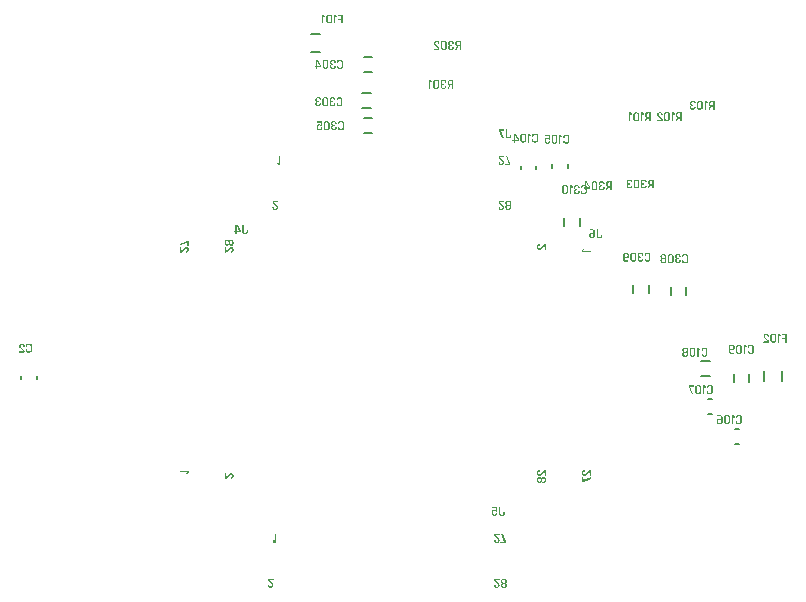
<source format=gbo>
G04*
G04 #@! TF.GenerationSoftware,Altium Limited,Altium Designer,24.3.1 (35)*
G04*
G04 Layer_Color=32896*
%FSLAX44Y44*%
%MOMM*%
G71*
G04*
G04 #@! TF.SameCoordinates,322CD918-2172-4AA8-915D-2EDBC1309AB6*
G04*
G04*
G04 #@! TF.FilePolarity,Positive*
G04*
G01*
G75*
%ADD10C,0.2000*%
G36*
X446638Y65986D02*
X446693Y65972D01*
X446721Y65944D01*
X446749Y65903D01*
X446777Y65834D01*
Y65820D01*
Y65806D01*
Y65182D01*
X446763Y65112D01*
X446749Y65071D01*
X446679Y65015D01*
X446596Y64988D01*
X443517D01*
Y64613D01*
X443531Y64502D01*
X443559Y64405D01*
X443601Y64308D01*
X443656Y64239D01*
X443698Y64169D01*
X443739Y64128D01*
X443767Y64100D01*
X443781Y64086D01*
X446041Y62242D01*
X446166Y62131D01*
X446277Y62006D01*
X446374Y61881D01*
X446458Y61756D01*
X446582Y61507D01*
X446666Y61271D01*
X446707Y61063D01*
X446721Y60980D01*
X446735Y60896D01*
X446749Y60827D01*
Y60785D01*
Y60758D01*
Y60744D01*
Y60258D01*
X446735Y59953D01*
X446679Y59690D01*
X446596Y59468D01*
X446513Y59274D01*
X446416Y59135D01*
X446347Y59024D01*
X446291Y58969D01*
X446263Y58941D01*
X446069Y58788D01*
X445861Y58664D01*
X445639Y58580D01*
X445417Y58525D01*
X445223Y58497D01*
X445071Y58470D01*
X444017D01*
X443712Y58483D01*
X443434Y58539D01*
X443199Y58622D01*
X443004Y58705D01*
X442852Y58788D01*
X442741Y58872D01*
X442685Y58927D01*
X442658Y58941D01*
X442505Y59135D01*
X442380Y59343D01*
X442297Y59565D01*
X442242Y59773D01*
X442214Y59967D01*
X442200Y60120D01*
X442186Y60175D01*
Y60217D01*
Y60245D01*
Y60258D01*
Y60716D01*
X442200Y60785D01*
X442214Y60841D01*
X442242Y60869D01*
X442283Y60896D01*
X442352Y60924D01*
X443143D01*
X443212Y60910D01*
X443254Y60896D01*
X443309Y60813D01*
X443337Y60744D01*
Y60730D01*
Y60716D01*
Y60286D01*
X443351Y60120D01*
X443365Y59995D01*
X443393Y59884D01*
X443434Y59787D01*
X443476Y59718D01*
X443504Y59676D01*
X443517Y59648D01*
X443531Y59634D01*
X443615Y59565D01*
X443726Y59524D01*
X443933Y59468D01*
X444031Y59454D01*
X444114Y59440D01*
X444752D01*
X444904Y59454D01*
X445043Y59482D01*
X445168Y59524D01*
X445265Y59565D01*
X445348Y59634D01*
X445417Y59704D01*
X445528Y59856D01*
X445598Y60023D01*
X445625Y60148D01*
X445639Y60203D01*
Y60245D01*
Y60272D01*
Y60286D01*
Y60675D01*
X445612Y60883D01*
X445556Y61077D01*
X445459Y61257D01*
X445362Y61410D01*
X445251Y61534D01*
X445154Y61618D01*
X445098Y61687D01*
X445071Y61701D01*
X442852Y63504D01*
X442741Y63601D01*
X442644Y63698D01*
X442491Y63906D01*
X442380Y64114D01*
X442311Y64294D01*
X442255Y64475D01*
X442242Y64599D01*
X442228Y64655D01*
Y64696D01*
Y64710D01*
Y64724D01*
Y65806D01*
X442242Y65875D01*
X442269Y65917D01*
X442339Y65972D01*
X442422Y66000D01*
X446568D01*
X446638Y65986D01*
D02*
G37*
G36*
X451395D02*
X451672Y65931D01*
X451894Y65861D01*
X452088Y65778D01*
X452241Y65695D01*
X452352Y65626D01*
X452407Y65570D01*
X452435Y65556D01*
X452587Y65376D01*
X452712Y65168D01*
X452795Y64946D01*
X452851Y64738D01*
X452879Y64544D01*
X452906Y64391D01*
Y64336D01*
Y64294D01*
Y64266D01*
Y64253D01*
Y63642D01*
X452892Y63448D01*
X452879Y63268D01*
X452837Y63102D01*
X452781Y62949D01*
X452726Y62824D01*
X452657Y62699D01*
X452587Y62602D01*
X452518Y62505D01*
X452365Y62366D01*
X452241Y62283D01*
X452185Y62256D01*
X452144Y62228D01*
X452130Y62214D01*
X452116D01*
X452241Y62158D01*
X452352Y62089D01*
X452449Y62006D01*
X452532Y61923D01*
X452601Y61839D01*
X452643Y61770D01*
X452671Y61729D01*
X452685Y61715D01*
X452754Y61562D01*
X452809Y61410D01*
X452851Y61257D01*
X452879Y61118D01*
X452892Y60993D01*
X452906Y60883D01*
Y60827D01*
Y60799D01*
Y60203D01*
X452892Y59898D01*
X452837Y59648D01*
X452754Y59426D01*
X452671Y59246D01*
X452587Y59093D01*
X452504Y58997D01*
X452449Y58927D01*
X452435Y58913D01*
X452241Y58761D01*
X452033Y58650D01*
X451797Y58580D01*
X451589Y58525D01*
X451395Y58497D01*
X451228Y58470D01*
X449855D01*
X449550Y58483D01*
X449273Y58539D01*
X449037Y58608D01*
X448843Y58691D01*
X448690Y58775D01*
X448579Y58844D01*
X448524Y58899D01*
X448496Y58913D01*
X448344Y59093D01*
X448219Y59302D01*
X448136Y59510D01*
X448080Y59718D01*
X448052Y59912D01*
X448039Y60064D01*
X448025Y60120D01*
Y60161D01*
Y60189D01*
Y60203D01*
Y60799D01*
X448039Y60993D01*
X448066Y61174D01*
X448094Y61340D01*
X448149Y61479D01*
X448205Y61618D01*
X448274Y61729D01*
X448358Y61826D01*
X448427Y61923D01*
X448579Y62061D01*
X448704Y62145D01*
X448760Y62172D01*
X448801Y62200D01*
X448815Y62214D01*
X448829D01*
X448690Y62283D01*
X448565Y62366D01*
X448455Y62464D01*
X448371Y62575D01*
X448288Y62685D01*
X448219Y62810D01*
X448122Y63046D01*
X448066Y63268D01*
X448052Y63365D01*
X448039Y63448D01*
X448025Y63531D01*
Y63587D01*
Y63615D01*
Y63629D01*
Y64253D01*
X448039Y64558D01*
X448094Y64821D01*
X448177Y65043D01*
X448260Y65223D01*
X448344Y65376D01*
X448427Y65473D01*
X448482Y65528D01*
X448496Y65556D01*
X448690Y65709D01*
X448912Y65806D01*
X449134Y65889D01*
X449356Y65944D01*
X449550Y65972D01*
X449717Y65986D01*
X449772Y66000D01*
X451090D01*
X451395Y65986D01*
D02*
G37*
G36*
X446638Y103986D02*
X446693Y103972D01*
X446721Y103945D01*
X446749Y103903D01*
X446777Y103834D01*
Y103820D01*
Y103806D01*
Y103182D01*
X446763Y103112D01*
X446749Y103071D01*
X446679Y103015D01*
X446596Y102988D01*
X443517D01*
Y102613D01*
X443531Y102502D01*
X443559Y102405D01*
X443601Y102308D01*
X443656Y102239D01*
X443698Y102169D01*
X443739Y102128D01*
X443767Y102100D01*
X443781Y102086D01*
X446041Y100242D01*
X446166Y100131D01*
X446277Y100006D01*
X446374Y99881D01*
X446458Y99756D01*
X446582Y99507D01*
X446666Y99271D01*
X446707Y99063D01*
X446721Y98980D01*
X446735Y98896D01*
X446749Y98827D01*
Y98785D01*
Y98758D01*
Y98744D01*
Y98258D01*
X446735Y97953D01*
X446679Y97690D01*
X446596Y97468D01*
X446513Y97274D01*
X446416Y97135D01*
X446347Y97024D01*
X446291Y96969D01*
X446263Y96941D01*
X446069Y96788D01*
X445861Y96664D01*
X445639Y96580D01*
X445417Y96525D01*
X445223Y96497D01*
X445071Y96469D01*
X444017D01*
X443712Y96483D01*
X443434Y96539D01*
X443199Y96622D01*
X443004Y96705D01*
X442852Y96788D01*
X442741Y96872D01*
X442685Y96927D01*
X442658Y96941D01*
X442505Y97135D01*
X442380Y97343D01*
X442297Y97565D01*
X442242Y97773D01*
X442214Y97967D01*
X442200Y98120D01*
X442186Y98175D01*
Y98217D01*
Y98245D01*
Y98258D01*
Y98716D01*
X442200Y98785D01*
X442214Y98841D01*
X442242Y98869D01*
X442283Y98896D01*
X442352Y98924D01*
X443143D01*
X443212Y98910D01*
X443254Y98896D01*
X443309Y98813D01*
X443337Y98744D01*
Y98730D01*
Y98716D01*
Y98286D01*
X443351Y98120D01*
X443365Y97995D01*
X443393Y97884D01*
X443434Y97787D01*
X443476Y97718D01*
X443504Y97676D01*
X443517Y97648D01*
X443531Y97634D01*
X443615Y97565D01*
X443726Y97523D01*
X443933Y97468D01*
X444031Y97454D01*
X444114Y97440D01*
X444752D01*
X444904Y97454D01*
X445043Y97482D01*
X445168Y97523D01*
X445265Y97565D01*
X445348Y97634D01*
X445417Y97704D01*
X445528Y97856D01*
X445598Y98023D01*
X445625Y98147D01*
X445639Y98203D01*
Y98245D01*
Y98272D01*
Y98286D01*
Y98674D01*
X445612Y98883D01*
X445556Y99077D01*
X445459Y99257D01*
X445362Y99410D01*
X445251Y99534D01*
X445154Y99618D01*
X445098Y99687D01*
X445071Y99701D01*
X442852Y101504D01*
X442741Y101601D01*
X442644Y101698D01*
X442491Y101906D01*
X442380Y102114D01*
X442311Y102294D01*
X442255Y102474D01*
X442242Y102599D01*
X442228Y102655D01*
Y102696D01*
Y102710D01*
Y102724D01*
Y103806D01*
X442242Y103875D01*
X442269Y103917D01*
X442339Y103972D01*
X442422Y104000D01*
X446568D01*
X446638Y103986D01*
D02*
G37*
G36*
X449203D02*
X449273Y103972D01*
X449328Y103945D01*
X449370Y103903D01*
X449425Y103847D01*
X449439Y103834D01*
Y103820D01*
X451811Y97884D01*
X451880Y97676D01*
X451908Y97593D01*
X451922Y97523D01*
X451936Y97468D01*
Y97413D01*
Y97399D01*
Y97385D01*
Y96664D01*
X451922Y96594D01*
X451908Y96553D01*
X451838Y96497D01*
X451755Y96469D01*
X447747D01*
X447678Y96483D01*
X447636Y96497D01*
X447581Y96566D01*
X447553Y96636D01*
Y96650D01*
Y96664D01*
Y97302D01*
X447567Y97371D01*
X447581Y97426D01*
X447609Y97468D01*
X447650Y97496D01*
X447720Y97523D01*
X450701D01*
X448191Y103778D01*
X448163Y103847D01*
Y103903D01*
X448177Y103945D01*
X448205Y103972D01*
X448274Y104000D01*
X449106D01*
X449203Y103986D01*
D02*
G37*
G36*
X255238Y65986D02*
X255293Y65972D01*
X255321Y65944D01*
X255349Y65903D01*
X255376Y65834D01*
Y65820D01*
Y65806D01*
Y65182D01*
X255363Y65112D01*
X255349Y65071D01*
X255279Y65015D01*
X255196Y64988D01*
X252118D01*
Y64613D01*
X252131Y64502D01*
X252159Y64405D01*
X252201Y64308D01*
X252256Y64239D01*
X252298Y64169D01*
X252339Y64128D01*
X252367Y64100D01*
X252381Y64086D01*
X254641Y62242D01*
X254766Y62131D01*
X254877Y62006D01*
X254974Y61881D01*
X255058Y61756D01*
X255182Y61507D01*
X255266Y61271D01*
X255307Y61063D01*
X255321Y60980D01*
X255335Y60896D01*
X255349Y60827D01*
Y60785D01*
Y60758D01*
Y60744D01*
Y60258D01*
X255335Y59953D01*
X255279Y59690D01*
X255196Y59468D01*
X255113Y59274D01*
X255016Y59135D01*
X254947Y59024D01*
X254891Y58969D01*
X254863Y58941D01*
X254669Y58788D01*
X254461Y58664D01*
X254239Y58580D01*
X254017Y58525D01*
X253823Y58497D01*
X253671Y58470D01*
X252617D01*
X252312Y58483D01*
X252034Y58539D01*
X251798Y58622D01*
X251604Y58705D01*
X251452Y58788D01*
X251341Y58872D01*
X251285Y58927D01*
X251258Y58941D01*
X251105Y59135D01*
X250980Y59343D01*
X250897Y59565D01*
X250842Y59773D01*
X250814Y59967D01*
X250800Y60120D01*
X250786Y60175D01*
Y60217D01*
Y60245D01*
Y60258D01*
Y60716D01*
X250800Y60785D01*
X250814Y60841D01*
X250842Y60869D01*
X250883Y60896D01*
X250952Y60924D01*
X251743D01*
X251812Y60910D01*
X251854Y60896D01*
X251909Y60813D01*
X251937Y60744D01*
Y60730D01*
Y60716D01*
Y60286D01*
X251951Y60120D01*
X251965Y59995D01*
X251993Y59884D01*
X252034Y59787D01*
X252076Y59718D01*
X252104Y59676D01*
X252118Y59648D01*
X252131Y59634D01*
X252215Y59565D01*
X252325Y59524D01*
X252533Y59468D01*
X252631Y59454D01*
X252714Y59440D01*
X253352D01*
X253504Y59454D01*
X253643Y59482D01*
X253768Y59524D01*
X253865Y59565D01*
X253948Y59634D01*
X254017Y59704D01*
X254128Y59856D01*
X254198Y60023D01*
X254226Y60148D01*
X254239Y60203D01*
Y60245D01*
Y60272D01*
Y60286D01*
Y60675D01*
X254212Y60883D01*
X254156Y61077D01*
X254059Y61257D01*
X253962Y61410D01*
X253851Y61534D01*
X253754Y61618D01*
X253699Y61687D01*
X253671Y61701D01*
X251452Y63504D01*
X251341Y63601D01*
X251244Y63698D01*
X251091Y63906D01*
X250980Y64114D01*
X250911Y64294D01*
X250855Y64475D01*
X250842Y64599D01*
X250828Y64655D01*
Y64696D01*
Y64710D01*
Y64724D01*
Y65806D01*
X250842Y65875D01*
X250869Y65917D01*
X250939Y65972D01*
X251022Y66000D01*
X255168D01*
X255238Y65986D01*
D02*
G37*
G36*
X257324Y103986D02*
X257379Y103972D01*
X257421Y103903D01*
X257449Y103834D01*
Y103820D01*
Y103806D01*
Y96664D01*
X257435Y96594D01*
X257421Y96553D01*
X257352Y96497D01*
X257282Y96469D01*
X256547D01*
X256423Y96483D01*
X256298Y96525D01*
X256256Y96553D01*
X256215Y96580D01*
X256187Y96594D01*
X256173D01*
X254953Y97329D01*
X254897Y97371D01*
X254855Y97413D01*
X254814Y97510D01*
X254786Y97579D01*
Y97593D01*
Y97607D01*
Y98300D01*
X254800Y98369D01*
X254828Y98411D01*
X254855Y98439D01*
X254980D01*
X255008Y98425D01*
X255022D01*
X256298Y97676D01*
Y103806D01*
X256312Y103875D01*
X256325Y103917D01*
X256409Y103972D01*
X256478Y104000D01*
X257269D01*
X257324Y103986D01*
D02*
G37*
G36*
X220102Y352892D02*
X220352Y352837D01*
X220574Y352754D01*
X220754Y352671D01*
X220906Y352587D01*
X221003Y352504D01*
X221073Y352449D01*
X221087Y352435D01*
X221239Y352241D01*
X221350Y352033D01*
X221420Y351797D01*
X221475Y351589D01*
X221503Y351395D01*
X221530Y351228D01*
Y349855D01*
X221517Y349550D01*
X221461Y349273D01*
X221392Y349037D01*
X221309Y348843D01*
X221225Y348690D01*
X221156Y348579D01*
X221101Y348524D01*
X221087Y348496D01*
X220906Y348344D01*
X220698Y348219D01*
X220490Y348136D01*
X220282Y348080D01*
X220088Y348052D01*
X219936Y348039D01*
X219880Y348025D01*
X219839D01*
X219811D01*
X219797D01*
X219201D01*
X219006Y348039D01*
X218826Y348066D01*
X218660Y348094D01*
X218521Y348149D01*
X218382Y348205D01*
X218271Y348274D01*
X218174Y348358D01*
X218077Y348427D01*
X217939Y348579D01*
X217855Y348704D01*
X217828Y348760D01*
X217800Y348801D01*
X217786Y348815D01*
Y348829D01*
X217717Y348690D01*
X217633Y348566D01*
X217536Y348455D01*
X217425Y348371D01*
X217314Y348288D01*
X217190Y348219D01*
X216954Y348122D01*
X216732Y348066D01*
X216635Y348052D01*
X216552Y348039D01*
X216469Y348025D01*
X216413D01*
X216385D01*
X216371D01*
X215747D01*
X215442Y348039D01*
X215179Y348094D01*
X214957Y348177D01*
X214777Y348260D01*
X214624Y348344D01*
X214527Y348427D01*
X214471Y348482D01*
X214444Y348496D01*
X214291Y348690D01*
X214194Y348912D01*
X214111Y349134D01*
X214055Y349356D01*
X214028Y349550D01*
X214014Y349717D01*
X214000Y349772D01*
Y351090D01*
X214014Y351395D01*
X214069Y351672D01*
X214139Y351894D01*
X214222Y352088D01*
X214305Y352241D01*
X214374Y352352D01*
X214430Y352407D01*
X214444Y352435D01*
X214624Y352587D01*
X214832Y352712D01*
X215054Y352795D01*
X215262Y352851D01*
X215456Y352879D01*
X215609Y352906D01*
X215664D01*
X215706D01*
X215734D01*
X215747D01*
X216358D01*
X216552Y352892D01*
X216732Y352879D01*
X216898Y352837D01*
X217051Y352782D01*
X217176Y352726D01*
X217301Y352657D01*
X217398Y352587D01*
X217495Y352518D01*
X217633Y352365D01*
X217717Y352241D01*
X217744Y352185D01*
X217772Y352144D01*
X217786Y352130D01*
Y352116D01*
X217841Y352241D01*
X217911Y352352D01*
X217994Y352449D01*
X218077Y352532D01*
X218160Y352601D01*
X218230Y352643D01*
X218271Y352671D01*
X218285Y352685D01*
X218438Y352754D01*
X218590Y352809D01*
X218743Y352851D01*
X218882Y352879D01*
X219006Y352892D01*
X219117Y352906D01*
X219173D01*
X219201D01*
X219797D01*
X220102Y352892D01*
D02*
G37*
G36*
X214888Y346763D02*
X214929Y346749D01*
X214985Y346679D01*
X215012Y346596D01*
Y343517D01*
X215387D01*
X215498Y343531D01*
X215595Y343559D01*
X215692Y343601D01*
X215761Y343656D01*
X215831Y343698D01*
X215872Y343739D01*
X215900Y343767D01*
X215914Y343781D01*
X217758Y346041D01*
X217869Y346166D01*
X217994Y346277D01*
X218119Y346374D01*
X218244Y346458D01*
X218493Y346582D01*
X218729Y346666D01*
X218937Y346707D01*
X219020Y346721D01*
X219104Y346735D01*
X219173Y346749D01*
X219214D01*
X219242D01*
X219256D01*
X219741D01*
X220047Y346735D01*
X220310Y346679D01*
X220532Y346596D01*
X220726Y346513D01*
X220865Y346416D01*
X220976Y346347D01*
X221031Y346291D01*
X221059Y346263D01*
X221211Y346069D01*
X221336Y345861D01*
X221420Y345639D01*
X221475Y345418D01*
X221503Y345223D01*
X221530Y345071D01*
Y344017D01*
X221517Y343712D01*
X221461Y343434D01*
X221378Y343199D01*
X221295Y343004D01*
X221211Y342852D01*
X221128Y342741D01*
X221073Y342685D01*
X221059Y342658D01*
X220865Y342505D01*
X220657Y342380D01*
X220435Y342297D01*
X220227Y342242D01*
X220033Y342214D01*
X219880Y342200D01*
X219825Y342186D01*
X219783D01*
X219755D01*
X219741D01*
X219284D01*
X219214Y342200D01*
X219159Y342214D01*
X219131Y342242D01*
X219104Y342283D01*
X219076Y342353D01*
Y343143D01*
X219090Y343212D01*
X219104Y343254D01*
X219187Y343310D01*
X219256Y343337D01*
X219270D01*
X219284D01*
X219714D01*
X219880Y343351D01*
X220005Y343365D01*
X220116Y343393D01*
X220213Y343434D01*
X220282Y343476D01*
X220324Y343504D01*
X220352Y343517D01*
X220366Y343531D01*
X220435Y343615D01*
X220476Y343726D01*
X220532Y343934D01*
X220546Y344031D01*
X220560Y344114D01*
Y344752D01*
X220546Y344904D01*
X220518Y345043D01*
X220476Y345168D01*
X220435Y345265D01*
X220366Y345348D01*
X220296Y345418D01*
X220144Y345528D01*
X219977Y345598D01*
X219852Y345625D01*
X219797Y345639D01*
X219755D01*
X219728D01*
X219714D01*
X219325D01*
X219117Y345612D01*
X218923Y345556D01*
X218743Y345459D01*
X218590Y345362D01*
X218466Y345251D01*
X218382Y345154D01*
X218313Y345098D01*
X218299Y345071D01*
X216496Y342852D01*
X216399Y342741D01*
X216302Y342644D01*
X216094Y342491D01*
X215886Y342380D01*
X215706Y342311D01*
X215525Y342256D01*
X215401Y342242D01*
X215345Y342228D01*
X215304D01*
X215290D01*
X215276D01*
X214194D01*
X214125Y342242D01*
X214083Y342269D01*
X214028Y342339D01*
X214000Y342422D01*
Y346568D01*
X214014Y346638D01*
X214028Y346693D01*
X214055Y346721D01*
X214097Y346749D01*
X214166Y346777D01*
X214180D01*
X214194D01*
X214818D01*
X214888Y346763D01*
D02*
G37*
G36*
X480785Y157800D02*
X480841Y157786D01*
X480869Y157758D01*
X480896Y157717D01*
X480924Y157647D01*
Y156857D01*
X480910Y156788D01*
X480896Y156746D01*
X480813Y156691D01*
X480744Y156663D01*
X480730D01*
X480716D01*
X480286D01*
X480120Y156649D01*
X479995Y156635D01*
X479884Y156607D01*
X479787Y156566D01*
X479718Y156524D01*
X479676Y156496D01*
X479648Y156482D01*
X479634Y156469D01*
X479565Y156385D01*
X479523Y156274D01*
X479468Y156067D01*
X479454Y155969D01*
X479440Y155886D01*
Y155248D01*
X479454Y155096D01*
X479482Y154957D01*
X479523Y154832D01*
X479565Y154735D01*
X479634Y154652D01*
X479704Y154583D01*
X479856Y154472D01*
X480023Y154402D01*
X480148Y154375D01*
X480203Y154361D01*
X480245D01*
X480272D01*
X480286D01*
X480675D01*
X480882Y154388D01*
X481077Y154444D01*
X481257Y154541D01*
X481409Y154638D01*
X481534Y154749D01*
X481618Y154846D01*
X481687Y154902D01*
X481701Y154929D01*
X483504Y157148D01*
X483601Y157259D01*
X483698Y157356D01*
X483906Y157509D01*
X484114Y157620D01*
X484294Y157689D01*
X484474Y157745D01*
X484599Y157758D01*
X484655Y157772D01*
X484696D01*
X484710D01*
X484724D01*
X485806D01*
X485875Y157758D01*
X485917Y157731D01*
X485972Y157661D01*
X486000Y157578D01*
Y153432D01*
X485986Y153362D01*
X485972Y153307D01*
X485945Y153279D01*
X485903Y153251D01*
X485834Y153223D01*
X485820D01*
X485806D01*
X485182D01*
X485112Y153237D01*
X485071Y153251D01*
X485015Y153321D01*
X484987Y153404D01*
Y156482D01*
X484613D01*
X484502Y156469D01*
X484405Y156441D01*
X484308Y156399D01*
X484239Y156344D01*
X484169Y156302D01*
X484128Y156261D01*
X484100Y156233D01*
X484086Y156219D01*
X482242Y153959D01*
X482131Y153834D01*
X482006Y153723D01*
X481881Y153626D01*
X481756Y153542D01*
X481507Y153418D01*
X481271Y153334D01*
X481063Y153293D01*
X480980Y153279D01*
X480896Y153265D01*
X480827Y153251D01*
X480785D01*
X480758D01*
X480744D01*
X480258D01*
X479953Y153265D01*
X479690Y153321D01*
X479468Y153404D01*
X479274Y153487D01*
X479135Y153584D01*
X479024Y153653D01*
X478969Y153709D01*
X478941Y153737D01*
X478788Y153931D01*
X478664Y154139D01*
X478580Y154361D01*
X478525Y154583D01*
X478497Y154777D01*
X478469Y154929D01*
Y155983D01*
X478483Y156288D01*
X478539Y156566D01*
X478622Y156802D01*
X478705Y156996D01*
X478788Y157148D01*
X478872Y157259D01*
X478927Y157315D01*
X478941Y157342D01*
X479135Y157495D01*
X479343Y157620D01*
X479565Y157703D01*
X479773Y157758D01*
X479967Y157786D01*
X480120Y157800D01*
X480175Y157814D01*
X480217D01*
X480245D01*
X480258D01*
X480716D01*
X480785Y157800D01*
D02*
G37*
G36*
X484558Y151961D02*
X484821Y151906D01*
X485043Y151823D01*
X485223Y151740D01*
X485376Y151656D01*
X485473Y151573D01*
X485528Y151518D01*
X485556Y151504D01*
X485709Y151310D01*
X485806Y151088D01*
X485889Y150866D01*
X485945Y150644D01*
X485972Y150450D01*
X485986Y150283D01*
X486000Y150228D01*
Y148910D01*
X485986Y148605D01*
X485931Y148328D01*
X485861Y148106D01*
X485778Y147912D01*
X485695Y147759D01*
X485625Y147648D01*
X485570Y147593D01*
X485556Y147565D01*
X485376Y147413D01*
X485168Y147288D01*
X484946Y147205D01*
X484738Y147149D01*
X484544Y147121D01*
X484391Y147094D01*
X484336D01*
X484294D01*
X484266D01*
X484253D01*
X483642D01*
X483448Y147107D01*
X483268Y147121D01*
X483101Y147163D01*
X482949Y147218D01*
X482824Y147274D01*
X482699Y147343D01*
X482602Y147413D01*
X482505Y147482D01*
X482366Y147634D01*
X482283Y147759D01*
X482256Y147815D01*
X482228Y147856D01*
X482214Y147870D01*
Y147884D01*
X482158Y147759D01*
X482089Y147648D01*
X482006Y147551D01*
X481923Y147468D01*
X481839Y147399D01*
X481770Y147357D01*
X481729Y147329D01*
X481715Y147316D01*
X481562Y147246D01*
X481409Y147191D01*
X481257Y147149D01*
X481118Y147121D01*
X480993Y147107D01*
X480882Y147094D01*
X480827D01*
X480799D01*
X480203D01*
X479898Y147107D01*
X479648Y147163D01*
X479426Y147246D01*
X479246Y147329D01*
X479094Y147413D01*
X478996Y147496D01*
X478927Y147551D01*
X478913Y147565D01*
X478761Y147759D01*
X478650Y147967D01*
X478580Y148203D01*
X478525Y148411D01*
X478497Y148605D01*
X478469Y148772D01*
Y150145D01*
X478483Y150450D01*
X478539Y150727D01*
X478608Y150963D01*
X478691Y151157D01*
X478774Y151310D01*
X478844Y151421D01*
X478899Y151476D01*
X478913Y151504D01*
X479094Y151656D01*
X479301Y151781D01*
X479510Y151864D01*
X479718Y151920D01*
X479912Y151947D01*
X480064Y151961D01*
X480120Y151975D01*
X480161D01*
X480189D01*
X480203D01*
X480799D01*
X480993Y151961D01*
X481174Y151934D01*
X481340Y151906D01*
X481479Y151851D01*
X481618Y151795D01*
X481729Y151726D01*
X481826Y151642D01*
X481923Y151573D01*
X482061Y151421D01*
X482145Y151296D01*
X482172Y151240D01*
X482200Y151199D01*
X482214Y151185D01*
Y151171D01*
X482283Y151310D01*
X482366Y151434D01*
X482463Y151545D01*
X482574Y151629D01*
X482685Y151712D01*
X482810Y151781D01*
X483046Y151878D01*
X483268Y151934D01*
X483365Y151947D01*
X483448Y151961D01*
X483531Y151975D01*
X483587D01*
X483615D01*
X483628D01*
X484253D01*
X484558Y151961D01*
D02*
G37*
G36*
X518785Y157800D02*
X518841Y157786D01*
X518869Y157758D01*
X518896Y157717D01*
X518924Y157647D01*
Y156857D01*
X518910Y156788D01*
X518896Y156746D01*
X518813Y156691D01*
X518744Y156663D01*
X518730D01*
X518716D01*
X518286D01*
X518120Y156649D01*
X517995Y156635D01*
X517884Y156607D01*
X517787Y156566D01*
X517718Y156524D01*
X517676Y156496D01*
X517648Y156482D01*
X517634Y156469D01*
X517565Y156385D01*
X517523Y156274D01*
X517468Y156067D01*
X517454Y155969D01*
X517440Y155886D01*
Y155248D01*
X517454Y155096D01*
X517482Y154957D01*
X517523Y154832D01*
X517565Y154735D01*
X517634Y154652D01*
X517704Y154583D01*
X517856Y154472D01*
X518023Y154402D01*
X518148Y154375D01*
X518203Y154361D01*
X518245D01*
X518272D01*
X518286D01*
X518675D01*
X518882Y154388D01*
X519077Y154444D01*
X519257Y154541D01*
X519409Y154638D01*
X519534Y154749D01*
X519618Y154846D01*
X519687Y154902D01*
X519701Y154929D01*
X521504Y157148D01*
X521601Y157259D01*
X521698Y157356D01*
X521906Y157509D01*
X522114Y157620D01*
X522294Y157689D01*
X522474Y157745D01*
X522599Y157758D01*
X522655Y157772D01*
X522696D01*
X522710D01*
X522724D01*
X523806D01*
X523875Y157758D01*
X523917Y157731D01*
X523972Y157661D01*
X524000Y157578D01*
Y153432D01*
X523986Y153362D01*
X523972Y153307D01*
X523945Y153279D01*
X523903Y153251D01*
X523834Y153223D01*
X523820D01*
X523806D01*
X523182D01*
X523112Y153237D01*
X523071Y153251D01*
X523015Y153321D01*
X522988Y153404D01*
Y156482D01*
X522613D01*
X522502Y156469D01*
X522405Y156441D01*
X522308Y156399D01*
X522239Y156344D01*
X522169Y156302D01*
X522128Y156261D01*
X522100Y156233D01*
X522086Y156219D01*
X520242Y153959D01*
X520131Y153834D01*
X520006Y153723D01*
X519881Y153626D01*
X519756Y153542D01*
X519507Y153418D01*
X519271Y153334D01*
X519063Y153293D01*
X518980Y153279D01*
X518896Y153265D01*
X518827Y153251D01*
X518785D01*
X518758D01*
X518744D01*
X518258D01*
X517953Y153265D01*
X517690Y153321D01*
X517468Y153404D01*
X517274Y153487D01*
X517135Y153584D01*
X517024Y153653D01*
X516969Y153709D01*
X516941Y153737D01*
X516788Y153931D01*
X516664Y154139D01*
X516580Y154361D01*
X516525Y154583D01*
X516497Y154777D01*
X516469Y154929D01*
Y155983D01*
X516483Y156288D01*
X516539Y156566D01*
X516622Y156802D01*
X516705Y156996D01*
X516788Y157148D01*
X516872Y157259D01*
X516927Y157315D01*
X516941Y157342D01*
X517135Y157495D01*
X517343Y157620D01*
X517565Y157703D01*
X517773Y157758D01*
X517967Y157786D01*
X518120Y157800D01*
X518175Y157814D01*
X518217D01*
X518245D01*
X518258D01*
X518716D01*
X518785Y157800D01*
D02*
G37*
G36*
X517371Y152433D02*
X517426Y152419D01*
X517468Y152391D01*
X517496Y152350D01*
X517523Y152280D01*
Y149299D01*
X523778Y151809D01*
X523847Y151837D01*
X523903D01*
X523945Y151823D01*
X523972Y151795D01*
X524000Y151726D01*
Y150894D01*
X523986Y150796D01*
X523972Y150727D01*
X523945Y150672D01*
X523903Y150630D01*
X523847Y150575D01*
X523834Y150561D01*
X523820D01*
X517884Y148189D01*
X517676Y148120D01*
X517593Y148092D01*
X517523Y148078D01*
X517468Y148064D01*
X517412D01*
X517399D01*
X517385D01*
X516664D01*
X516594Y148078D01*
X516553Y148092D01*
X516497Y148161D01*
X516469Y148245D01*
Y152253D01*
X516483Y152322D01*
X516497Y152364D01*
X516567Y152419D01*
X516636Y152447D01*
X516650D01*
X516664D01*
X517301D01*
X517371Y152433D01*
D02*
G37*
G36*
X480785Y349200D02*
X480841Y349186D01*
X480869Y349158D01*
X480896Y349117D01*
X480924Y349048D01*
Y348257D01*
X480910Y348188D01*
X480896Y348146D01*
X480813Y348091D01*
X480744Y348063D01*
X480730D01*
X480716D01*
X480286D01*
X480120Y348049D01*
X479995Y348035D01*
X479884Y348007D01*
X479787Y347966D01*
X479718Y347924D01*
X479676Y347896D01*
X479648Y347882D01*
X479634Y347869D01*
X479565Y347785D01*
X479523Y347674D01*
X479468Y347467D01*
X479454Y347369D01*
X479440Y347286D01*
Y346648D01*
X479454Y346496D01*
X479482Y346357D01*
X479523Y346232D01*
X479565Y346135D01*
X479634Y346052D01*
X479704Y345983D01*
X479856Y345872D01*
X480023Y345802D01*
X480148Y345774D01*
X480203Y345761D01*
X480245D01*
X480272D01*
X480286D01*
X480675D01*
X480882Y345788D01*
X481077Y345844D01*
X481257Y345941D01*
X481409Y346038D01*
X481534Y346149D01*
X481618Y346246D01*
X481687Y346301D01*
X481701Y346329D01*
X483504Y348548D01*
X483601Y348659D01*
X483698Y348756D01*
X483906Y348909D01*
X484114Y349020D01*
X484294Y349089D01*
X484474Y349145D01*
X484599Y349158D01*
X484655Y349172D01*
X484696D01*
X484710D01*
X484724D01*
X485806D01*
X485875Y349158D01*
X485917Y349131D01*
X485972Y349061D01*
X486000Y348978D01*
Y344832D01*
X485986Y344762D01*
X485972Y344707D01*
X485945Y344679D01*
X485903Y344651D01*
X485834Y344623D01*
X485820D01*
X485806D01*
X485182D01*
X485112Y344637D01*
X485071Y344651D01*
X485015Y344720D01*
X484987Y344804D01*
Y347882D01*
X484613D01*
X484502Y347869D01*
X484405Y347841D01*
X484308Y347799D01*
X484239Y347744D01*
X484169Y347702D01*
X484128Y347661D01*
X484100Y347633D01*
X484086Y347619D01*
X482242Y345359D01*
X482131Y345234D01*
X482006Y345123D01*
X481881Y345026D01*
X481756Y344942D01*
X481507Y344818D01*
X481271Y344734D01*
X481063Y344693D01*
X480980Y344679D01*
X480896Y344665D01*
X480827Y344651D01*
X480785D01*
X480758D01*
X480744D01*
X480258D01*
X479953Y344665D01*
X479690Y344720D01*
X479468Y344804D01*
X479274Y344887D01*
X479135Y344984D01*
X479024Y345053D01*
X478969Y345109D01*
X478941Y345137D01*
X478788Y345331D01*
X478664Y345539D01*
X478580Y345761D01*
X478525Y345983D01*
X478497Y346177D01*
X478469Y346329D01*
Y347383D01*
X478483Y347688D01*
X478539Y347966D01*
X478622Y348201D01*
X478705Y348396D01*
X478788Y348548D01*
X478872Y348659D01*
X478927Y348715D01*
X478941Y348742D01*
X479135Y348895D01*
X479343Y349020D01*
X479565Y349103D01*
X479773Y349158D01*
X479967Y349186D01*
X480120Y349200D01*
X480175Y349214D01*
X480217D01*
X480245D01*
X480258D01*
X480716D01*
X480785Y349200D01*
D02*
G37*
G36*
X518369Y345200D02*
X518411Y345172D01*
X518439Y345145D01*
Y345020D01*
X518425Y344992D01*
Y344978D01*
X517676Y343702D01*
X523806D01*
X523875Y343688D01*
X523917Y343675D01*
X523972Y343591D01*
X524000Y343522D01*
Y342731D01*
X523986Y342676D01*
X523972Y342621D01*
X523903Y342579D01*
X523834Y342551D01*
X523820D01*
X523806D01*
X516664D01*
X516594Y342565D01*
X516553Y342579D01*
X516497Y342648D01*
X516469Y342718D01*
Y343453D01*
X516483Y343577D01*
X516525Y343702D01*
X516553Y343744D01*
X516580Y343785D01*
X516594Y343813D01*
Y343827D01*
X517329Y345047D01*
X517371Y345103D01*
X517412Y345145D01*
X517509Y345186D01*
X517579Y345214D01*
X517593D01*
X517607D01*
X518300D01*
X518369Y345200D01*
D02*
G37*
G36*
X450330Y385986D02*
X450386Y385972D01*
X450414Y385945D01*
X450441Y385903D01*
X450469Y385834D01*
Y385820D01*
Y385806D01*
Y385182D01*
X450455Y385112D01*
X450441Y385071D01*
X450372Y385015D01*
X450289Y384988D01*
X447210D01*
Y384613D01*
X447224Y384502D01*
X447252Y384405D01*
X447293Y384308D01*
X447349Y384239D01*
X447390Y384169D01*
X447432Y384128D01*
X447460Y384100D01*
X447473Y384086D01*
X449734Y382242D01*
X449859Y382131D01*
X449970Y382006D01*
X450067Y381881D01*
X450150Y381756D01*
X450275Y381507D01*
X450358Y381271D01*
X450400Y381063D01*
X450414Y380980D01*
X450428Y380896D01*
X450441Y380827D01*
Y380785D01*
Y380758D01*
Y380744D01*
Y380258D01*
X450428Y379953D01*
X450372Y379690D01*
X450289Y379468D01*
X450206Y379274D01*
X450108Y379135D01*
X450039Y379024D01*
X449984Y378969D01*
X449956Y378941D01*
X449762Y378788D01*
X449554Y378664D01*
X449332Y378580D01*
X449110Y378525D01*
X448916Y378497D01*
X448763Y378469D01*
X447709D01*
X447404Y378483D01*
X447127Y378539D01*
X446891Y378622D01*
X446697Y378705D01*
X446544Y378788D01*
X446433Y378872D01*
X446378Y378927D01*
X446350Y378941D01*
X446198Y379135D01*
X446073Y379343D01*
X445990Y379565D01*
X445934Y379773D01*
X445906Y379967D01*
X445892Y380120D01*
X445879Y380175D01*
Y380217D01*
Y380245D01*
Y380258D01*
Y380716D01*
X445892Y380785D01*
X445906Y380841D01*
X445934Y380869D01*
X445976Y380896D01*
X446045Y380924D01*
X446836D01*
X446905Y380910D01*
X446946Y380896D01*
X447002Y380813D01*
X447030Y380744D01*
Y380730D01*
Y380716D01*
Y380286D01*
X447044Y380120D01*
X447057Y379995D01*
X447085Y379884D01*
X447127Y379787D01*
X447168Y379718D01*
X447196Y379676D01*
X447210Y379648D01*
X447224Y379634D01*
X447307Y379565D01*
X447418Y379523D01*
X447626Y379468D01*
X447723Y379454D01*
X447806Y379440D01*
X448444D01*
X448597Y379454D01*
X448736Y379482D01*
X448860Y379523D01*
X448957Y379565D01*
X449041Y379634D01*
X449110Y379704D01*
X449221Y379856D01*
X449290Y380023D01*
X449318Y380148D01*
X449332Y380203D01*
Y380245D01*
Y380272D01*
Y380286D01*
Y380675D01*
X449304Y380883D01*
X449249Y381077D01*
X449152Y381257D01*
X449054Y381409D01*
X448944Y381534D01*
X448847Y381618D01*
X448791Y381687D01*
X448763Y381701D01*
X446544Y383504D01*
X446433Y383601D01*
X446336Y383698D01*
X446184Y383906D01*
X446073Y384114D01*
X446003Y384294D01*
X445948Y384474D01*
X445934Y384599D01*
X445920Y384655D01*
Y384696D01*
Y384710D01*
Y384724D01*
Y385806D01*
X445934Y385875D01*
X445962Y385917D01*
X446031Y385972D01*
X446114Y386000D01*
X450261D01*
X450330Y385986D01*
D02*
G37*
G36*
X455087D02*
X455365Y385931D01*
X455587Y385861D01*
X455781Y385778D01*
X455933Y385695D01*
X456044Y385625D01*
X456100Y385570D01*
X456127Y385556D01*
X456280Y385376D01*
X456405Y385168D01*
X456488Y384946D01*
X456543Y384738D01*
X456571Y384544D01*
X456599Y384391D01*
Y384336D01*
Y384294D01*
Y384266D01*
Y384253D01*
Y383642D01*
X456585Y383448D01*
X456571Y383268D01*
X456530Y383102D01*
X456474Y382949D01*
X456419Y382824D01*
X456349Y382699D01*
X456280Y382602D01*
X456211Y382505D01*
X456058Y382366D01*
X455933Y382283D01*
X455878Y382256D01*
X455836Y382228D01*
X455822Y382214D01*
X455808D01*
X455933Y382158D01*
X456044Y382089D01*
X456141Y382006D01*
X456225Y381923D01*
X456294Y381839D01*
X456335Y381770D01*
X456363Y381729D01*
X456377Y381715D01*
X456446Y381562D01*
X456502Y381409D01*
X456543Y381257D01*
X456571Y381118D01*
X456585Y380993D01*
X456599Y380883D01*
Y380827D01*
Y380799D01*
Y380203D01*
X456585Y379898D01*
X456530Y379648D01*
X456446Y379426D01*
X456363Y379246D01*
X456280Y379094D01*
X456197Y378996D01*
X456141Y378927D01*
X456127Y378913D01*
X455933Y378761D01*
X455725Y378650D01*
X455489Y378580D01*
X455281Y378525D01*
X455087Y378497D01*
X454921Y378469D01*
X453548D01*
X453243Y378483D01*
X452965Y378539D01*
X452730Y378608D01*
X452536Y378691D01*
X452383Y378775D01*
X452272Y378844D01*
X452216Y378899D01*
X452189Y378913D01*
X452036Y379094D01*
X451911Y379302D01*
X451828Y379510D01*
X451773Y379718D01*
X451745Y379912D01*
X451731Y380064D01*
X451717Y380120D01*
Y380161D01*
Y380189D01*
Y380203D01*
Y380799D01*
X451731Y380993D01*
X451759Y381174D01*
X451787Y381340D01*
X451842Y381479D01*
X451898Y381618D01*
X451967Y381729D01*
X452050Y381826D01*
X452119Y381923D01*
X452272Y382061D01*
X452397Y382145D01*
X452452Y382172D01*
X452494Y382200D01*
X452508Y382214D01*
X452522D01*
X452383Y382283D01*
X452258Y382366D01*
X452147Y382463D01*
X452064Y382575D01*
X451981Y382685D01*
X451911Y382810D01*
X451814Y383046D01*
X451759Y383268D01*
X451745Y383365D01*
X451731Y383448D01*
X451717Y383531D01*
Y383587D01*
Y383615D01*
Y383629D01*
Y384253D01*
X451731Y384558D01*
X451787Y384821D01*
X451870Y385043D01*
X451953Y385223D01*
X452036Y385376D01*
X452119Y385473D01*
X452175Y385528D01*
X452189Y385556D01*
X452383Y385709D01*
X452605Y385806D01*
X452827Y385889D01*
X453049Y385945D01*
X453243Y385972D01*
X453409Y385986D01*
X453465Y386000D01*
X454782D01*
X455087Y385986D01*
D02*
G37*
G36*
X450330Y423986D02*
X450386Y423972D01*
X450414Y423945D01*
X450441Y423903D01*
X450469Y423834D01*
Y423820D01*
Y423806D01*
Y423182D01*
X450455Y423112D01*
X450441Y423071D01*
X450372Y423015D01*
X450289Y422988D01*
X447210D01*
Y422613D01*
X447224Y422502D01*
X447252Y422405D01*
X447293Y422308D01*
X447349Y422239D01*
X447390Y422169D01*
X447432Y422128D01*
X447460Y422100D01*
X447473Y422086D01*
X449734Y420242D01*
X449859Y420131D01*
X449970Y420006D01*
X450067Y419881D01*
X450150Y419756D01*
X450275Y419507D01*
X450358Y419271D01*
X450400Y419063D01*
X450414Y418980D01*
X450428Y418896D01*
X450441Y418827D01*
Y418786D01*
Y418758D01*
Y418744D01*
Y418259D01*
X450428Y417953D01*
X450372Y417690D01*
X450289Y417468D01*
X450206Y417274D01*
X450108Y417135D01*
X450039Y417024D01*
X449984Y416969D01*
X449956Y416941D01*
X449762Y416788D01*
X449554Y416664D01*
X449332Y416580D01*
X449110Y416525D01*
X448916Y416497D01*
X448763Y416469D01*
X447709D01*
X447404Y416483D01*
X447127Y416539D01*
X446891Y416622D01*
X446697Y416705D01*
X446544Y416788D01*
X446433Y416872D01*
X446378Y416927D01*
X446350Y416941D01*
X446198Y417135D01*
X446073Y417343D01*
X445990Y417565D01*
X445934Y417773D01*
X445906Y417967D01*
X445892Y418120D01*
X445879Y418175D01*
Y418217D01*
Y418245D01*
Y418259D01*
Y418716D01*
X445892Y418786D01*
X445906Y418841D01*
X445934Y418869D01*
X445976Y418896D01*
X446045Y418924D01*
X446836D01*
X446905Y418910D01*
X446946Y418896D01*
X447002Y418813D01*
X447030Y418744D01*
Y418730D01*
Y418716D01*
Y418286D01*
X447044Y418120D01*
X447057Y417995D01*
X447085Y417884D01*
X447127Y417787D01*
X447168Y417718D01*
X447196Y417676D01*
X447210Y417648D01*
X447224Y417634D01*
X447307Y417565D01*
X447418Y417523D01*
X447626Y417468D01*
X447723Y417454D01*
X447806Y417440D01*
X448444D01*
X448597Y417454D01*
X448736Y417482D01*
X448860Y417523D01*
X448957Y417565D01*
X449041Y417634D01*
X449110Y417704D01*
X449221Y417856D01*
X449290Y418023D01*
X449318Y418148D01*
X449332Y418203D01*
Y418245D01*
Y418272D01*
Y418286D01*
Y418675D01*
X449304Y418883D01*
X449249Y419077D01*
X449152Y419257D01*
X449054Y419409D01*
X448944Y419534D01*
X448847Y419618D01*
X448791Y419687D01*
X448763Y419701D01*
X446544Y421504D01*
X446433Y421601D01*
X446336Y421698D01*
X446184Y421906D01*
X446073Y422114D01*
X446003Y422294D01*
X445948Y422475D01*
X445934Y422599D01*
X445920Y422655D01*
Y422696D01*
Y422710D01*
Y422724D01*
Y423806D01*
X445934Y423875D01*
X445962Y423917D01*
X446031Y423972D01*
X446114Y424000D01*
X450261D01*
X450330Y423986D01*
D02*
G37*
G36*
X452896D02*
X452965Y423972D01*
X453021Y423945D01*
X453063Y423903D01*
X453118Y423847D01*
X453132Y423834D01*
Y423820D01*
X455503Y417884D01*
X455573Y417676D01*
X455600Y417593D01*
X455614Y417523D01*
X455628Y417468D01*
Y417412D01*
Y417399D01*
Y417385D01*
Y416664D01*
X455614Y416594D01*
X455600Y416553D01*
X455531Y416497D01*
X455448Y416469D01*
X451440D01*
X451371Y416483D01*
X451329Y416497D01*
X451273Y416567D01*
X451246Y416636D01*
Y416650D01*
Y416664D01*
Y417302D01*
X451260Y417371D01*
X451273Y417426D01*
X451301Y417468D01*
X451343Y417496D01*
X451412Y417523D01*
X454394D01*
X451884Y423778D01*
X451856Y423847D01*
Y423903D01*
X451870Y423945D01*
X451898Y423972D01*
X451967Y424000D01*
X452799D01*
X452896Y423986D01*
D02*
G37*
G36*
X258930Y385986D02*
X258986Y385972D01*
X259014Y385945D01*
X259041Y385903D01*
X259069Y385834D01*
Y385820D01*
Y385806D01*
Y385182D01*
X259055Y385112D01*
X259041Y385071D01*
X258972Y385015D01*
X258889Y384988D01*
X255810D01*
Y384613D01*
X255824Y384502D01*
X255852Y384405D01*
X255893Y384308D01*
X255949Y384239D01*
X255990Y384169D01*
X256032Y384128D01*
X256060Y384100D01*
X256073Y384086D01*
X258334Y382242D01*
X258459Y382131D01*
X258570Y382006D01*
X258667Y381881D01*
X258750Y381756D01*
X258875Y381507D01*
X258958Y381271D01*
X259000Y381063D01*
X259014Y380980D01*
X259028Y380896D01*
X259041Y380827D01*
Y380785D01*
Y380758D01*
Y380744D01*
Y380258D01*
X259028Y379953D01*
X258972Y379690D01*
X258889Y379468D01*
X258806Y379274D01*
X258708Y379135D01*
X258639Y379024D01*
X258584Y378969D01*
X258556Y378941D01*
X258362Y378788D01*
X258154Y378664D01*
X257932Y378580D01*
X257710Y378525D01*
X257516Y378497D01*
X257363Y378469D01*
X256309D01*
X256004Y378483D01*
X255727Y378539D01*
X255491Y378622D01*
X255297Y378705D01*
X255144Y378788D01*
X255033Y378872D01*
X254978Y378927D01*
X254950Y378941D01*
X254798Y379135D01*
X254673Y379343D01*
X254590Y379565D01*
X254534Y379773D01*
X254506Y379967D01*
X254492Y380120D01*
X254479Y380175D01*
Y380217D01*
Y380245D01*
Y380258D01*
Y380716D01*
X254492Y380785D01*
X254506Y380841D01*
X254534Y380869D01*
X254576Y380896D01*
X254645Y380924D01*
X255436D01*
X255505Y380910D01*
X255546Y380896D01*
X255602Y380813D01*
X255630Y380744D01*
Y380730D01*
Y380716D01*
Y380286D01*
X255644Y380120D01*
X255658Y379995D01*
X255685Y379884D01*
X255727Y379787D01*
X255768Y379718D01*
X255796Y379676D01*
X255810Y379648D01*
X255824Y379634D01*
X255907Y379565D01*
X256018Y379523D01*
X256226Y379468D01*
X256323Y379454D01*
X256406Y379440D01*
X257044D01*
X257197Y379454D01*
X257335Y379482D01*
X257460Y379523D01*
X257557Y379565D01*
X257641Y379634D01*
X257710Y379704D01*
X257821Y379856D01*
X257890Y380023D01*
X257918Y380148D01*
X257932Y380203D01*
Y380245D01*
Y380272D01*
Y380286D01*
Y380675D01*
X257904Y380883D01*
X257849Y381077D01*
X257752Y381257D01*
X257654Y381409D01*
X257544Y381534D01*
X257446Y381618D01*
X257391Y381687D01*
X257363Y381701D01*
X255144Y383504D01*
X255033Y383601D01*
X254936Y383698D01*
X254784Y383906D01*
X254673Y384114D01*
X254604Y384294D01*
X254548Y384474D01*
X254534Y384599D01*
X254520Y384655D01*
Y384696D01*
Y384710D01*
Y384724D01*
Y385806D01*
X254534Y385875D01*
X254562Y385917D01*
X254631Y385972D01*
X254714Y386000D01*
X258861D01*
X258930Y385986D01*
D02*
G37*
G36*
X261017Y423986D02*
X261072Y423972D01*
X261114Y423903D01*
X261141Y423834D01*
Y423820D01*
Y423806D01*
Y416664D01*
X261127Y416594D01*
X261114Y416553D01*
X261044Y416497D01*
X260975Y416469D01*
X260240D01*
X260115Y416483D01*
X259990Y416525D01*
X259949Y416553D01*
X259907Y416580D01*
X259879Y416594D01*
X259865D01*
X258645Y417329D01*
X258590Y417371D01*
X258548Y417412D01*
X258506Y417510D01*
X258479Y417579D01*
Y417593D01*
Y417607D01*
Y418300D01*
X258493Y418369D01*
X258520Y418411D01*
X258548Y418439D01*
X258673D01*
X258701Y418425D01*
X258714D01*
X259990Y417676D01*
Y423806D01*
X260004Y423875D01*
X260018Y423917D01*
X260101Y423972D01*
X260171Y424000D01*
X260961D01*
X261017Y423986D01*
D02*
G37*
G36*
X183406Y351922D02*
X183447Y351908D01*
X183503Y351838D01*
X183531Y351755D01*
Y347747D01*
X183517Y347678D01*
X183503Y347636D01*
X183433Y347581D01*
X183364Y347553D01*
X183350D01*
X183336D01*
X182698D01*
X182629Y347567D01*
X182574Y347581D01*
X182532Y347609D01*
X182504Y347650D01*
X182477Y347720D01*
Y350701D01*
X176222Y348191D01*
X176152Y348163D01*
X176097D01*
X176055Y348177D01*
X176028Y348205D01*
X176000Y348274D01*
Y349106D01*
X176014Y349203D01*
X176028Y349273D01*
X176055Y349328D01*
X176097Y349370D01*
X176152Y349425D01*
X176166Y349439D01*
X176180D01*
X182116Y351811D01*
X182324Y351880D01*
X182407Y351908D01*
X182477Y351922D01*
X182532Y351936D01*
X182587D01*
X182601D01*
X182615D01*
X183336D01*
X183406Y351922D01*
D02*
G37*
G36*
X176887Y346763D02*
X176929Y346749D01*
X176985Y346679D01*
X177012Y346596D01*
Y343517D01*
X177387D01*
X177498Y343531D01*
X177595Y343559D01*
X177692Y343601D01*
X177761Y343656D01*
X177831Y343698D01*
X177872Y343739D01*
X177900Y343767D01*
X177914Y343781D01*
X179758Y346041D01*
X179869Y346166D01*
X179994Y346277D01*
X180119Y346374D01*
X180244Y346458D01*
X180493Y346582D01*
X180729Y346666D01*
X180937Y346707D01*
X181020Y346721D01*
X181103Y346735D01*
X181173Y346749D01*
X181215D01*
X181242D01*
X181256D01*
X181742D01*
X182047Y346735D01*
X182310Y346679D01*
X182532Y346596D01*
X182726Y346513D01*
X182865Y346416D01*
X182976Y346347D01*
X183031Y346291D01*
X183059Y346263D01*
X183211Y346069D01*
X183336Y345861D01*
X183419Y345639D01*
X183475Y345418D01*
X183503Y345223D01*
X183531Y345071D01*
Y344017D01*
X183517Y343712D01*
X183461Y343434D01*
X183378Y343199D01*
X183295Y343004D01*
X183211Y342852D01*
X183128Y342741D01*
X183073Y342685D01*
X183059Y342658D01*
X182865Y342505D01*
X182657Y342380D01*
X182435Y342297D01*
X182227Y342242D01*
X182033Y342214D01*
X181880Y342200D01*
X181825Y342186D01*
X181783D01*
X181755D01*
X181742D01*
X181284D01*
X181215Y342200D01*
X181159Y342214D01*
X181131Y342242D01*
X181103Y342283D01*
X181076Y342353D01*
Y343143D01*
X181090Y343212D01*
X181103Y343254D01*
X181187Y343310D01*
X181256Y343337D01*
X181270D01*
X181284D01*
X181714D01*
X181880Y343351D01*
X182005Y343365D01*
X182116Y343393D01*
X182213Y343434D01*
X182282Y343476D01*
X182324Y343504D01*
X182352Y343517D01*
X182365Y343531D01*
X182435Y343615D01*
X182477Y343726D01*
X182532Y343934D01*
X182546Y344031D01*
X182560Y344114D01*
Y344752D01*
X182546Y344904D01*
X182518Y345043D01*
X182477Y345168D01*
X182435Y345265D01*
X182365Y345348D01*
X182296Y345418D01*
X182144Y345528D01*
X181977Y345598D01*
X181852Y345625D01*
X181797Y345639D01*
X181755D01*
X181728D01*
X181714D01*
X181325D01*
X181117Y345612D01*
X180923Y345556D01*
X180743Y345459D01*
X180590Y345362D01*
X180466Y345251D01*
X180382Y345154D01*
X180313Y345098D01*
X180299Y345071D01*
X178496Y342852D01*
X178399Y342741D01*
X178302Y342644D01*
X178094Y342491D01*
X177886Y342380D01*
X177706Y342311D01*
X177526Y342256D01*
X177401Y342242D01*
X177345Y342228D01*
X177304D01*
X177290D01*
X177276D01*
X176194D01*
X176125Y342242D01*
X176083Y342269D01*
X176028Y342339D01*
X176000Y342422D01*
Y346568D01*
X176014Y346638D01*
X176028Y346693D01*
X176055Y346721D01*
X176097Y346749D01*
X176166Y346777D01*
X176180D01*
X176194D01*
X176818D01*
X176887Y346763D01*
D02*
G37*
G36*
X214888Y155363D02*
X214929Y155349D01*
X214985Y155280D01*
X215012Y155196D01*
Y152118D01*
X215387D01*
X215498Y152131D01*
X215595Y152159D01*
X215692Y152201D01*
X215761Y152256D01*
X215831Y152298D01*
X215872Y152339D01*
X215900Y152367D01*
X215914Y152381D01*
X217758Y154642D01*
X217869Y154766D01*
X217994Y154877D01*
X218119Y154974D01*
X218244Y155058D01*
X218493Y155182D01*
X218729Y155266D01*
X218937Y155307D01*
X219020Y155321D01*
X219104Y155335D01*
X219173Y155349D01*
X219214D01*
X219242D01*
X219256D01*
X219741D01*
X220047Y155335D01*
X220310Y155280D01*
X220532Y155196D01*
X220726Y155113D01*
X220865Y155016D01*
X220976Y154947D01*
X221031Y154891D01*
X221059Y154863D01*
X221211Y154669D01*
X221336Y154461D01*
X221420Y154239D01*
X221475Y154017D01*
X221503Y153823D01*
X221530Y153671D01*
Y152617D01*
X221517Y152312D01*
X221461Y152034D01*
X221378Y151798D01*
X221295Y151604D01*
X221211Y151452D01*
X221128Y151341D01*
X221073Y151285D01*
X221059Y151258D01*
X220865Y151105D01*
X220657Y150980D01*
X220435Y150897D01*
X220227Y150842D01*
X220033Y150814D01*
X219880Y150800D01*
X219825Y150786D01*
X219783D01*
X219755D01*
X219741D01*
X219284D01*
X219214Y150800D01*
X219159Y150814D01*
X219131Y150842D01*
X219104Y150883D01*
X219076Y150953D01*
Y151743D01*
X219090Y151812D01*
X219104Y151854D01*
X219187Y151910D01*
X219256Y151937D01*
X219270D01*
X219284D01*
X219714D01*
X219880Y151951D01*
X220005Y151965D01*
X220116Y151993D01*
X220213Y152034D01*
X220282Y152076D01*
X220324Y152104D01*
X220352Y152118D01*
X220366Y152131D01*
X220435Y152215D01*
X220476Y152325D01*
X220532Y152534D01*
X220546Y152631D01*
X220560Y152714D01*
Y153352D01*
X220546Y153504D01*
X220518Y153643D01*
X220476Y153768D01*
X220435Y153865D01*
X220366Y153948D01*
X220296Y154017D01*
X220144Y154128D01*
X219977Y154198D01*
X219852Y154226D01*
X219797Y154239D01*
X219755D01*
X219728D01*
X219714D01*
X219325D01*
X219117Y154212D01*
X218923Y154156D01*
X218743Y154059D01*
X218590Y153962D01*
X218466Y153851D01*
X218382Y153754D01*
X218313Y153699D01*
X218299Y153671D01*
X216496Y151452D01*
X216399Y151341D01*
X216302Y151244D01*
X216094Y151091D01*
X215886Y150980D01*
X215706Y150911D01*
X215525Y150856D01*
X215401Y150842D01*
X215345Y150828D01*
X215304D01*
X215290D01*
X215276D01*
X214194D01*
X214125Y150842D01*
X214083Y150869D01*
X214028Y150939D01*
X214000Y151022D01*
Y155169D01*
X214014Y155238D01*
X214028Y155293D01*
X214055Y155321D01*
X214097Y155349D01*
X214166Y155377D01*
X214180D01*
X214194D01*
X214818D01*
X214888Y155363D01*
D02*
G37*
G36*
X183406Y157435D02*
X183447Y157421D01*
X183503Y157352D01*
X183531Y157282D01*
Y156547D01*
X183517Y156423D01*
X183475Y156298D01*
X183447Y156256D01*
X183419Y156215D01*
X183406Y156187D01*
Y156173D01*
X182671Y154953D01*
X182629Y154897D01*
X182587Y154855D01*
X182490Y154814D01*
X182421Y154786D01*
X182407D01*
X182393D01*
X181700D01*
X181630Y154800D01*
X181589Y154828D01*
X181561Y154855D01*
Y154980D01*
X181575Y155008D01*
Y155022D01*
X182324Y156298D01*
X176194D01*
X176125Y156312D01*
X176083Y156326D01*
X176028Y156409D01*
X176000Y156478D01*
Y157269D01*
X176014Y157324D01*
X176028Y157380D01*
X176097Y157421D01*
X176166Y157449D01*
X176180D01*
X176194D01*
X183336D01*
X183406Y157435D01*
D02*
G37*
G36*
X534210Y402487D02*
X534473Y402431D01*
X534709Y402348D01*
X534903Y402265D01*
X535056Y402182D01*
X535167Y402098D01*
X535222Y402043D01*
X535250Y402029D01*
X535416Y401835D01*
X535527Y401627D01*
X535611Y401405D01*
X535680Y401197D01*
X535708Y401003D01*
X535722Y400850D01*
X535735Y400795D01*
Y400753D01*
Y400725D01*
Y400712D01*
Y400351D01*
X535722Y400282D01*
X535708Y400226D01*
X535666Y400198D01*
X535624Y400171D01*
X535555Y400143D01*
X534779D01*
X534709Y400157D01*
X534668Y400171D01*
X534612Y400254D01*
X534584Y400323D01*
Y400337D01*
Y400351D01*
Y400684D01*
X534570Y400850D01*
X534557Y400975D01*
X534515Y401086D01*
X534473Y401183D01*
X534446Y401252D01*
X534404Y401294D01*
X534390Y401322D01*
X534376Y401336D01*
X534293Y401405D01*
X534182Y401446D01*
X533974Y401502D01*
X533891Y401516D01*
X533808Y401530D01*
X533045D01*
X532892Y401516D01*
X532754Y401488D01*
X532643Y401446D01*
X532546Y401405D01*
X532449Y401336D01*
X532379Y401266D01*
X532282Y401114D01*
X532213Y400947D01*
X532185Y400822D01*
X532171Y400767D01*
Y400725D01*
Y400698D01*
Y400684D01*
Y400074D01*
X532185Y399921D01*
X532213Y399796D01*
X532254Y399685D01*
X532310Y399588D01*
X532379Y399505D01*
X532449Y399436D01*
X532601Y399338D01*
X532767Y399269D01*
X532906Y399241D01*
X532962Y399228D01*
X533697D01*
X533766Y399214D01*
X533808Y399200D01*
X533863Y399117D01*
X533891Y399047D01*
Y399020D01*
Y399006D01*
Y398479D01*
X533877Y398409D01*
X533863Y398368D01*
X533794Y398312D01*
X533725Y398284D01*
X533045D01*
X532892Y398271D01*
X532754Y398243D01*
X532643Y398201D01*
X532546Y398146D01*
X532449Y398090D01*
X532379Y398007D01*
X532282Y397855D01*
X532213Y397702D01*
X532185Y397563D01*
X532171Y397508D01*
Y397466D01*
Y397439D01*
Y397425D01*
Y396787D01*
X532185Y396634D01*
X532213Y396509D01*
X532254Y396398D01*
X532310Y396301D01*
X532379Y396218D01*
X532449Y396149D01*
X532601Y396052D01*
X532767Y395982D01*
X532906Y395955D01*
X532962Y395941D01*
X533738D01*
X533891Y395955D01*
X534016Y395969D01*
X534127Y395996D01*
X534224Y396038D01*
X534293Y396079D01*
X534335Y396107D01*
X534362Y396121D01*
X534376Y396135D01*
X534446Y396218D01*
X534501Y396329D01*
X534529Y396426D01*
X534557Y396537D01*
X534570Y396634D01*
X534584Y396717D01*
Y396773D01*
Y396787D01*
Y397175D01*
X534598Y397244D01*
X534612Y397300D01*
X534640Y397328D01*
X534681Y397355D01*
X534751Y397383D01*
X535527D01*
X535597Y397369D01*
X535652Y397355D01*
X535680Y397314D01*
X535708Y397286D01*
X535735Y397203D01*
Y397189D01*
Y397175D01*
Y396759D01*
X535708Y396454D01*
X535652Y396190D01*
X535583Y395955D01*
X535486Y395774D01*
X535402Y395622D01*
X535319Y395511D01*
X535264Y395455D01*
X535250Y395428D01*
X535056Y395275D01*
X534834Y395164D01*
X534612Y395081D01*
X534390Y395025D01*
X534196Y394998D01*
X534043Y394984D01*
X533988Y394970D01*
X532878D01*
X532573Y394984D01*
X532310Y395039D01*
X532074Y395109D01*
X531880Y395206D01*
X531727Y395289D01*
X531617Y395358D01*
X531561Y395414D01*
X531533Y395428D01*
X531367Y395622D01*
X531256Y395830D01*
X531173Y396052D01*
X531103Y396274D01*
X531076Y396468D01*
X531062Y396620D01*
X531048Y396676D01*
Y396717D01*
Y396745D01*
Y396759D01*
Y397439D01*
X531062Y397633D01*
X531090Y397813D01*
X531131Y397966D01*
X531200Y398104D01*
X531270Y398229D01*
X531339Y398340D01*
X531436Y398423D01*
X531519Y398506D01*
X531686Y398631D01*
X531838Y398701D01*
X531908Y398728D01*
X531949Y398742D01*
X531977Y398756D01*
X531991D01*
X531824Y398811D01*
X531686Y398895D01*
X531547Y398978D01*
X531450Y399075D01*
X531353Y399186D01*
X531284Y399297D01*
X531159Y399519D01*
X531103Y399727D01*
X531062Y399907D01*
X531048Y399977D01*
Y400032D01*
Y400060D01*
Y400074D01*
Y400712D01*
X531062Y401017D01*
X531117Y401280D01*
X531200Y401502D01*
X531284Y401696D01*
X531381Y401835D01*
X531450Y401946D01*
X531506Y402001D01*
X531533Y402029D01*
X531727Y402182D01*
X531949Y402306D01*
X532171Y402390D01*
X532393Y402445D01*
X532587Y402473D01*
X532740Y402500D01*
X533905D01*
X534210Y402487D01*
D02*
G37*
G36*
X520674D02*
X520757Y402473D01*
X520799Y402459D01*
X520813Y402445D01*
X520882Y402390D01*
X520938Y402306D01*
X520979Y402237D01*
X520993Y402223D01*
Y402209D01*
X523614Y397550D01*
X523670Y397397D01*
X523698Y397244D01*
X523712Y397189D01*
Y397133D01*
Y397106D01*
Y397092D01*
Y396731D01*
X523698Y396620D01*
X523656Y396537D01*
X523601Y396482D01*
X523545Y396440D01*
X523490Y396412D01*
X523434Y396398D01*
X520700D01*
Y393485D01*
X520686Y393180D01*
X520631Y392916D01*
X520547Y392680D01*
X520464Y392486D01*
X520381Y392334D01*
X520298Y392223D01*
X520242Y392167D01*
X520229Y392140D01*
X520034Y391987D01*
X519812Y391862D01*
X519590Y391779D01*
X519383Y391724D01*
X519188Y391696D01*
X519022Y391682D01*
X518966Y391668D01*
X517524D01*
X517219Y391682D01*
X516955Y391737D01*
X516720Y391821D01*
X516539Y391904D01*
X516387Y391987D01*
X516276Y392070D01*
X516221Y392126D01*
X516193Y392140D01*
X516026Y392334D01*
X515915Y392556D01*
X515832Y392777D01*
X515763Y392999D01*
X515735Y393194D01*
X515721Y393346D01*
X515707Y393401D01*
Y393443D01*
Y393471D01*
Y393485D01*
Y394039D01*
X515721Y394109D01*
X515735Y394164D01*
X515777Y394192D01*
X515804Y394220D01*
X515888Y394248D01*
X516650D01*
X516720Y394234D01*
X516775Y394220D01*
X516803Y394178D01*
X516831Y394150D01*
X516858Y394067D01*
Y394053D01*
Y394039D01*
Y393526D01*
X516872Y393374D01*
X516900Y393235D01*
X516942Y393124D01*
X516983Y393027D01*
X517053Y392944D01*
X517122Y392861D01*
X517275Y392764D01*
X517441Y392694D01*
X517566Y392667D01*
X517621Y392653D01*
X518717D01*
X518869Y392667D01*
X518994Y392694D01*
X519105Y392736D01*
X519202Y392791D01*
X519285Y392861D01*
X519355Y392930D01*
X519452Y393096D01*
X519521Y393249D01*
X519549Y393388D01*
X519563Y393443D01*
Y393485D01*
Y393512D01*
Y393526D01*
Y394970D01*
X519384D01*
X519329Y394984D01*
X519274Y394998D01*
X519232Y395067D01*
X519204Y395136D01*
Y395150D01*
Y395164D01*
Y396398D01*
X518344D01*
X518275Y396412D01*
X518220Y396440D01*
X518192Y396468D01*
X518164Y396509D01*
X518136Y396593D01*
Y396606D01*
Y396620D01*
Y397203D01*
X518150Y397272D01*
X518164Y397314D01*
X518233Y397369D01*
X518317Y397397D01*
X519204D01*
Y398061D01*
X519133Y398103D01*
X518980Y398172D01*
X518842Y398200D01*
X518800Y398214D01*
X517704D01*
X517552Y398200D01*
X517427Y398172D01*
X517316Y398131D01*
X517219Y398075D01*
X517136Y398006D01*
X517066Y397937D01*
X516969Y397784D01*
X516900Y397617D01*
X516872Y397479D01*
X516858Y397423D01*
Y397382D01*
Y397354D01*
Y397340D01*
Y396827D01*
X516845Y396758D01*
X516831Y396702D01*
X516789Y396674D01*
X516748Y396647D01*
X516678Y396619D01*
X515915D01*
X515846Y396633D01*
X515791Y396647D01*
X515763Y396688D01*
X515735Y396730D01*
X515707Y396799D01*
Y396813D01*
Y396827D01*
Y397382D01*
X515721Y397687D01*
X515777Y397964D01*
X515860Y398186D01*
X515943Y398380D01*
X516040Y398533D01*
X516110Y398644D01*
X516165Y398699D01*
X516193Y398727D01*
X516387Y398880D01*
X516595Y399004D01*
X516817Y399088D01*
X517039Y399143D01*
X517233Y399171D01*
X517385Y399198D01*
X518883D01*
X519188Y399185D01*
X519204Y399182D01*
Y402168D01*
X519218Y402279D01*
X519260Y402362D01*
X519315Y402417D01*
X519371Y402459D01*
X519426Y402487D01*
X519482Y402500D01*
X520577D01*
X520674Y402487D01*
D02*
G37*
G36*
X507220Y399185D02*
X507345Y399143D01*
X507386Y399115D01*
X507428Y399088D01*
X507456Y399074D01*
X507469D01*
X508690Y398339D01*
X508745Y398297D01*
X508787Y398256D01*
X508829Y398158D01*
X508856Y398089D01*
Y398075D01*
Y398061D01*
Y397368D01*
X508843Y397299D01*
X508815Y397257D01*
X508787Y397229D01*
X508662D01*
X508634Y397243D01*
X508621D01*
X507345Y397992D01*
Y391862D01*
X507331Y391793D01*
X507317Y391751D01*
X507234Y391696D01*
X507164Y391668D01*
X506374D01*
X506319Y391682D01*
X506263Y391696D01*
X506221Y391765D01*
X506194Y391834D01*
Y391848D01*
Y391862D01*
Y399004D01*
X506208Y399074D01*
X506221Y399115D01*
X506291Y399171D01*
X506360Y399198D01*
X507095D01*
X507220Y399185D01*
D02*
G37*
G36*
X513031D02*
X513294Y399129D01*
X513530Y399046D01*
X513724Y398963D01*
X513877Y398880D01*
X513988Y398796D01*
X514043Y398741D01*
X514071Y398727D01*
X514237Y398533D01*
X514348Y398325D01*
X514431Y398103D01*
X514501Y397895D01*
X514529Y397701D01*
X514542Y397548D01*
X514556Y397493D01*
Y397451D01*
Y397423D01*
Y397410D01*
Y397049D01*
X514542Y396980D01*
X514529Y396924D01*
X514487Y396896D01*
X514445Y396869D01*
X514376Y396841D01*
X513599D01*
X513530Y396855D01*
X513488Y396869D01*
X513433Y396952D01*
X513405Y397021D01*
Y397035D01*
Y397049D01*
Y397382D01*
X513391Y397548D01*
X513377Y397673D01*
X513336Y397784D01*
X513294Y397881D01*
X513266Y397950D01*
X513225Y397992D01*
X513211Y398020D01*
X513197Y398034D01*
X513114Y398103D01*
X513003Y398144D01*
X512795Y398200D01*
X512712Y398214D01*
X512629Y398228D01*
X511866D01*
X511713Y398214D01*
X511575Y398186D01*
X511464Y398144D01*
X511367Y398103D01*
X511269Y398034D01*
X511200Y397964D01*
X511103Y397812D01*
X511034Y397645D01*
X511006Y397520D01*
X510992Y397465D01*
Y397423D01*
Y397396D01*
Y397382D01*
Y396772D01*
X511006Y396619D01*
X511034Y396494D01*
X511075Y396383D01*
X511131Y396286D01*
X511200Y396203D01*
X511269Y396134D01*
X511422Y396036D01*
X511589Y395967D01*
X511727Y395939D01*
X511783Y395926D01*
X512518D01*
X512587Y395912D01*
X512629Y395898D01*
X512684Y395815D01*
X512712Y395745D01*
Y395718D01*
Y395704D01*
Y395177D01*
X512698Y395107D01*
X512684Y395066D01*
X512615Y395010D01*
X512545Y394982D01*
X511866D01*
X511713Y394969D01*
X511575Y394941D01*
X511464Y394899D01*
X511367Y394844D01*
X511269Y394788D01*
X511200Y394705D01*
X511103Y394553D01*
X511034Y394400D01*
X511006Y394261D01*
X510992Y394206D01*
Y394164D01*
Y394137D01*
Y394123D01*
Y393485D01*
X511006Y393332D01*
X511034Y393207D01*
X511075Y393096D01*
X511131Y392999D01*
X511200Y392916D01*
X511269Y392847D01*
X511422Y392750D01*
X511589Y392680D01*
X511727Y392653D01*
X511783Y392639D01*
X512559D01*
X512712Y392653D01*
X512837Y392667D01*
X512948Y392694D01*
X513045Y392736D01*
X513114Y392777D01*
X513156Y392805D01*
X513183Y392819D01*
X513197Y392833D01*
X513266Y392916D01*
X513322Y393027D01*
X513350Y393124D01*
X513377Y393235D01*
X513391Y393332D01*
X513405Y393415D01*
Y393471D01*
Y393485D01*
Y393873D01*
X513419Y393942D01*
X513433Y393998D01*
X513461Y394026D01*
X513502Y394053D01*
X513572Y394081D01*
X514348D01*
X514418Y394067D01*
X514473Y394053D01*
X514501Y394012D01*
X514529Y393984D01*
X514556Y393901D01*
Y393887D01*
Y393873D01*
Y393457D01*
X514529Y393152D01*
X514473Y392888D01*
X514404Y392653D01*
X514307Y392472D01*
X514224Y392320D01*
X514140Y392209D01*
X514085Y392153D01*
X514071Y392126D01*
X513877Y391973D01*
X513655Y391862D01*
X513433Y391779D01*
X513211Y391724D01*
X513017Y391696D01*
X512864Y391682D01*
X512809Y391668D01*
X511699D01*
X511394Y391682D01*
X511131Y391737D01*
X510895Y391807D01*
X510701Y391904D01*
X510548Y391987D01*
X510437Y392056D01*
X510382Y392112D01*
X510354Y392126D01*
X510188Y392320D01*
X510077Y392528D01*
X509994Y392750D01*
X509924Y392972D01*
X509897Y393166D01*
X509883Y393318D01*
X509869Y393374D01*
Y393415D01*
Y393443D01*
Y393457D01*
Y394137D01*
X509883Y394331D01*
X509910Y394511D01*
X509952Y394664D01*
X510021Y394802D01*
X510091Y394927D01*
X510160Y395038D01*
X510257Y395121D01*
X510340Y395204D01*
X510507Y395329D01*
X510659Y395399D01*
X510729Y395426D01*
X510770Y395440D01*
X510798Y395454D01*
X510812D01*
X510645Y395509D01*
X510507Y395593D01*
X510368Y395676D01*
X510271Y395773D01*
X510174Y395884D01*
X510104Y395995D01*
X509980Y396217D01*
X509924Y396425D01*
X509883Y396605D01*
X509869Y396674D01*
Y396730D01*
Y396758D01*
Y396772D01*
Y397410D01*
X509883Y397715D01*
X509938Y397978D01*
X510021Y398200D01*
X510104Y398394D01*
X510202Y398533D01*
X510271Y398644D01*
X510326Y398699D01*
X510354Y398727D01*
X510548Y398880D01*
X510770Y399004D01*
X510992Y399088D01*
X511214Y399143D01*
X511408Y399171D01*
X511561Y399198D01*
X512726D01*
X513031Y399185D01*
D02*
G37*
G36*
X541657Y402487D02*
X541713Y402473D01*
X541740Y402445D01*
X541768Y402403D01*
X541796Y402334D01*
Y402320D01*
Y402306D01*
Y395164D01*
X541782Y395095D01*
X541768Y395053D01*
X541685Y394998D01*
X541616Y394970D01*
X540853D01*
X540784Y394984D01*
X540742Y394998D01*
X540686Y395067D01*
X540659Y395136D01*
Y395150D01*
Y395164D01*
Y397744D01*
X540631Y397813D01*
X540589Y397841D01*
X540548Y397855D01*
X539327D01*
X538079Y395164D01*
X538037Y395095D01*
X537982Y395053D01*
X537857Y394998D01*
X537802Y394984D01*
X537746Y394970D01*
X536983D01*
X536900Y394984D01*
X536845Y395012D01*
X536817Y395039D01*
X536803Y395081D01*
X536817Y395164D01*
X536831Y395178D01*
Y395192D01*
X538135Y397938D01*
Y397993D01*
X537940Y398077D01*
X537760Y398160D01*
X537608Y398284D01*
X537483Y398409D01*
X537372Y398534D01*
X537289Y398687D01*
X537205Y398825D01*
X537150Y398964D01*
X537067Y399241D01*
X537039Y399366D01*
X537025Y399463D01*
Y399560D01*
X537011Y399630D01*
Y399671D01*
Y399685D01*
Y400684D01*
X537039Y400989D01*
X537094Y401252D01*
X537164Y401474D01*
X537261Y401668D01*
X537358Y401821D01*
X537427Y401932D01*
X537483Y401987D01*
X537510Y402015D01*
X537705Y402182D01*
X537927Y402293D01*
X538148Y402376D01*
X538357Y402445D01*
X538551Y402473D01*
X538703Y402487D01*
X538759Y402500D01*
X541588D01*
X541657Y402487D01*
D02*
G37*
G36*
X528149D02*
X528427Y402431D01*
X528662Y402348D01*
X528857Y402265D01*
X529009Y402182D01*
X529120Y402098D01*
X529176Y402043D01*
X529203Y402029D01*
X529356Y401835D01*
X529481Y401627D01*
X529564Y401391D01*
X529619Y401183D01*
X529647Y400989D01*
X529661Y400822D01*
X529675Y400767D01*
Y400725D01*
Y400698D01*
Y400684D01*
Y396787D01*
X529661Y396482D01*
X529605Y396218D01*
X529522Y395982D01*
X529439Y395788D01*
X529356Y395636D01*
X529273Y395525D01*
X529217Y395469D01*
X529203Y395442D01*
X529009Y395289D01*
X528787Y395164D01*
X528565Y395081D01*
X528344Y395025D01*
X528149Y394998D01*
X527983Y394984D01*
X527928Y394970D01*
X526679D01*
X526374Y394984D01*
X526111Y395039D01*
X525875Y395123D01*
X525695Y395206D01*
X525542Y395289D01*
X525431Y395372D01*
X525376Y395428D01*
X525348Y395442D01*
X525182Y395636D01*
X525071Y395858D01*
X524987Y396079D01*
X524918Y396301D01*
X524890Y396496D01*
X524876Y396648D01*
X524863Y396704D01*
Y396745D01*
Y396773D01*
Y396787D01*
Y400684D01*
X524876Y400989D01*
X524932Y401266D01*
X525015Y401488D01*
X525098Y401682D01*
X525195Y401835D01*
X525265Y401946D01*
X525320Y402001D01*
X525348Y402029D01*
X525542Y402182D01*
X525750Y402306D01*
X525972Y402390D01*
X526194Y402445D01*
X526388Y402473D01*
X526541Y402500D01*
X527844D01*
X528149Y402487D01*
D02*
G37*
G36*
X503129Y399185D02*
X503406Y399129D01*
X503642Y399046D01*
X503836Y398963D01*
X503989Y398880D01*
X504100Y398796D01*
X504155Y398741D01*
X504183Y398727D01*
X504335Y398533D01*
X504460Y398325D01*
X504543Y398089D01*
X504599Y397881D01*
X504627Y397687D01*
X504640Y397520D01*
X504654Y397465D01*
Y397423D01*
Y397396D01*
Y397382D01*
Y393485D01*
X504640Y393180D01*
X504585Y392916D01*
X504502Y392680D01*
X504418Y392486D01*
X504335Y392334D01*
X504252Y392223D01*
X504197Y392167D01*
X504183Y392140D01*
X503989Y391987D01*
X503767Y391862D01*
X503545Y391779D01*
X503323Y391724D01*
X503129Y391696D01*
X502962Y391682D01*
X502907Y391668D01*
X501659D01*
X501354Y391682D01*
X501090Y391737D01*
X500854Y391821D01*
X500674Y391904D01*
X500522Y391987D01*
X500410Y392070D01*
X500355Y392126D01*
X500327Y392140D01*
X500161Y392334D01*
X500050Y392556D01*
X499967Y392777D01*
X499897Y392999D01*
X499870Y393194D01*
X499856Y393346D01*
X499842Y393401D01*
Y393443D01*
Y393471D01*
Y393485D01*
Y397382D01*
X499856Y397687D01*
X499911Y397964D01*
X499995Y398186D01*
X500078Y398380D01*
X500175Y398533D01*
X500244Y398644D01*
X500300Y398699D01*
X500327Y398727D01*
X500522Y398880D01*
X500729Y399004D01*
X500951Y399088D01*
X501173Y399143D01*
X501367Y399171D01*
X501520Y399198D01*
X502824D01*
X503129Y399185D01*
D02*
G37*
G36*
X569770Y404011D02*
X570033Y403955D01*
X570269Y403872D01*
X570463Y403789D01*
X570616Y403706D01*
X570727Y403622D01*
X570782Y403567D01*
X570810Y403553D01*
X570976Y403359D01*
X571087Y403151D01*
X571171Y402929D01*
X571240Y402721D01*
X571268Y402527D01*
X571282Y402374D01*
X571295Y402319D01*
Y402277D01*
Y402249D01*
Y402235D01*
Y401875D01*
X571282Y401806D01*
X571268Y401750D01*
X571226Y401722D01*
X571184Y401695D01*
X571115Y401667D01*
X570339D01*
X570269Y401681D01*
X570228Y401695D01*
X570172Y401778D01*
X570144Y401847D01*
Y401861D01*
Y401875D01*
Y402208D01*
X570130Y402374D01*
X570117Y402499D01*
X570075Y402610D01*
X570033Y402707D01*
X570006Y402776D01*
X569964Y402818D01*
X569950Y402846D01*
X569936Y402860D01*
X569853Y402929D01*
X569742Y402971D01*
X569534Y403026D01*
X569451Y403040D01*
X569368Y403054D01*
X568605D01*
X568452Y403040D01*
X568314Y403012D01*
X568203Y402971D01*
X568106Y402929D01*
X568009Y402860D01*
X567939Y402790D01*
X567842Y402638D01*
X567773Y402471D01*
X567745Y402346D01*
X567731Y402291D01*
Y402249D01*
Y402222D01*
Y402208D01*
Y401598D01*
X567745Y401445D01*
X567773Y401320D01*
X567814Y401209D01*
X567870Y401112D01*
X567939Y401029D01*
X568009Y400960D01*
X568161Y400863D01*
X568327Y400793D01*
X568466Y400765D01*
X568522Y400752D01*
X569257D01*
X569326Y400738D01*
X569368Y400724D01*
X569423Y400641D01*
X569451Y400571D01*
Y400544D01*
Y400530D01*
Y400003D01*
X569437Y399933D01*
X569423Y399892D01*
X569354Y399836D01*
X569285Y399809D01*
X568605D01*
X568452Y399795D01*
X568314Y399767D01*
X568203Y399725D01*
X568106Y399670D01*
X568009Y399614D01*
X567939Y399531D01*
X567842Y399379D01*
X567773Y399226D01*
X567745Y399087D01*
X567731Y399032D01*
Y398990D01*
Y398963D01*
Y398949D01*
Y398311D01*
X567745Y398158D01*
X567773Y398033D01*
X567814Y397922D01*
X567870Y397825D01*
X567939Y397742D01*
X568009Y397673D01*
X568161Y397576D01*
X568327Y397506D01*
X568466Y397479D01*
X568522Y397465D01*
X569298D01*
X569451Y397479D01*
X569576Y397492D01*
X569687Y397520D01*
X569784Y397562D01*
X569853Y397603D01*
X569895Y397631D01*
X569922Y397645D01*
X569936Y397659D01*
X570006Y397742D01*
X570061Y397853D01*
X570089Y397950D01*
X570117Y398061D01*
X570130Y398158D01*
X570144Y398241D01*
Y398297D01*
Y398311D01*
Y398699D01*
X570158Y398768D01*
X570172Y398824D01*
X570200Y398852D01*
X570241Y398879D01*
X570311Y398907D01*
X571087D01*
X571157Y398893D01*
X571212Y398879D01*
X571240Y398838D01*
X571268Y398810D01*
X571295Y398727D01*
Y398713D01*
Y398699D01*
Y398283D01*
X571268Y397978D01*
X571212Y397714D01*
X571143Y397479D01*
X571046Y397298D01*
X570962Y397146D01*
X570879Y397035D01*
X570824Y396979D01*
X570810Y396952D01*
X570616Y396799D01*
X570394Y396688D01*
X570172Y396605D01*
X569950Y396549D01*
X569756Y396522D01*
X569603Y396508D01*
X569548Y396494D01*
X568438D01*
X568133Y396508D01*
X567870Y396563D01*
X567634Y396633D01*
X567440Y396730D01*
X567287Y396813D01*
X567177Y396882D01*
X567121Y396938D01*
X567093Y396952D01*
X566927Y397146D01*
X566816Y397354D01*
X566733Y397576D01*
X566663Y397798D01*
X566636Y397992D01*
X566622Y398144D01*
X566608Y398200D01*
Y398241D01*
Y398269D01*
Y398283D01*
Y398963D01*
X566622Y399157D01*
X566650Y399337D01*
X566691Y399490D01*
X566760Y399628D01*
X566830Y399753D01*
X566899Y399864D01*
X566996Y399947D01*
X567079Y400030D01*
X567246Y400155D01*
X567398Y400225D01*
X567468Y400252D01*
X567509Y400266D01*
X567537Y400280D01*
X567551D01*
X567384Y400336D01*
X567246Y400419D01*
X567107Y400502D01*
X567010Y400599D01*
X566913Y400710D01*
X566844Y400821D01*
X566719Y401043D01*
X566663Y401251D01*
X566622Y401431D01*
X566608Y401501D01*
Y401556D01*
Y401584D01*
Y401598D01*
Y402235D01*
X566622Y402541D01*
X566677Y402804D01*
X566760Y403026D01*
X566844Y403220D01*
X566941Y403359D01*
X567010Y403470D01*
X567066Y403525D01*
X567093Y403553D01*
X567287Y403706D01*
X567509Y403830D01*
X567731Y403914D01*
X567953Y403969D01*
X568147Y403997D01*
X568300Y404025D01*
X569465D01*
X569770Y404011D01*
D02*
G37*
G36*
X557649D02*
X557912Y403955D01*
X558148Y403872D01*
X558342Y403789D01*
X558495Y403706D01*
X558606Y403622D01*
X558661Y403567D01*
X558689Y403553D01*
X558855Y403359D01*
X558966Y403151D01*
X559050Y402929D01*
X559119Y402721D01*
X559147Y402527D01*
X559160Y402374D01*
X559174Y402319D01*
Y402277D01*
Y402249D01*
Y402235D01*
Y401875D01*
X559160Y401806D01*
X559147Y401750D01*
X559105Y401722D01*
X559063Y401695D01*
X558994Y401667D01*
X558218D01*
X558148Y401681D01*
X558106Y401695D01*
X558051Y401778D01*
X558023Y401847D01*
Y401861D01*
Y401875D01*
Y402208D01*
X558009Y402374D01*
X557996Y402499D01*
X557954Y402610D01*
X557912Y402707D01*
X557885Y402776D01*
X557843Y402818D01*
X557829Y402846D01*
X557815Y402860D01*
X557732Y402929D01*
X557621Y402971D01*
X557413Y403026D01*
X557330Y403040D01*
X557247Y403054D01*
X556484D01*
X556331Y403040D01*
X556193Y403012D01*
X556082Y402971D01*
X555985Y402929D01*
X555888Y402860D01*
X555818Y402790D01*
X555721Y402638D01*
X555652Y402471D01*
X555624Y402346D01*
X555610Y402291D01*
Y402249D01*
Y402222D01*
Y402208D01*
Y401598D01*
X555624Y401445D01*
X555652Y401320D01*
X555693Y401209D01*
X555749Y401112D01*
X555818Y401029D01*
X555888Y400960D01*
X556040Y400863D01*
X556207Y400793D01*
X556345Y400765D01*
X556401Y400752D01*
X557136D01*
X557205Y400738D01*
X557247Y400724D01*
X557302Y400641D01*
X557330Y400571D01*
Y400544D01*
Y400530D01*
Y400003D01*
X557316Y399933D01*
X557302Y399892D01*
X557233Y399836D01*
X557164Y399809D01*
X556484D01*
X556331Y399795D01*
X556193Y399767D01*
X556082Y399725D01*
X555985Y399670D01*
X555888Y399614D01*
X555818Y399531D01*
X555721Y399379D01*
X555652Y399226D01*
X555624Y399087D01*
X555610Y399032D01*
Y398990D01*
Y398963D01*
Y398949D01*
Y398311D01*
X555624Y398158D01*
X555652Y398033D01*
X555693Y397922D01*
X555749Y397825D01*
X555818Y397742D01*
X555888Y397673D01*
X556040Y397576D01*
X556207Y397506D01*
X556345Y397479D01*
X556401Y397465D01*
X557177D01*
X557330Y397479D01*
X557455Y397492D01*
X557566Y397520D01*
X557663Y397562D01*
X557732Y397603D01*
X557774Y397631D01*
X557801Y397645D01*
X557815Y397659D01*
X557885Y397742D01*
X557940Y397853D01*
X557968Y397950D01*
X557996Y398061D01*
X558009Y398158D01*
X558023Y398241D01*
Y398297D01*
Y398311D01*
Y398699D01*
X558037Y398768D01*
X558051Y398824D01*
X558079Y398852D01*
X558120Y398879D01*
X558190Y398907D01*
X558966D01*
X559036Y398893D01*
X559091Y398879D01*
X559119Y398838D01*
X559147Y398810D01*
X559174Y398727D01*
Y398713D01*
Y398699D01*
Y398283D01*
X559147Y397978D01*
X559091Y397714D01*
X559022Y397479D01*
X558925Y397298D01*
X558842Y397146D01*
X558758Y397035D01*
X558703Y396979D01*
X558689Y396952D01*
X558495Y396799D01*
X558273Y396688D01*
X558051Y396605D01*
X557829Y396549D01*
X557635Y396522D01*
X557482Y396508D01*
X557427Y396494D01*
X556317D01*
X556012Y396508D01*
X555749Y396563D01*
X555513Y396633D01*
X555319Y396730D01*
X555166Y396813D01*
X555056Y396882D01*
X555000Y396938D01*
X554972Y396952D01*
X554806Y397146D01*
X554695Y397354D01*
X554612Y397576D01*
X554542Y397798D01*
X554515Y397992D01*
X554501Y398144D01*
X554487Y398200D01*
Y398241D01*
Y398269D01*
Y398283D01*
Y398963D01*
X554501Y399157D01*
X554529Y399337D01*
X554570Y399490D01*
X554639Y399628D01*
X554709Y399753D01*
X554778Y399864D01*
X554875Y399947D01*
X554958Y400030D01*
X555125Y400155D01*
X555277Y400225D01*
X555347Y400252D01*
X555388Y400266D01*
X555416Y400280D01*
X555430D01*
X555263Y400336D01*
X555125Y400419D01*
X554986Y400502D01*
X554889Y400599D01*
X554792Y400710D01*
X554723Y400821D01*
X554598Y401043D01*
X554542Y401251D01*
X554501Y401431D01*
X554487Y401501D01*
Y401556D01*
Y401584D01*
Y401598D01*
Y402235D01*
X554501Y402541D01*
X554556Y402804D01*
X554639Y403026D01*
X554723Y403220D01*
X554820Y403359D01*
X554889Y403470D01*
X554944Y403525D01*
X554972Y403553D01*
X555166Y403706D01*
X555388Y403830D01*
X555610Y403914D01*
X555832Y403969D01*
X556026Y403997D01*
X556179Y404025D01*
X557344D01*
X557649Y404011D01*
D02*
G37*
G36*
X577217D02*
X577273Y403997D01*
X577300Y403969D01*
X577328Y403927D01*
X577356Y403858D01*
Y403844D01*
Y403830D01*
Y396688D01*
X577342Y396619D01*
X577328Y396577D01*
X577245Y396522D01*
X577176Y396494D01*
X576413D01*
X576343Y396508D01*
X576302Y396522D01*
X576246Y396591D01*
X576219Y396660D01*
Y396674D01*
Y396688D01*
Y399268D01*
X576191Y399337D01*
X576149Y399365D01*
X576108Y399379D01*
X574887D01*
X573639Y396688D01*
X573597Y396619D01*
X573542Y396577D01*
X573417Y396522D01*
X573362Y396508D01*
X573306Y396494D01*
X572543D01*
X572460Y396508D01*
X572405Y396536D01*
X572377Y396563D01*
X572363Y396605D01*
X572377Y396688D01*
X572391Y396702D01*
Y396716D01*
X573695Y399462D01*
Y399517D01*
X573501Y399600D01*
X573320Y399684D01*
X573168Y399809D01*
X573043Y399933D01*
X572932Y400058D01*
X572849Y400211D01*
X572765Y400349D01*
X572710Y400488D01*
X572627Y400765D01*
X572599Y400890D01*
X572585Y400987D01*
Y401084D01*
X572571Y401154D01*
Y401195D01*
Y401209D01*
Y402208D01*
X572599Y402513D01*
X572654Y402776D01*
X572724Y402998D01*
X572821Y403192D01*
X572918Y403345D01*
X572987Y403456D01*
X573043Y403511D01*
X573070Y403539D01*
X573265Y403706D01*
X573487Y403816D01*
X573708Y403900D01*
X573917Y403969D01*
X574111Y403997D01*
X574263Y404011D01*
X574319Y404025D01*
X577148D01*
X577217Y404011D01*
D02*
G37*
G36*
X563709D02*
X563987Y403955D01*
X564222Y403872D01*
X564417Y403789D01*
X564569Y403706D01*
X564680Y403622D01*
X564736Y403567D01*
X564763Y403553D01*
X564916Y403359D01*
X565041Y403151D01*
X565124Y402915D01*
X565179Y402707D01*
X565207Y402513D01*
X565221Y402346D01*
X565235Y402291D01*
Y402249D01*
Y402222D01*
Y402208D01*
Y398311D01*
X565221Y398006D01*
X565165Y397742D01*
X565082Y397506D01*
X564999Y397312D01*
X564916Y397160D01*
X564833Y397049D01*
X564777Y396993D01*
X564763Y396965D01*
X564569Y396813D01*
X564347Y396688D01*
X564125Y396605D01*
X563904Y396549D01*
X563709Y396522D01*
X563543Y396508D01*
X563488Y396494D01*
X562239D01*
X561934Y396508D01*
X561671Y396563D01*
X561435Y396647D01*
X561255Y396730D01*
X561102Y396813D01*
X560991Y396896D01*
X560936Y396952D01*
X560908Y396965D01*
X560742Y397160D01*
X560631Y397382D01*
X560547Y397603D01*
X560478Y397825D01*
X560450Y398019D01*
X560436Y398172D01*
X560423Y398228D01*
Y398269D01*
Y398297D01*
Y398311D01*
Y402208D01*
X560436Y402513D01*
X560492Y402790D01*
X560575Y403012D01*
X560658Y403206D01*
X560755Y403359D01*
X560825Y403470D01*
X560880Y403525D01*
X560908Y403553D01*
X561102Y403706D01*
X561310Y403830D01*
X561532Y403914D01*
X561754Y403969D01*
X561948Y403997D01*
X562101Y404025D01*
X563404D01*
X563709Y404011D01*
D02*
G37*
G36*
X406448Y521359D02*
X406711Y521303D01*
X406947Y521220D01*
X407141Y521137D01*
X407294Y521054D01*
X407405Y520970D01*
X407460Y520915D01*
X407488Y520901D01*
X407654Y520707D01*
X407765Y520499D01*
X407849Y520277D01*
X407918Y520069D01*
X407946Y519875D01*
X407960Y519722D01*
X407973Y519667D01*
Y519625D01*
Y519597D01*
Y519584D01*
Y519223D01*
X407960Y519154D01*
X407946Y519098D01*
X407904Y519070D01*
X407862Y519043D01*
X407793Y519015D01*
X407016D01*
X406947Y519029D01*
X406906Y519043D01*
X406850Y519126D01*
X406822Y519195D01*
Y519209D01*
Y519223D01*
Y519556D01*
X406808Y519722D01*
X406795Y519847D01*
X406753Y519958D01*
X406711Y520055D01*
X406684Y520124D01*
X406642Y520166D01*
X406628Y520194D01*
X406614Y520208D01*
X406531Y520277D01*
X406420Y520318D01*
X406212Y520374D01*
X406129Y520388D01*
X406046Y520402D01*
X405283D01*
X405130Y520388D01*
X404992Y520360D01*
X404881Y520318D01*
X404784Y520277D01*
X404687Y520208D01*
X404617Y520138D01*
X404520Y519986D01*
X404451Y519819D01*
X404423Y519695D01*
X404409Y519639D01*
Y519597D01*
Y519570D01*
Y519556D01*
Y518946D01*
X404423Y518793D01*
X404451Y518668D01*
X404492Y518557D01*
X404548Y518460D01*
X404617Y518377D01*
X404687Y518308D01*
X404839Y518210D01*
X405005Y518141D01*
X405144Y518114D01*
X405200Y518100D01*
X405935D01*
X406004Y518086D01*
X406046Y518072D01*
X406101Y517989D01*
X406129Y517919D01*
Y517892D01*
Y517878D01*
Y517351D01*
X406115Y517281D01*
X406101Y517240D01*
X406032Y517184D01*
X405962Y517156D01*
X405283D01*
X405130Y517143D01*
X404992Y517115D01*
X404881Y517073D01*
X404784Y517018D01*
X404687Y516962D01*
X404617Y516879D01*
X404520Y516727D01*
X404451Y516574D01*
X404423Y516435D01*
X404409Y516380D01*
Y516338D01*
Y516311D01*
Y516297D01*
Y515659D01*
X404423Y515506D01*
X404451Y515381D01*
X404492Y515270D01*
X404548Y515173D01*
X404617Y515090D01*
X404687Y515021D01*
X404839Y514924D01*
X405005Y514854D01*
X405144Y514827D01*
X405200Y514813D01*
X405976D01*
X406129Y514827D01*
X406254Y514841D01*
X406365Y514868D01*
X406462Y514910D01*
X406531Y514952D01*
X406573Y514979D01*
X406600Y514993D01*
X406614Y515007D01*
X406684Y515090D01*
X406739Y515201D01*
X406767Y515298D01*
X406795Y515409D01*
X406808Y515506D01*
X406822Y515589D01*
Y515645D01*
Y515659D01*
Y516047D01*
X406836Y516116D01*
X406850Y516172D01*
X406878Y516200D01*
X406919Y516227D01*
X406989Y516255D01*
X407765D01*
X407835Y516241D01*
X407890Y516227D01*
X407918Y516186D01*
X407946Y516158D01*
X407973Y516075D01*
Y516061D01*
Y516047D01*
Y515631D01*
X407946Y515326D01*
X407890Y515062D01*
X407821Y514827D01*
X407724Y514646D01*
X407640Y514494D01*
X407557Y514383D01*
X407502Y514327D01*
X407488Y514300D01*
X407294Y514147D01*
X407072Y514036D01*
X406850Y513953D01*
X406628Y513898D01*
X406434Y513870D01*
X406281Y513856D01*
X406226Y513842D01*
X405117D01*
X404811Y513856D01*
X404548Y513911D01*
X404312Y513981D01*
X404118Y514078D01*
X403965Y514161D01*
X403854Y514230D01*
X403799Y514286D01*
X403771Y514300D01*
X403605Y514494D01*
X403494Y514702D01*
X403411Y514924D01*
X403341Y515146D01*
X403314Y515340D01*
X403300Y515492D01*
X403286Y515548D01*
Y515589D01*
Y515617D01*
Y515631D01*
Y516311D01*
X403300Y516505D01*
X403327Y516685D01*
X403369Y516838D01*
X403438Y516976D01*
X403508Y517101D01*
X403577Y517212D01*
X403674Y517295D01*
X403757Y517378D01*
X403924Y517503D01*
X404076Y517573D01*
X404146Y517600D01*
X404187Y517614D01*
X404215Y517628D01*
X404229D01*
X404062Y517683D01*
X403924Y517767D01*
X403785Y517850D01*
X403688Y517947D01*
X403591Y518058D01*
X403522Y518169D01*
X403397Y518391D01*
X403341Y518599D01*
X403300Y518779D01*
X403286Y518848D01*
Y518904D01*
Y518932D01*
Y518946D01*
Y519584D01*
X403300Y519889D01*
X403355Y520152D01*
X403438Y520374D01*
X403522Y520568D01*
X403619Y520707D01*
X403688Y520818D01*
X403744Y520873D01*
X403771Y520901D01*
X403965Y521054D01*
X404187Y521178D01*
X404409Y521262D01*
X404631Y521317D01*
X404825Y521345D01*
X404978Y521372D01*
X406143D01*
X406448Y521359D01*
D02*
G37*
G36*
X394313D02*
X394590Y521303D01*
X394826Y521220D01*
X395020Y521137D01*
X395173Y521054D01*
X395284Y520970D01*
X395339Y520915D01*
X395367Y520901D01*
X395520Y520707D01*
X395644Y520499D01*
X395728Y520277D01*
X395783Y520069D01*
X395811Y519875D01*
X395825Y519722D01*
X395839Y519667D01*
Y519625D01*
Y519597D01*
Y519584D01*
Y519126D01*
X395825Y519057D01*
X395811Y519001D01*
X395783Y518973D01*
X395741Y518946D01*
X395672Y518918D01*
X394882D01*
X394812Y518932D01*
X394771Y518946D01*
X394715Y519029D01*
X394688Y519098D01*
Y519112D01*
Y519126D01*
Y519556D01*
X394674Y519722D01*
X394660Y519847D01*
X394632Y519958D01*
X394590Y520055D01*
X394549Y520124D01*
X394521Y520166D01*
X394507Y520194D01*
X394493Y520208D01*
X394410Y520277D01*
X394299Y520318D01*
X394091Y520374D01*
X393994Y520388D01*
X393911Y520402D01*
X393273D01*
X393120Y520388D01*
X392982Y520360D01*
X392857Y520318D01*
X392760Y520277D01*
X392677Y520208D01*
X392607Y520138D01*
X392496Y519986D01*
X392427Y519819D01*
X392399Y519695D01*
X392385Y519639D01*
Y519597D01*
Y519570D01*
Y519556D01*
Y519168D01*
X392413Y518959D01*
X392468Y518765D01*
X392566Y518585D01*
X392663Y518432D01*
X392774Y518308D01*
X392871Y518224D01*
X392926Y518155D01*
X392954Y518141D01*
X395173Y516338D01*
X395284Y516241D01*
X395381Y516144D01*
X395533Y515936D01*
X395644Y515728D01*
X395714Y515548D01*
X395769Y515368D01*
X395783Y515243D01*
X395797Y515187D01*
Y515146D01*
Y515132D01*
Y515118D01*
Y514036D01*
X395783Y513967D01*
X395755Y513925D01*
X395686Y513870D01*
X395603Y513842D01*
X391456D01*
X391387Y513856D01*
X391331Y513870D01*
X391304Y513898D01*
X391276Y513939D01*
X391248Y514008D01*
Y514022D01*
Y514036D01*
Y514660D01*
X391262Y514730D01*
X391276Y514771D01*
X391345Y514827D01*
X391428Y514854D01*
X394507D01*
Y515229D01*
X394493Y515340D01*
X394466Y515437D01*
X394424Y515534D01*
X394369Y515603D01*
X394327Y515673D01*
X394285Y515714D01*
X394258Y515742D01*
X394244Y515756D01*
X391983Y517600D01*
X391858Y517711D01*
X391747Y517836D01*
X391650Y517961D01*
X391567Y518086D01*
X391442Y518335D01*
X391359Y518571D01*
X391317Y518779D01*
X391304Y518862D01*
X391290Y518946D01*
X391276Y519015D01*
Y519057D01*
Y519084D01*
Y519098D01*
Y519584D01*
X391290Y519889D01*
X391345Y520152D01*
X391428Y520374D01*
X391512Y520568D01*
X391609Y520707D01*
X391678Y520818D01*
X391734Y520873D01*
X391761Y520901D01*
X391955Y521054D01*
X392163Y521178D01*
X392385Y521262D01*
X392607Y521317D01*
X392801Y521345D01*
X392954Y521372D01*
X394008D01*
X394313Y521359D01*
D02*
G37*
G36*
X413895D02*
X413951Y521345D01*
X413978Y521317D01*
X414006Y521275D01*
X414034Y521206D01*
Y521192D01*
Y521178D01*
Y514036D01*
X414020Y513967D01*
X414006Y513925D01*
X413923Y513870D01*
X413854Y513842D01*
X413091D01*
X413022Y513856D01*
X412980Y513870D01*
X412924Y513939D01*
X412897Y514008D01*
Y514022D01*
Y514036D01*
Y516616D01*
X412869Y516685D01*
X412827Y516713D01*
X412786Y516727D01*
X411565D01*
X410317Y514036D01*
X410275Y513967D01*
X410220Y513925D01*
X410095Y513870D01*
X410040Y513856D01*
X409984Y513842D01*
X409221D01*
X409138Y513856D01*
X409083Y513884D01*
X409055Y513911D01*
X409041Y513953D01*
X409055Y514036D01*
X409069Y514050D01*
Y514064D01*
X410373Y516810D01*
Y516865D01*
X410178Y516949D01*
X409998Y517032D01*
X409846Y517156D01*
X409721Y517281D01*
X409610Y517406D01*
X409527Y517559D01*
X409443Y517697D01*
X409388Y517836D01*
X409305Y518114D01*
X409277Y518238D01*
X409263Y518335D01*
Y518432D01*
X409249Y518502D01*
Y518543D01*
Y518557D01*
Y519556D01*
X409277Y519861D01*
X409333Y520124D01*
X409402Y520346D01*
X409499Y520540D01*
X409596Y520693D01*
X409665Y520804D01*
X409721Y520859D01*
X409748Y520887D01*
X409943Y521054D01*
X410165Y521165D01*
X410387Y521248D01*
X410594Y521317D01*
X410789Y521345D01*
X410941Y521359D01*
X410997Y521372D01*
X413826D01*
X413895Y521359D01*
D02*
G37*
G36*
X400387D02*
X400665Y521303D01*
X400900Y521220D01*
X401095Y521137D01*
X401247Y521054D01*
X401358Y520970D01*
X401414Y520915D01*
X401441Y520901D01*
X401594Y520707D01*
X401719Y520499D01*
X401802Y520263D01*
X401857Y520055D01*
X401885Y519861D01*
X401899Y519695D01*
X401913Y519639D01*
Y519597D01*
Y519570D01*
Y519556D01*
Y515659D01*
X401899Y515354D01*
X401843Y515090D01*
X401760Y514854D01*
X401677Y514660D01*
X401594Y514508D01*
X401511Y514397D01*
X401455Y514341D01*
X401441Y514314D01*
X401247Y514161D01*
X401025Y514036D01*
X400803Y513953D01*
X400582Y513898D01*
X400387Y513870D01*
X400221Y513856D01*
X400165Y513842D01*
X398917D01*
X398612Y513856D01*
X398349Y513911D01*
X398113Y513995D01*
X397933Y514078D01*
X397780Y514161D01*
X397669Y514244D01*
X397614Y514300D01*
X397586Y514314D01*
X397420Y514508D01*
X397309Y514730D01*
X397225Y514952D01*
X397156Y515173D01*
X397128Y515368D01*
X397114Y515520D01*
X397101Y515576D01*
Y515617D01*
Y515645D01*
Y515659D01*
Y519556D01*
X397114Y519861D01*
X397170Y520138D01*
X397253Y520360D01*
X397336Y520554D01*
X397433Y520707D01*
X397503Y520818D01*
X397558Y520873D01*
X397586Y520901D01*
X397780Y521054D01*
X397988Y521178D01*
X398210Y521262D01*
X398432Y521317D01*
X398626Y521345D01*
X398779Y521372D01*
X400082D01*
X400387Y521359D01*
D02*
G37*
G36*
X388088Y488339D02*
X388213Y488297D01*
X388254Y488269D01*
X388296Y488242D01*
X388324Y488228D01*
X388338D01*
X389558Y487493D01*
X389613Y487451D01*
X389655Y487410D01*
X389697Y487312D01*
X389724Y487243D01*
Y487229D01*
Y487215D01*
Y486522D01*
X389710Y486453D01*
X389683Y486411D01*
X389655Y486383D01*
X389530D01*
X389502Y486397D01*
X389488D01*
X388213Y487146D01*
Y481016D01*
X388199Y480947D01*
X388185Y480905D01*
X388102Y480850D01*
X388032Y480822D01*
X387242D01*
X387186Y480836D01*
X387131Y480850D01*
X387089Y480919D01*
X387062Y480988D01*
Y481002D01*
Y481016D01*
Y488158D01*
X387075Y488228D01*
X387089Y488269D01*
X387159Y488325D01*
X387228Y488353D01*
X387963D01*
X388088Y488339D01*
D02*
G37*
G36*
X400098D02*
X400361Y488283D01*
X400597Y488200D01*
X400791Y488117D01*
X400944Y488034D01*
X401055Y487950D01*
X401110Y487895D01*
X401138Y487881D01*
X401304Y487687D01*
X401415Y487479D01*
X401499Y487257D01*
X401568Y487049D01*
X401596Y486855D01*
X401609Y486702D01*
X401623Y486647D01*
Y486605D01*
Y486577D01*
Y486563D01*
Y486203D01*
X401609Y486134D01*
X401596Y486078D01*
X401554Y486050D01*
X401512Y486023D01*
X401443Y485995D01*
X400667D01*
X400597Y486009D01*
X400555Y486023D01*
X400500Y486106D01*
X400472Y486175D01*
Y486189D01*
Y486203D01*
Y486536D01*
X400458Y486702D01*
X400445Y486827D01*
X400403Y486938D01*
X400361Y487035D01*
X400334Y487104D01*
X400292Y487146D01*
X400278Y487174D01*
X400264Y487188D01*
X400181Y487257D01*
X400070Y487299D01*
X399862Y487354D01*
X399779Y487368D01*
X399696Y487382D01*
X398933D01*
X398780Y487368D01*
X398642Y487340D01*
X398531Y487299D01*
X398434Y487257D01*
X398337Y487188D01*
X398267Y487118D01*
X398170Y486966D01*
X398101Y486799D01*
X398073Y486674D01*
X398059Y486619D01*
Y486577D01*
Y486550D01*
Y486536D01*
Y485926D01*
X398073Y485773D01*
X398101Y485648D01*
X398142Y485537D01*
X398198Y485440D01*
X398267Y485357D01*
X398337Y485288D01*
X398489Y485191D01*
X398656Y485121D01*
X398794Y485093D01*
X398850Y485080D01*
X399585D01*
X399654Y485066D01*
X399696Y485052D01*
X399751Y484969D01*
X399779Y484899D01*
Y484872D01*
Y484858D01*
Y484331D01*
X399765Y484261D01*
X399751Y484220D01*
X399682Y484164D01*
X399613Y484137D01*
X398933D01*
X398780Y484123D01*
X398642Y484095D01*
X398531Y484053D01*
X398434Y483998D01*
X398337Y483942D01*
X398267Y483859D01*
X398170Y483707D01*
X398101Y483554D01*
X398073Y483415D01*
X398059Y483360D01*
Y483318D01*
Y483291D01*
Y483277D01*
Y482639D01*
X398073Y482486D01*
X398101Y482361D01*
X398142Y482250D01*
X398198Y482153D01*
X398267Y482070D01*
X398337Y482001D01*
X398489Y481904D01*
X398656Y481834D01*
X398794Y481807D01*
X398850Y481793D01*
X399626D01*
X399779Y481807D01*
X399904Y481820D01*
X400015Y481848D01*
X400112Y481890D01*
X400181Y481931D01*
X400223Y481959D01*
X400250Y481973D01*
X400264Y481987D01*
X400334Y482070D01*
X400389Y482181D01*
X400417Y482278D01*
X400445Y482389D01*
X400458Y482486D01*
X400472Y482569D01*
Y482625D01*
Y482639D01*
Y483027D01*
X400486Y483096D01*
X400500Y483152D01*
X400528Y483180D01*
X400569Y483207D01*
X400639Y483235D01*
X401415D01*
X401485Y483221D01*
X401540Y483207D01*
X401568Y483166D01*
X401596Y483138D01*
X401623Y483055D01*
Y483041D01*
Y483027D01*
Y482611D01*
X401596Y482306D01*
X401540Y482042D01*
X401471Y481807D01*
X401374Y481626D01*
X401291Y481474D01*
X401207Y481363D01*
X401152Y481307D01*
X401138Y481280D01*
X400944Y481127D01*
X400722Y481016D01*
X400500Y480933D01*
X400278Y480877D01*
X400084Y480850D01*
X399931Y480836D01*
X399876Y480822D01*
X398767D01*
X398461Y480836D01*
X398198Y480891D01*
X397962Y480961D01*
X397768Y481058D01*
X397615Y481141D01*
X397505Y481210D01*
X397449Y481266D01*
X397421Y481280D01*
X397255Y481474D01*
X397144Y481682D01*
X397061Y481904D01*
X396991Y482126D01*
X396964Y482320D01*
X396950Y482472D01*
X396936Y482528D01*
Y482569D01*
Y482597D01*
Y482611D01*
Y483291D01*
X396950Y483485D01*
X396978Y483665D01*
X397019Y483818D01*
X397088Y483956D01*
X397158Y484081D01*
X397227Y484192D01*
X397324Y484275D01*
X397407Y484358D01*
X397574Y484483D01*
X397726Y484553D01*
X397796Y484580D01*
X397837Y484594D01*
X397865Y484608D01*
X397879D01*
X397713Y484664D01*
X397574Y484747D01*
X397435Y484830D01*
X397338Y484927D01*
X397241Y485038D01*
X397172Y485149D01*
X397047Y485371D01*
X396991Y485579D01*
X396950Y485759D01*
X396936Y485829D01*
Y485884D01*
Y485912D01*
Y485926D01*
Y486563D01*
X396950Y486869D01*
X397005Y487132D01*
X397088Y487354D01*
X397172Y487548D01*
X397269Y487687D01*
X397338Y487798D01*
X397393Y487853D01*
X397421Y487881D01*
X397615Y488034D01*
X397837Y488158D01*
X398059Y488242D01*
X398281Y488297D01*
X398475Y488325D01*
X398628Y488353D01*
X399793D01*
X400098Y488339D01*
D02*
G37*
G36*
X407545D02*
X407601Y488325D01*
X407628Y488297D01*
X407656Y488256D01*
X407684Y488186D01*
Y488172D01*
Y488158D01*
Y481016D01*
X407670Y480947D01*
X407656Y480905D01*
X407573Y480850D01*
X407504Y480822D01*
X406741D01*
X406671Y480836D01*
X406630Y480850D01*
X406574Y480919D01*
X406547Y480988D01*
Y481002D01*
Y481016D01*
Y483596D01*
X406519Y483665D01*
X406477Y483693D01*
X406436Y483707D01*
X405215D01*
X403967Y481016D01*
X403926Y480947D01*
X403870Y480905D01*
X403745Y480850D01*
X403690Y480836D01*
X403634Y480822D01*
X402872D01*
X402788Y480836D01*
X402733Y480864D01*
X402705Y480891D01*
X402691Y480933D01*
X402705Y481016D01*
X402719Y481030D01*
Y481044D01*
X404023Y483790D01*
Y483845D01*
X403829Y483928D01*
X403648Y484012D01*
X403496Y484137D01*
X403371Y484261D01*
X403260Y484386D01*
X403177Y484539D01*
X403093Y484677D01*
X403038Y484816D01*
X402955Y485093D01*
X402927Y485218D01*
X402913Y485315D01*
Y485412D01*
X402899Y485482D01*
Y485523D01*
Y485537D01*
Y486536D01*
X402927Y486841D01*
X402982Y487104D01*
X403052Y487326D01*
X403149Y487520D01*
X403246Y487673D01*
X403315Y487784D01*
X403371Y487839D01*
X403399Y487867D01*
X403593Y488034D01*
X403815Y488144D01*
X404036Y488228D01*
X404244Y488297D01*
X404439Y488325D01*
X404591Y488339D01*
X404647Y488353D01*
X407476D01*
X407545Y488339D01*
D02*
G37*
G36*
X394037D02*
X394315Y488283D01*
X394551Y488200D01*
X394745Y488117D01*
X394897Y488034D01*
X395008Y487950D01*
X395064Y487895D01*
X395091Y487881D01*
X395244Y487687D01*
X395369Y487479D01*
X395452Y487243D01*
X395507Y487035D01*
X395535Y486841D01*
X395549Y486674D01*
X395563Y486619D01*
Y486577D01*
Y486550D01*
Y486536D01*
Y482639D01*
X395549Y482334D01*
X395494Y482070D01*
X395410Y481834D01*
X395327Y481640D01*
X395244Y481488D01*
X395161Y481377D01*
X395105Y481321D01*
X395091Y481293D01*
X394897Y481141D01*
X394675Y481016D01*
X394453Y480933D01*
X394231Y480877D01*
X394037Y480850D01*
X393871Y480836D01*
X393815Y480822D01*
X392567D01*
X392262Y480836D01*
X391999Y480891D01*
X391763Y480975D01*
X391583Y481058D01*
X391430Y481141D01*
X391319Y481224D01*
X391264Y481280D01*
X391236Y481293D01*
X391069Y481488D01*
X390959Y481710D01*
X390875Y481931D01*
X390806Y482153D01*
X390778Y482347D01*
X390764Y482500D01*
X390751Y482556D01*
Y482597D01*
Y482625D01*
Y482639D01*
Y486536D01*
X390764Y486841D01*
X390820Y487118D01*
X390903Y487340D01*
X390986Y487534D01*
X391083Y487687D01*
X391153Y487798D01*
X391208Y487853D01*
X391236Y487881D01*
X391430Y488034D01*
X391638Y488158D01*
X391860Y488242D01*
X392082Y488297D01*
X392276Y488325D01*
X392429Y488353D01*
X393732D01*
X394037Y488339D01*
D02*
G37*
G36*
X621409Y470751D02*
X621534Y470710D01*
X621576Y470682D01*
X621617Y470654D01*
X621645Y470640D01*
X621659D01*
X622879Y469905D01*
X622935Y469864D01*
X622976Y469822D01*
X623018Y469725D01*
X623046Y469656D01*
Y469642D01*
Y469628D01*
Y468935D01*
X623032Y468865D01*
X623004Y468824D01*
X622976Y468796D01*
X622852D01*
X622824Y468810D01*
X622810D01*
X621534Y469559D01*
Y463429D01*
X621520Y463360D01*
X621506Y463318D01*
X621423Y463262D01*
X621354Y463235D01*
X620563D01*
X620508Y463249D01*
X620452Y463262D01*
X620411Y463332D01*
X620383Y463401D01*
Y463415D01*
Y463429D01*
Y470571D01*
X620397Y470640D01*
X620411Y470682D01*
X620480Y470737D01*
X620550Y470765D01*
X621284D01*
X621409Y470751D01*
D02*
G37*
G36*
X611258D02*
X611521Y470696D01*
X611757Y470613D01*
X611951Y470530D01*
X612104Y470446D01*
X612215Y470363D01*
X612270Y470308D01*
X612298Y470294D01*
X612464Y470100D01*
X612575Y469892D01*
X612658Y469670D01*
X612728Y469462D01*
X612755Y469268D01*
X612769Y469115D01*
X612783Y469059D01*
Y469018D01*
Y468990D01*
Y468976D01*
Y468616D01*
X612769Y468546D01*
X612755Y468491D01*
X612714Y468463D01*
X612672Y468435D01*
X612603Y468408D01*
X611826D01*
X611757Y468422D01*
X611715Y468435D01*
X611660Y468519D01*
X611632Y468588D01*
Y468602D01*
Y468616D01*
Y468949D01*
X611618Y469115D01*
X611604Y469240D01*
X611563Y469351D01*
X611521Y469448D01*
X611493Y469517D01*
X611452Y469559D01*
X611438Y469586D01*
X611424Y469600D01*
X611341Y469670D01*
X611230Y469711D01*
X611022Y469767D01*
X610939Y469781D01*
X610855Y469795D01*
X610093D01*
X609940Y469781D01*
X609801Y469753D01*
X609691Y469711D01*
X609593Y469670D01*
X609496Y469600D01*
X609427Y469531D01*
X609330Y469378D01*
X609261Y469212D01*
X609233Y469087D01*
X609219Y469032D01*
Y468990D01*
Y468962D01*
Y468949D01*
Y468338D01*
X609233Y468186D01*
X609261Y468061D01*
X609302Y467950D01*
X609358Y467853D01*
X609427Y467770D01*
X609496Y467700D01*
X609649Y467603D01*
X609815Y467534D01*
X609954Y467506D01*
X610009Y467492D01*
X610745D01*
X610814Y467478D01*
X610855Y467465D01*
X610911Y467381D01*
X610939Y467312D01*
Y467284D01*
Y467270D01*
Y466743D01*
X610925Y466674D01*
X610911Y466632D01*
X610842Y466577D01*
X610772Y466549D01*
X610093D01*
X609940Y466535D01*
X609801Y466508D01*
X609691Y466466D01*
X609593Y466411D01*
X609496Y466355D01*
X609427Y466272D01*
X609330Y466119D01*
X609261Y465967D01*
X609233Y465828D01*
X609219Y465773D01*
Y465731D01*
Y465703D01*
Y465689D01*
Y465051D01*
X609233Y464899D01*
X609261Y464774D01*
X609302Y464663D01*
X609358Y464566D01*
X609427Y464483D01*
X609496Y464413D01*
X609649Y464316D01*
X609815Y464247D01*
X609954Y464219D01*
X610009Y464206D01*
X610786D01*
X610939Y464219D01*
X611063Y464233D01*
X611174Y464261D01*
X611272Y464303D01*
X611341Y464344D01*
X611382Y464372D01*
X611410Y464386D01*
X611424Y464400D01*
X611493Y464483D01*
X611549Y464594D01*
X611577Y464691D01*
X611604Y464802D01*
X611618Y464899D01*
X611632Y464982D01*
Y465038D01*
Y465051D01*
Y465440D01*
X611646Y465509D01*
X611660Y465565D01*
X611688Y465592D01*
X611729Y465620D01*
X611799Y465648D01*
X612575D01*
X612645Y465634D01*
X612700Y465620D01*
X612728Y465578D01*
X612755Y465551D01*
X612783Y465467D01*
Y465454D01*
Y465440D01*
Y465024D01*
X612755Y464719D01*
X612700Y464455D01*
X612631Y464219D01*
X612533Y464039D01*
X612450Y463887D01*
X612367Y463776D01*
X612312Y463720D01*
X612298Y463692D01*
X612104Y463540D01*
X611882Y463429D01*
X611660Y463346D01*
X611438Y463290D01*
X611244Y463262D01*
X611091Y463249D01*
X611036Y463235D01*
X609926D01*
X609621Y463249D01*
X609358Y463304D01*
X609122Y463373D01*
X608928Y463470D01*
X608775Y463554D01*
X608664Y463623D01*
X608609Y463679D01*
X608581Y463692D01*
X608415Y463887D01*
X608304Y464095D01*
X608220Y464316D01*
X608151Y464538D01*
X608123Y464733D01*
X608110Y464885D01*
X608096Y464940D01*
Y464982D01*
Y465010D01*
Y465024D01*
Y465703D01*
X608110Y465897D01*
X608137Y466078D01*
X608179Y466230D01*
X608248Y466369D01*
X608317Y466494D01*
X608387Y466605D01*
X608484Y466688D01*
X608567Y466771D01*
X608734Y466896D01*
X608886Y466965D01*
X608955Y466993D01*
X608997Y467007D01*
X609025Y467021D01*
X609039D01*
X608872Y467076D01*
X608734Y467160D01*
X608595Y467243D01*
X608498Y467340D01*
X608401Y467451D01*
X608331Y467562D01*
X608207Y467784D01*
X608151Y467992D01*
X608110Y468172D01*
X608096Y468241D01*
Y468297D01*
Y468324D01*
Y468338D01*
Y468976D01*
X608110Y469281D01*
X608165Y469545D01*
X608248Y469767D01*
X608331Y469961D01*
X608428Y470100D01*
X608498Y470210D01*
X608553Y470266D01*
X608581Y470294D01*
X608775Y470446D01*
X608997Y470571D01*
X609219Y470654D01*
X609441Y470710D01*
X609635Y470737D01*
X609788Y470765D01*
X610952D01*
X611258Y470751D01*
D02*
G37*
G36*
X628746D02*
X628801Y470737D01*
X628829Y470710D01*
X628857Y470668D01*
X628884Y470599D01*
Y470585D01*
Y470571D01*
Y463429D01*
X628871Y463360D01*
X628857Y463318D01*
X628773Y463262D01*
X628704Y463235D01*
X627941D01*
X627872Y463249D01*
X627830Y463262D01*
X627775Y463332D01*
X627747Y463401D01*
Y463415D01*
Y463429D01*
Y466008D01*
X627719Y466078D01*
X627678Y466105D01*
X627636Y466119D01*
X626416D01*
X625168Y463429D01*
X625126Y463360D01*
X625071Y463318D01*
X624946Y463262D01*
X624890Y463249D01*
X624835Y463235D01*
X624072D01*
X623989Y463249D01*
X623933Y463276D01*
X623906Y463304D01*
X623892Y463346D01*
X623906Y463429D01*
X623919Y463443D01*
Y463457D01*
X625223Y466203D01*
Y466258D01*
X625029Y466341D01*
X624849Y466424D01*
X624696Y466549D01*
X624571Y466674D01*
X624460Y466799D01*
X624377Y466951D01*
X624294Y467090D01*
X624239Y467229D01*
X624155Y467506D01*
X624128Y467631D01*
X624114Y467728D01*
Y467825D01*
X624100Y467895D01*
Y467936D01*
Y467950D01*
Y468949D01*
X624128Y469254D01*
X624183Y469517D01*
X624252Y469739D01*
X624349Y469933D01*
X624446Y470086D01*
X624516Y470197D01*
X624571Y470252D01*
X624599Y470280D01*
X624793Y470446D01*
X625015Y470557D01*
X625237Y470640D01*
X625445Y470710D01*
X625639Y470737D01*
X625792Y470751D01*
X625847Y470765D01*
X628676D01*
X628746Y470751D01*
D02*
G37*
G36*
X617318D02*
X617595Y470696D01*
X617831Y470613D01*
X618025Y470530D01*
X618178Y470446D01*
X618289Y470363D01*
X618344Y470308D01*
X618372Y470294D01*
X618525Y470100D01*
X618649Y469892D01*
X618733Y469656D01*
X618788Y469448D01*
X618816Y469254D01*
X618830Y469087D01*
X618844Y469032D01*
Y468990D01*
Y468962D01*
Y468949D01*
Y465051D01*
X618830Y464746D01*
X618774Y464483D01*
X618691Y464247D01*
X618608Y464053D01*
X618525Y463900D01*
X618442Y463789D01*
X618386Y463734D01*
X618372Y463706D01*
X618178Y463554D01*
X617956Y463429D01*
X617734Y463346D01*
X617512Y463290D01*
X617318Y463262D01*
X617152Y463249D01*
X617096Y463235D01*
X615848D01*
X615543Y463249D01*
X615280Y463304D01*
X615044Y463387D01*
X614863Y463470D01*
X614711Y463554D01*
X614600Y463637D01*
X614544Y463692D01*
X614517Y463706D01*
X614350Y463900D01*
X614239Y464122D01*
X614156Y464344D01*
X614087Y464566D01*
X614059Y464760D01*
X614045Y464913D01*
X614031Y464968D01*
Y465010D01*
Y465038D01*
Y465051D01*
Y468949D01*
X614045Y469254D01*
X614101Y469531D01*
X614184Y469753D01*
X614267Y469947D01*
X614364Y470100D01*
X614434Y470210D01*
X614489Y470266D01*
X614517Y470294D01*
X614711Y470446D01*
X614919Y470571D01*
X615141Y470654D01*
X615363Y470710D01*
X615557Y470737D01*
X615709Y470765D01*
X617013D01*
X617318Y470751D01*
D02*
G37*
G36*
X593428Y460951D02*
X593553Y460910D01*
X593594Y460882D01*
X593636Y460854D01*
X593663Y460840D01*
X593677D01*
X594898Y460105D01*
X594953Y460064D01*
X594995Y460022D01*
X595036Y459925D01*
X595064Y459856D01*
Y459842D01*
Y459828D01*
Y459135D01*
X595050Y459065D01*
X595023Y459024D01*
X594995Y458996D01*
X594870D01*
X594842Y459010D01*
X594828D01*
X593553Y459759D01*
Y453629D01*
X593539Y453559D01*
X593525Y453518D01*
X593442Y453462D01*
X593372Y453435D01*
X592582D01*
X592526Y453449D01*
X592471Y453462D01*
X592429Y453532D01*
X592401Y453601D01*
Y453615D01*
Y453629D01*
Y460771D01*
X592415Y460840D01*
X592429Y460882D01*
X592499Y460938D01*
X592568Y460965D01*
X593303D01*
X593428Y460951D01*
D02*
G37*
G36*
X583262D02*
X583540Y460896D01*
X583775Y460813D01*
X583969Y460729D01*
X584122Y460646D01*
X584233Y460563D01*
X584288Y460508D01*
X584316Y460494D01*
X584469Y460300D01*
X584594Y460092D01*
X584677Y459870D01*
X584732Y459662D01*
X584760Y459468D01*
X584774Y459315D01*
X584788Y459259D01*
Y459218D01*
Y459190D01*
Y459176D01*
Y458719D01*
X584774Y458649D01*
X584760Y458594D01*
X584732Y458566D01*
X584691Y458538D01*
X584621Y458511D01*
X583831D01*
X583761Y458524D01*
X583720Y458538D01*
X583664Y458621D01*
X583637Y458691D01*
Y458705D01*
Y458719D01*
Y459148D01*
X583623Y459315D01*
X583609Y459440D01*
X583581Y459551D01*
X583540Y459648D01*
X583498Y459717D01*
X583470Y459759D01*
X583456Y459786D01*
X583442Y459800D01*
X583359Y459870D01*
X583248Y459911D01*
X583040Y459967D01*
X582943Y459981D01*
X582860Y459995D01*
X582222D01*
X582070Y459981D01*
X581931Y459953D01*
X581806Y459911D01*
X581709Y459870D01*
X581626Y459800D01*
X581556Y459731D01*
X581445Y459578D01*
X581376Y459412D01*
X581348Y459287D01*
X581334Y459232D01*
Y459190D01*
Y459162D01*
Y459148D01*
Y458760D01*
X581362Y458552D01*
X581418Y458358D01*
X581515Y458178D01*
X581612Y458025D01*
X581723Y457900D01*
X581820Y457817D01*
X581875Y457748D01*
X581903Y457734D01*
X584122Y455931D01*
X584233Y455834D01*
X584330Y455737D01*
X584483Y455529D01*
X584594Y455321D01*
X584663Y455140D01*
X584718Y454960D01*
X584732Y454835D01*
X584746Y454780D01*
Y454738D01*
Y454725D01*
Y454711D01*
Y453629D01*
X584732Y453559D01*
X584705Y453518D01*
X584635Y453462D01*
X584552Y453435D01*
X580405D01*
X580336Y453449D01*
X580280Y453462D01*
X580253Y453490D01*
X580225Y453532D01*
X580197Y453601D01*
Y453615D01*
Y453629D01*
Y454253D01*
X580211Y454322D01*
X580225Y454364D01*
X580294Y454419D01*
X580378Y454447D01*
X583456D01*
Y454822D01*
X583442Y454933D01*
X583415Y455030D01*
X583373Y455127D01*
X583318Y455196D01*
X583276Y455265D01*
X583234Y455307D01*
X583207Y455335D01*
X583193Y455349D01*
X580932Y457193D01*
X580807Y457304D01*
X580696Y457429D01*
X580599Y457554D01*
X580516Y457678D01*
X580391Y457928D01*
X580308Y458164D01*
X580267Y458372D01*
X580253Y458455D01*
X580239Y458538D01*
X580225Y458608D01*
Y458649D01*
Y458677D01*
Y458691D01*
Y459176D01*
X580239Y459481D01*
X580294Y459745D01*
X580378Y459967D01*
X580461Y460161D01*
X580558Y460300D01*
X580627Y460410D01*
X580683Y460466D01*
X580710Y460494D01*
X580905Y460646D01*
X581113Y460771D01*
X581334Y460854D01*
X581556Y460910D01*
X581750Y460938D01*
X581903Y460965D01*
X582957D01*
X583262Y460951D01*
D02*
G37*
G36*
X600764D02*
X600820Y460938D01*
X600847Y460910D01*
X600875Y460868D01*
X600903Y460799D01*
Y460785D01*
Y460771D01*
Y453629D01*
X600889Y453559D01*
X600875Y453518D01*
X600792Y453462D01*
X600723Y453435D01*
X599960D01*
X599890Y453449D01*
X599849Y453462D01*
X599793Y453532D01*
X599766Y453601D01*
Y453615D01*
Y453629D01*
Y456208D01*
X599738Y456278D01*
X599696Y456306D01*
X599655Y456319D01*
X598434D01*
X597186Y453629D01*
X597144Y453559D01*
X597089Y453518D01*
X596964Y453462D01*
X596909Y453449D01*
X596853Y453435D01*
X596090D01*
X596007Y453449D01*
X595952Y453476D01*
X595924Y453504D01*
X595910Y453546D01*
X595924Y453629D01*
X595938Y453643D01*
Y453657D01*
X597242Y456403D01*
Y456458D01*
X597047Y456541D01*
X596867Y456624D01*
X596715Y456749D01*
X596590Y456874D01*
X596479Y456999D01*
X596395Y457151D01*
X596312Y457290D01*
X596257Y457429D01*
X596174Y457706D01*
X596146Y457831D01*
X596132Y457928D01*
Y458025D01*
X596118Y458094D01*
Y458136D01*
Y458150D01*
Y459148D01*
X596146Y459454D01*
X596201Y459717D01*
X596271Y459939D01*
X596368Y460133D01*
X596465Y460286D01*
X596534Y460397D01*
X596590Y460452D01*
X596617Y460480D01*
X596812Y460646D01*
X597034Y460757D01*
X597255Y460840D01*
X597463Y460910D01*
X597658Y460938D01*
X597810Y460951D01*
X597866Y460965D01*
X600695D01*
X600764Y460951D01*
D02*
G37*
G36*
X589337D02*
X589614Y460896D01*
X589850Y460813D01*
X590044Y460729D01*
X590196Y460646D01*
X590307Y460563D01*
X590363Y460508D01*
X590391Y460494D01*
X590543Y460300D01*
X590668Y460092D01*
X590751Y459856D01*
X590807Y459648D01*
X590834Y459454D01*
X590848Y459287D01*
X590862Y459232D01*
Y459190D01*
Y459162D01*
Y459148D01*
Y455252D01*
X590848Y454946D01*
X590793Y454683D01*
X590709Y454447D01*
X590626Y454253D01*
X590543Y454100D01*
X590460Y453989D01*
X590404Y453934D01*
X590391Y453906D01*
X590196Y453754D01*
X589975Y453629D01*
X589753Y453546D01*
X589531Y453490D01*
X589337Y453462D01*
X589170Y453449D01*
X589115Y453435D01*
X587867D01*
X587561Y453449D01*
X587298Y453504D01*
X587062Y453587D01*
X586882Y453671D01*
X586729Y453754D01*
X586618Y453837D01*
X586563Y453892D01*
X586535Y453906D01*
X586369Y454100D01*
X586258Y454322D01*
X586175Y454544D01*
X586105Y454766D01*
X586077Y454960D01*
X586064Y455113D01*
X586050Y455168D01*
Y455210D01*
Y455238D01*
Y455252D01*
Y459148D01*
X586064Y459454D01*
X586119Y459731D01*
X586202Y459953D01*
X586286Y460147D01*
X586382Y460300D01*
X586452Y460410D01*
X586507Y460466D01*
X586535Y460494D01*
X586729Y460646D01*
X586937Y460771D01*
X587159Y460854D01*
X587381Y460910D01*
X587575Y460938D01*
X587728Y460965D01*
X589031D01*
X589337Y460951D01*
D02*
G37*
G36*
X567341Y460907D02*
X567466Y460865D01*
X567507Y460837D01*
X567549Y460810D01*
X567577Y460796D01*
X567590D01*
X568811Y460061D01*
X568866Y460019D01*
X568908Y459977D01*
X568950Y459880D01*
X568977Y459811D01*
Y459797D01*
Y459783D01*
Y459090D01*
X568963Y459021D01*
X568936Y458979D01*
X568908Y458951D01*
X568783D01*
X568755Y458965D01*
X568741D01*
X567466Y459714D01*
Y453584D01*
X567452Y453515D01*
X567438Y453473D01*
X567355Y453418D01*
X567285Y453390D01*
X566495D01*
X566439Y453404D01*
X566384Y453418D01*
X566342Y453487D01*
X566315Y453556D01*
Y453570D01*
Y453584D01*
Y460726D01*
X566328Y460796D01*
X566342Y460837D01*
X566412Y460893D01*
X566481Y460920D01*
X567216D01*
X567341Y460907D01*
D02*
G37*
G36*
X557300D02*
X557425Y460865D01*
X557467Y460837D01*
X557508Y460810D01*
X557536Y460796D01*
X557550D01*
X558770Y460061D01*
X558826Y460019D01*
X558867Y459977D01*
X558909Y459880D01*
X558937Y459811D01*
Y459797D01*
Y459783D01*
Y459090D01*
X558923Y459021D01*
X558895Y458979D01*
X558867Y458951D01*
X558742D01*
X558715Y458965D01*
X558701D01*
X557425Y459714D01*
Y453584D01*
X557411Y453515D01*
X557397Y453473D01*
X557314Y453418D01*
X557245Y453390D01*
X556454D01*
X556399Y453404D01*
X556343Y453418D01*
X556302Y453487D01*
X556274Y453556D01*
Y453570D01*
Y453584D01*
Y460726D01*
X556288Y460796D01*
X556302Y460837D01*
X556371Y460893D01*
X556440Y460920D01*
X557175D01*
X557300Y460907D01*
D02*
G37*
G36*
X574677D02*
X574733Y460893D01*
X574760Y460865D01*
X574788Y460824D01*
X574816Y460754D01*
Y460740D01*
Y460726D01*
Y453584D01*
X574802Y453515D01*
X574788Y453473D01*
X574705Y453418D01*
X574636Y453390D01*
X573873D01*
X573803Y453404D01*
X573762Y453418D01*
X573706Y453487D01*
X573679Y453556D01*
Y453570D01*
Y453584D01*
Y456164D01*
X573651Y456233D01*
X573609Y456261D01*
X573568Y456275D01*
X572347D01*
X571099Y453584D01*
X571058Y453515D01*
X571002Y453473D01*
X570877Y453418D01*
X570822Y453404D01*
X570766Y453390D01*
X570004D01*
X569920Y453404D01*
X569865Y453432D01*
X569837Y453459D01*
X569823Y453501D01*
X569837Y453584D01*
X569851Y453598D01*
Y453612D01*
X571155Y456358D01*
Y456413D01*
X570961Y456497D01*
X570780Y456580D01*
X570628Y456704D01*
X570503Y456829D01*
X570392Y456954D01*
X570309Y457107D01*
X570225Y457245D01*
X570170Y457384D01*
X570087Y457662D01*
X570059Y457786D01*
X570045Y457883D01*
Y457980D01*
X570031Y458050D01*
Y458091D01*
Y458105D01*
Y459104D01*
X570059Y459409D01*
X570115Y459672D01*
X570184Y459894D01*
X570281Y460088D01*
X570378Y460241D01*
X570447Y460352D01*
X570503Y460407D01*
X570531Y460435D01*
X570725Y460602D01*
X570947Y460713D01*
X571169Y460796D01*
X571376Y460865D01*
X571571Y460893D01*
X571723Y460907D01*
X571779Y460920D01*
X574608D01*
X574677Y460907D01*
D02*
G37*
G36*
X563250D02*
X563527Y460851D01*
X563763Y460768D01*
X563957Y460685D01*
X564109Y460602D01*
X564220Y460518D01*
X564276Y460463D01*
X564304Y460449D01*
X564456Y460255D01*
X564581Y460047D01*
X564664Y459811D01*
X564720Y459603D01*
X564747Y459409D01*
X564761Y459243D01*
X564775Y459187D01*
Y459145D01*
Y459118D01*
Y459104D01*
Y455207D01*
X564761Y454902D01*
X564706Y454638D01*
X564623Y454402D01*
X564539Y454208D01*
X564456Y454056D01*
X564373Y453945D01*
X564318Y453889D01*
X564304Y453862D01*
X564109Y453709D01*
X563888Y453584D01*
X563666Y453501D01*
X563444Y453446D01*
X563250Y453418D01*
X563083Y453404D01*
X563028Y453390D01*
X561780D01*
X561474Y453404D01*
X561211Y453459D01*
X560975Y453543D01*
X560795Y453626D01*
X560642Y453709D01*
X560531Y453792D01*
X560476Y453848D01*
X560448Y453862D01*
X560282Y454056D01*
X560171Y454278D01*
X560088Y454500D01*
X560018Y454721D01*
X559991Y454916D01*
X559977Y455068D01*
X559963Y455123D01*
Y455165D01*
Y455193D01*
Y455207D01*
Y459104D01*
X559977Y459409D01*
X560032Y459686D01*
X560115Y459908D01*
X560199Y460102D01*
X560296Y460255D01*
X560365Y460366D01*
X560420Y460421D01*
X560448Y460449D01*
X560642Y460602D01*
X560850Y460726D01*
X561072Y460810D01*
X561294Y460865D01*
X561488Y460893D01*
X561641Y460920D01*
X562944D01*
X563250Y460907D01*
D02*
G37*
G36*
X452892Y446429D02*
X452948Y446415D01*
X452975Y446387D01*
X453003Y446345D01*
X453031Y446276D01*
Y446262D01*
Y446248D01*
Y440770D01*
X453045Y440618D01*
X453072Y440479D01*
X453114Y440368D01*
X453156Y440271D01*
X453225Y440188D01*
X453294Y440105D01*
X453447Y440008D01*
X453613Y439938D01*
X453738Y439911D01*
X453793Y439897D01*
X454709D01*
X454861Y439911D01*
X454986Y439938D01*
X455097Y439980D01*
X455194Y440035D01*
X455277Y440105D01*
X455347Y440174D01*
X455444Y440340D01*
X455513Y440493D01*
X455541Y440632D01*
X455555Y440687D01*
Y440729D01*
Y440756D01*
Y440770D01*
Y441783D01*
X455569Y441852D01*
X455583Y441894D01*
X455652Y441949D01*
X455721Y441977D01*
X456498D01*
X456567Y441963D01*
X456623Y441949D01*
X456650Y441921D01*
X456678Y441880D01*
X456706Y441810D01*
Y441797D01*
Y441783D01*
Y440729D01*
X456678Y440424D01*
X456623Y440160D01*
X456553Y439924D01*
X456456Y439730D01*
X456373Y439578D01*
X456290Y439467D01*
X456234Y439411D01*
X456221Y439384D01*
X456026Y439231D01*
X455804Y439106D01*
X455583Y439023D01*
X455361Y438968D01*
X455167Y438940D01*
X455014Y438926D01*
X454958Y438912D01*
X453696D01*
X453391Y438926D01*
X453128Y438981D01*
X452892Y439065D01*
X452712Y439148D01*
X452559Y439231D01*
X452448Y439314D01*
X452393Y439370D01*
X452365Y439384D01*
X452199Y439578D01*
X452088Y439800D01*
X452005Y440022D01*
X451935Y440243D01*
X451907Y440438D01*
X451894Y440590D01*
X451880Y440645D01*
Y440687D01*
Y440715D01*
Y440729D01*
Y446262D01*
X451894Y446318D01*
X451907Y446373D01*
X451977Y446415D01*
X452046Y446442D01*
X452823D01*
X452892Y446429D01*
D02*
G37*
G36*
X450742D02*
X450784Y446415D01*
X450840Y446345D01*
X450867Y446276D01*
Y446262D01*
Y446248D01*
Y445610D01*
X450853Y445541D01*
X450840Y445486D01*
X450812Y445444D01*
X450770Y445416D01*
X450701Y445388D01*
X447719D01*
X450229Y439134D01*
X450257Y439065D01*
Y439009D01*
X450243Y438968D01*
X450215Y438940D01*
X450146Y438912D01*
X449314D01*
X449217Y438926D01*
X449148Y438940D01*
X449092Y438968D01*
X449050Y439009D01*
X448995Y439065D01*
X448981Y439078D01*
Y439092D01*
X446610Y445028D01*
X446540Y445236D01*
X446513Y445319D01*
X446499Y445388D01*
X446485Y445444D01*
Y445499D01*
Y445513D01*
Y445527D01*
Y446248D01*
X446499Y446318D01*
X446513Y446359D01*
X446582Y446415D01*
X446665Y446442D01*
X450673D01*
X450742Y446429D01*
D02*
G37*
G36*
X529854Y361847D02*
X529910Y361833D01*
X529937Y361805D01*
X529965Y361763D01*
X529993Y361694D01*
Y361680D01*
Y361666D01*
Y356188D01*
X530007Y356036D01*
X530034Y355897D01*
X530076Y355786D01*
X530118Y355689D01*
X530187Y355606D01*
X530256Y355523D01*
X530409Y355426D01*
X530575Y355356D01*
X530700Y355328D01*
X530756Y355315D01*
X531671D01*
X531823Y355328D01*
X531948Y355356D01*
X532059Y355398D01*
X532156Y355453D01*
X532239Y355523D01*
X532309Y355592D01*
X532406Y355758D01*
X532475Y355911D01*
X532503Y356050D01*
X532517Y356105D01*
Y356147D01*
Y356175D01*
Y356188D01*
Y357201D01*
X532531Y357270D01*
X532545Y357312D01*
X532614Y357367D01*
X532683Y357395D01*
X533460D01*
X533529Y357381D01*
X533585Y357367D01*
X533612Y357339D01*
X533640Y357298D01*
X533668Y357229D01*
Y357215D01*
Y357201D01*
Y356147D01*
X533640Y355842D01*
X533585Y355578D01*
X533515Y355342D01*
X533418Y355148D01*
X533335Y354996D01*
X533252Y354885D01*
X533196Y354829D01*
X533182Y354801D01*
X532988Y354649D01*
X532766Y354524D01*
X532545Y354441D01*
X532323Y354385D01*
X532128Y354358D01*
X531976Y354344D01*
X531920Y354330D01*
X530658D01*
X530353Y354344D01*
X530090Y354399D01*
X529854Y354483D01*
X529674Y354566D01*
X529521Y354649D01*
X529410Y354732D01*
X529355Y354788D01*
X529327Y354801D01*
X529161Y354996D01*
X529050Y355218D01*
X528966Y355439D01*
X528897Y355661D01*
X528869Y355855D01*
X528856Y356008D01*
X528842Y356064D01*
Y356105D01*
Y356133D01*
Y356147D01*
Y361680D01*
X528856Y361736D01*
X528869Y361791D01*
X528939Y361833D01*
X529008Y361861D01*
X529785D01*
X529854Y361847D01*
D02*
G37*
G36*
X525888D02*
X526151Y361791D01*
X526387Y361708D01*
X526581Y361625D01*
X526734Y361542D01*
X526845Y361458D01*
X526900Y361403D01*
X526928Y361389D01*
X527094Y361195D01*
X527205Y360987D01*
X527288Y360751D01*
X527358Y360543D01*
X527385Y360349D01*
X527399Y360182D01*
X527413Y360127D01*
Y360085D01*
Y360058D01*
Y360044D01*
Y356147D01*
X527385Y355842D01*
X527330Y355578D01*
X527261Y355342D01*
X527164Y355148D01*
X527080Y354996D01*
X526997Y354885D01*
X526942Y354829D01*
X526928Y354801D01*
X526734Y354649D01*
X526512Y354524D01*
X526290Y354441D01*
X526068Y354385D01*
X525874Y354358D01*
X525721Y354344D01*
X525666Y354330D01*
X524459D01*
X524154Y354344D01*
X523877Y354399D01*
X523655Y354483D01*
X523461Y354566D01*
X523308Y354649D01*
X523197Y354732D01*
X523142Y354788D01*
X523114Y354801D01*
X522948Y354996D01*
X522837Y355218D01*
X522753Y355439D01*
X522684Y355661D01*
X522656Y355855D01*
X522643Y356008D01*
X522629Y356064D01*
Y356105D01*
Y356133D01*
Y356147D01*
Y357173D01*
X522643Y357478D01*
X522698Y357756D01*
X522781Y357977D01*
X522864Y358172D01*
X522962Y358324D01*
X523031Y358435D01*
X523086Y358490D01*
X523114Y358518D01*
X523308Y358671D01*
X523516Y358796D01*
X523752Y358879D01*
X523960Y358934D01*
X524154Y358962D01*
X524321Y358990D01*
X526262D01*
Y360002D01*
X526248Y360155D01*
X526221Y360293D01*
X526179Y360404D01*
X526124Y360501D01*
X526068Y360598D01*
X525999Y360668D01*
X525832Y360765D01*
X525680Y360834D01*
X525541Y360862D01*
X525499Y360876D01*
X523239D01*
X523170Y360890D01*
X523128Y360904D01*
X523072Y360973D01*
X523045Y361028D01*
Y361042D01*
Y361056D01*
Y361666D01*
X523059Y361736D01*
X523072Y361777D01*
X523142Y361833D01*
X523211Y361861D01*
X525583D01*
X525888Y361847D01*
D02*
G37*
G36*
X444765Y126941D02*
X444820Y126927D01*
X444848Y126900D01*
X444875Y126858D01*
X444903Y126789D01*
Y126775D01*
Y126761D01*
Y123072D01*
X444889Y123003D01*
X444875Y122961D01*
X444792Y122906D01*
X444723Y122878D01*
X443960D01*
X443891Y122892D01*
X443821Y122920D01*
X443724Y123017D01*
X443669Y123114D01*
X443641Y123141D01*
Y123155D01*
X443600Y123211D01*
X443530Y123266D01*
X443489Y123308D01*
X443461Y123322D01*
X443336Y123377D01*
X443211Y123391D01*
X443156Y123405D01*
X442351D01*
X442171Y123391D01*
X442033Y123377D01*
X441908Y123336D01*
X441811Y123294D01*
X441741Y123252D01*
X441700Y123225D01*
X441672Y123197D01*
X441658Y123183D01*
X441589Y123086D01*
X441533Y122975D01*
X441506Y122850D01*
X441478Y122725D01*
X441464Y122614D01*
X441450Y122517D01*
Y122462D01*
Y122434D01*
Y121242D01*
X441464Y121089D01*
X441492Y120964D01*
X441533Y120853D01*
X441589Y120756D01*
X441644Y120673D01*
X441727Y120604D01*
X441880Y120506D01*
X442033Y120437D01*
X442171Y120409D01*
X442227Y120395D01*
X442989D01*
X443142Y120409D01*
X443267Y120437D01*
X443378Y120479D01*
X443475Y120534D01*
X443558Y120590D01*
X443627Y120659D01*
X443724Y120825D01*
X443794Y120978D01*
X443821Y121117D01*
X443835Y121158D01*
Y121200D01*
Y121228D01*
Y121242D01*
Y121547D01*
X443849Y121616D01*
X443863Y121671D01*
X443891Y121699D01*
X443932Y121727D01*
X444002Y121755D01*
X444765D01*
X444834Y121741D01*
X444889Y121727D01*
X444917Y121685D01*
X444945Y121657D01*
X444973Y121574D01*
Y121560D01*
Y121547D01*
Y121242D01*
X444959Y120936D01*
X444903Y120673D01*
X444820Y120437D01*
X444737Y120243D01*
X444654Y120090D01*
X444570Y119979D01*
X444515Y119924D01*
X444501Y119896D01*
X444307Y119744D01*
X444085Y119619D01*
X443863Y119536D01*
X443641Y119480D01*
X443447Y119452D01*
X443294Y119439D01*
X443239Y119425D01*
X442157D01*
X441852Y119439D01*
X441589Y119494D01*
X441353Y119577D01*
X441159Y119661D01*
X441006Y119744D01*
X440895Y119827D01*
X440840Y119882D01*
X440812Y119896D01*
X440646Y120090D01*
X440535Y120312D01*
X440452Y120534D01*
X440382Y120756D01*
X440354Y120950D01*
X440340Y121103D01*
X440327Y121158D01*
Y121200D01*
Y121228D01*
Y121242D01*
Y122601D01*
X440340Y122906D01*
X440396Y123169D01*
X440465Y123391D01*
X440549Y123571D01*
X440646Y123710D01*
X440715Y123807D01*
X440770Y123876D01*
X440784Y123890D01*
X440965Y124043D01*
X441173Y124154D01*
X441381Y124223D01*
X441589Y124279D01*
X441783Y124306D01*
X441935Y124334D01*
X442767D01*
X443031Y124306D01*
X443253Y124251D01*
X443419Y124154D01*
X443544Y124057D01*
X443641Y123946D01*
X443711Y123849D01*
X443738Y123793D01*
X443752Y123765D01*
Y125887D01*
X440715D01*
X440646Y125901D01*
X440590Y125915D01*
X440562Y125957D01*
X440535Y125998D01*
X440507Y126068D01*
Y126082D01*
Y126095D01*
Y126761D01*
X440521Y126831D01*
X440535Y126872D01*
X440604Y126927D01*
X440687Y126955D01*
X444695D01*
X444765Y126941D01*
D02*
G37*
G36*
X447399D02*
X447455Y126927D01*
X447483Y126900D01*
X447510Y126858D01*
X447538Y126789D01*
Y126775D01*
Y126761D01*
Y121283D01*
X447552Y121131D01*
X447580Y120992D01*
X447621Y120881D01*
X447663Y120784D01*
X447732Y120701D01*
X447802Y120617D01*
X447954Y120520D01*
X448121Y120451D01*
X448246Y120423D01*
X448301Y120409D01*
X449216D01*
X449369Y120423D01*
X449494Y120451D01*
X449605Y120493D01*
X449702Y120548D01*
X449785Y120617D01*
X449854Y120687D01*
X449951Y120853D01*
X450021Y121006D01*
X450048Y121144D01*
X450062Y121200D01*
Y121242D01*
Y121269D01*
Y121283D01*
Y122296D01*
X450076Y122365D01*
X450090Y122406D01*
X450159Y122462D01*
X450229Y122490D01*
X451005D01*
X451075Y122476D01*
X451130Y122462D01*
X451158Y122434D01*
X451186Y122393D01*
X451213Y122323D01*
Y122309D01*
Y122296D01*
Y121242D01*
X451186Y120936D01*
X451130Y120673D01*
X451061Y120437D01*
X450964Y120243D01*
X450881Y120090D01*
X450797Y119979D01*
X450742Y119924D01*
X450728Y119896D01*
X450534Y119744D01*
X450312Y119619D01*
X450090Y119536D01*
X449868Y119480D01*
X449674Y119452D01*
X449521Y119439D01*
X449466Y119425D01*
X448204D01*
X447899Y119439D01*
X447635Y119494D01*
X447399Y119577D01*
X447219Y119661D01*
X447067Y119744D01*
X446956Y119827D01*
X446900Y119882D01*
X446872Y119896D01*
X446706Y120090D01*
X446595Y120312D01*
X446512Y120534D01*
X446443Y120756D01*
X446415Y120950D01*
X446401Y121103D01*
X446387Y121158D01*
Y121200D01*
Y121228D01*
Y121242D01*
Y126775D01*
X446401Y126831D01*
X446415Y126886D01*
X446484Y126927D01*
X446554Y126955D01*
X447330D01*
X447399Y126941D01*
D02*
G37*
G36*
X229880Y365403D02*
X229935Y365389D01*
X229963Y365361D01*
X229991Y365320D01*
X230019Y365250D01*
Y365236D01*
Y365222D01*
Y359744D01*
X230033Y359592D01*
X230060Y359453D01*
X230102Y359342D01*
X230144Y359245D01*
X230213Y359162D01*
X230282Y359079D01*
X230435Y358982D01*
X230601Y358912D01*
X230726Y358885D01*
X230781Y358871D01*
X231697D01*
X231849Y358885D01*
X231974Y358912D01*
X232085Y358954D01*
X232182Y359009D01*
X232265Y359079D01*
X232335Y359148D01*
X232432Y359314D01*
X232501Y359467D01*
X232529Y359606D01*
X232543Y359661D01*
Y359703D01*
Y359730D01*
Y359744D01*
Y360757D01*
X232557Y360826D01*
X232570Y360868D01*
X232640Y360923D01*
X232709Y360951D01*
X233486D01*
X233555Y360937D01*
X233611Y360923D01*
X233638Y360895D01*
X233666Y360854D01*
X233694Y360784D01*
Y360771D01*
Y360757D01*
Y359703D01*
X233666Y359398D01*
X233611Y359134D01*
X233541Y358898D01*
X233444Y358704D01*
X233361Y358552D01*
X233278Y358441D01*
X233222Y358385D01*
X233209Y358358D01*
X233014Y358205D01*
X232792Y358080D01*
X232570Y357997D01*
X232349Y357942D01*
X232155Y357914D01*
X232002Y357900D01*
X231946Y357886D01*
X230684D01*
X230379Y357900D01*
X230116Y357955D01*
X229880Y358039D01*
X229700Y358122D01*
X229547Y358205D01*
X229436Y358288D01*
X229381Y358344D01*
X229353Y358358D01*
X229187Y358552D01*
X229076Y358774D01*
X228993Y358996D01*
X228923Y359217D01*
X228895Y359412D01*
X228881Y359564D01*
X228868Y359619D01*
Y359661D01*
Y359689D01*
Y359703D01*
Y365236D01*
X228881Y365292D01*
X228895Y365347D01*
X228965Y365389D01*
X229034Y365416D01*
X229811D01*
X229880Y365403D01*
D02*
G37*
G36*
X224582D02*
X224666Y365389D01*
X224707Y365375D01*
X224721Y365361D01*
X224790Y365306D01*
X224846Y365222D01*
X224887Y365153D01*
X224901Y365139D01*
Y365125D01*
X227522Y360466D01*
X227578Y360313D01*
X227606Y360160D01*
X227619Y360105D01*
Y360050D01*
Y360022D01*
Y360008D01*
Y359647D01*
X227606Y359536D01*
X227564Y359453D01*
X227509Y359398D01*
X227453Y359356D01*
X227398Y359328D01*
X227342Y359314D01*
X224180D01*
Y358080D01*
X224166Y358011D01*
X224152Y357969D01*
X224083Y357914D01*
X224014Y357886D01*
X223293D01*
X223237Y357900D01*
X223182Y357914D01*
X223140Y357983D01*
X223112Y358052D01*
Y358066D01*
Y358080D01*
Y359314D01*
X222252D01*
X222183Y359328D01*
X222128Y359356D01*
X222100Y359384D01*
X222072Y359425D01*
X222044Y359509D01*
Y359523D01*
Y359536D01*
Y360119D01*
X222058Y360188D01*
X222072Y360230D01*
X222141Y360285D01*
X222225Y360313D01*
X223112D01*
Y365084D01*
X223126Y365195D01*
X223168Y365278D01*
X223223Y365333D01*
X223279Y365375D01*
X223334Y365403D01*
X223390Y365416D01*
X224485D01*
X224582Y365403D01*
D02*
G37*
G36*
X683443Y273455D02*
X683568Y273413D01*
X683609Y273385D01*
X683651Y273358D01*
X683679Y273344D01*
X683693D01*
X684913Y272609D01*
X684968Y272567D01*
X685010Y272526D01*
X685052Y272428D01*
X685079Y272359D01*
Y272345D01*
Y272331D01*
Y271638D01*
X685066Y271569D01*
X685038Y271527D01*
X685010Y271499D01*
X684885D01*
X684857Y271513D01*
X684844D01*
X683568Y272262D01*
Y266132D01*
X683554Y266063D01*
X683540Y266021D01*
X683457Y265966D01*
X683388Y265938D01*
X682597D01*
X682542Y265952D01*
X682486Y265966D01*
X682444Y266035D01*
X682417Y266104D01*
Y266118D01*
Y266132D01*
Y273274D01*
X682430Y273344D01*
X682444Y273385D01*
X682514Y273441D01*
X682583Y273468D01*
X683318D01*
X683443Y273455D01*
D02*
G37*
G36*
X673277D02*
X673555Y273399D01*
X673791Y273316D01*
X673985Y273233D01*
X674137Y273150D01*
X674248Y273066D01*
X674304Y273011D01*
X674331Y272997D01*
X674484Y272803D01*
X674609Y272595D01*
X674692Y272373D01*
X674747Y272165D01*
X674775Y271971D01*
X674789Y271818D01*
X674803Y271763D01*
Y271721D01*
Y271693D01*
Y271679D01*
Y271222D01*
X674789Y271152D01*
X674775Y271097D01*
X674747Y271069D01*
X674706Y271042D01*
X674637Y271014D01*
X673846D01*
X673777Y271028D01*
X673735Y271042D01*
X673680Y271125D01*
X673652Y271194D01*
Y271208D01*
Y271222D01*
Y271652D01*
X673638Y271818D01*
X673624Y271943D01*
X673596Y272054D01*
X673555Y272151D01*
X673513Y272220D01*
X673485Y272262D01*
X673472Y272290D01*
X673458Y272304D01*
X673374Y272373D01*
X673263Y272414D01*
X673055Y272470D01*
X672958Y272484D01*
X672875Y272498D01*
X672237D01*
X672085Y272484D01*
X671946Y272456D01*
X671821Y272414D01*
X671724Y272373D01*
X671641Y272304D01*
X671572Y272234D01*
X671461Y272082D01*
X671391Y271915D01*
X671364Y271791D01*
X671350Y271735D01*
Y271693D01*
Y271666D01*
Y271652D01*
Y271264D01*
X671377Y271055D01*
X671433Y270861D01*
X671530Y270681D01*
X671627Y270528D01*
X671738Y270404D01*
X671835Y270320D01*
X671891Y270251D01*
X671918Y270237D01*
X674137Y268434D01*
X674248Y268337D01*
X674345Y268240D01*
X674498Y268032D01*
X674609Y267824D01*
X674678Y267644D01*
X674734Y267463D01*
X674747Y267339D01*
X674761Y267283D01*
Y267242D01*
Y267228D01*
Y267214D01*
Y266132D01*
X674747Y266063D01*
X674720Y266021D01*
X674650Y265966D01*
X674567Y265938D01*
X670421D01*
X670351Y265952D01*
X670296Y265966D01*
X670268Y265993D01*
X670240Y266035D01*
X670212Y266104D01*
Y266118D01*
Y266132D01*
Y266756D01*
X670226Y266826D01*
X670240Y266867D01*
X670310Y266923D01*
X670393Y266950D01*
X673472D01*
Y267325D01*
X673458Y267436D01*
X673430Y267533D01*
X673388Y267630D01*
X673333Y267699D01*
X673291Y267769D01*
X673250Y267810D01*
X673222Y267838D01*
X673208Y267852D01*
X670947Y269696D01*
X670823Y269807D01*
X670712Y269932D01*
X670615Y270057D01*
X670531Y270182D01*
X670407Y270431D01*
X670323Y270667D01*
X670282Y270875D01*
X670268Y270958D01*
X670254Y271042D01*
X670240Y271111D01*
Y271152D01*
Y271180D01*
Y271194D01*
Y271679D01*
X670254Y271985D01*
X670310Y272248D01*
X670393Y272470D01*
X670476Y272664D01*
X670573Y272803D01*
X670642Y272914D01*
X670698Y272969D01*
X670726Y272997D01*
X670920Y273150D01*
X671128Y273274D01*
X671350Y273358D01*
X671572Y273413D01*
X671766Y273441D01*
X671918Y273468D01*
X672972D01*
X673277Y273455D01*
D02*
G37*
G36*
X689739D02*
X689795Y273441D01*
X689822Y273413D01*
X689850Y273372D01*
X689878Y273302D01*
Y273288D01*
Y273274D01*
Y266132D01*
X689864Y266063D01*
X689850Y266021D01*
X689767Y265966D01*
X689698Y265938D01*
X688935D01*
X688866Y265952D01*
X688824Y265966D01*
X688768Y266035D01*
X688741Y266104D01*
Y266118D01*
Y266132D01*
Y268906D01*
X688713Y268975D01*
X688671Y269003D01*
X688630Y269017D01*
X686328D01*
X686258Y269031D01*
X686203Y269044D01*
X686175Y269086D01*
X686147Y269128D01*
X686120Y269197D01*
Y269211D01*
Y269225D01*
Y269821D01*
X686133Y269890D01*
X686147Y269932D01*
X686217Y269988D01*
X686300Y270015D01*
X688602D01*
X688685Y270029D01*
X688727Y270085D01*
X688741Y270126D01*
Y270140D01*
Y272359D01*
X688713Y272428D01*
X688671Y272470D01*
X688630Y272484D01*
X685995D01*
X685925Y272498D01*
X685870Y272512D01*
X685842Y272539D01*
X685814Y272581D01*
X685787Y272650D01*
Y272664D01*
Y272678D01*
Y273274D01*
X685801Y273344D01*
X685814Y273385D01*
X685884Y273441D01*
X685967Y273468D01*
X689670D01*
X689739Y273455D01*
D02*
G37*
G36*
X679352D02*
X679629Y273399D01*
X679865Y273316D01*
X680059Y273233D01*
X680212Y273150D01*
X680322Y273066D01*
X680378Y273011D01*
X680406Y272997D01*
X680558Y272803D01*
X680683Y272595D01*
X680766Y272359D01*
X680822Y272151D01*
X680850Y271957D01*
X680863Y271791D01*
X680877Y271735D01*
Y271693D01*
Y271666D01*
Y271652D01*
Y267755D01*
X680863Y267450D01*
X680808Y267186D01*
X680725Y266950D01*
X680641Y266756D01*
X680558Y266604D01*
X680475Y266493D01*
X680420Y266437D01*
X680406Y266409D01*
X680212Y266257D01*
X679990Y266132D01*
X679768Y266049D01*
X679546Y265993D01*
X679352Y265966D01*
X679185Y265952D01*
X679130Y265938D01*
X677882D01*
X677577Y265952D01*
X677313Y266007D01*
X677077Y266091D01*
X676897Y266174D01*
X676745Y266257D01*
X676634Y266340D01*
X676578Y266396D01*
X676550Y266409D01*
X676384Y266604D01*
X676273Y266826D01*
X676190Y267048D01*
X676120Y267269D01*
X676093Y267463D01*
X676079Y267616D01*
X676065Y267672D01*
Y267713D01*
Y267741D01*
Y267755D01*
Y271652D01*
X676079Y271957D01*
X676134Y272234D01*
X676217Y272456D01*
X676301Y272650D01*
X676398Y272803D01*
X676467Y272914D01*
X676523Y272969D01*
X676550Y272997D01*
X676745Y273150D01*
X676953Y273274D01*
X677174Y273358D01*
X677396Y273413D01*
X677590Y273441D01*
X677743Y273468D01*
X679047D01*
X679352Y273455D01*
D02*
G37*
G36*
X307523Y543711D02*
X307648Y543669D01*
X307689Y543641D01*
X307731Y543614D01*
X307759Y543600D01*
X307773D01*
X308993Y542865D01*
X309049Y542823D01*
X309090Y542781D01*
X309132Y542684D01*
X309159Y542615D01*
Y542601D01*
Y542587D01*
Y541894D01*
X309146Y541825D01*
X309118Y541783D01*
X309090Y541755D01*
X308965D01*
X308937Y541769D01*
X308924D01*
X307648Y542518D01*
Y536388D01*
X307634Y536319D01*
X307620Y536277D01*
X307537Y536222D01*
X307467Y536194D01*
X306677D01*
X306621Y536208D01*
X306566Y536222D01*
X306524Y536291D01*
X306497Y536360D01*
Y536374D01*
Y536388D01*
Y543530D01*
X306511Y543600D01*
X306524Y543641D01*
X306594Y543697D01*
X306663Y543725D01*
X307398D01*
X307523Y543711D01*
D02*
G37*
G36*
X297482D02*
X297607Y543669D01*
X297649Y543641D01*
X297690Y543614D01*
X297718Y543600D01*
X297732D01*
X298952Y542865D01*
X299008Y542823D01*
X299049Y542781D01*
X299091Y542684D01*
X299119Y542615D01*
Y542601D01*
Y542587D01*
Y541894D01*
X299105Y541825D01*
X299077Y541783D01*
X299049Y541755D01*
X298925D01*
X298897Y541769D01*
X298883D01*
X297607Y542518D01*
Y536388D01*
X297593Y536319D01*
X297579Y536277D01*
X297496Y536222D01*
X297427Y536194D01*
X296636D01*
X296581Y536208D01*
X296525Y536222D01*
X296484Y536291D01*
X296456Y536360D01*
Y536374D01*
Y536388D01*
Y543530D01*
X296470Y543600D01*
X296484Y543641D01*
X296553Y543697D01*
X296622Y543725D01*
X297357D01*
X297482Y543711D01*
D02*
G37*
G36*
X313819D02*
X313875Y543697D01*
X313902Y543669D01*
X313930Y543628D01*
X313958Y543558D01*
Y543544D01*
Y543530D01*
Y536388D01*
X313944Y536319D01*
X313930Y536277D01*
X313847Y536222D01*
X313778Y536194D01*
X313015D01*
X312945Y536208D01*
X312904Y536222D01*
X312848Y536291D01*
X312821Y536360D01*
Y536374D01*
Y536388D01*
Y539162D01*
X312793Y539231D01*
X312751Y539259D01*
X312710Y539273D01*
X310408D01*
X310338Y539287D01*
X310283Y539300D01*
X310255Y539342D01*
X310227Y539384D01*
X310200Y539453D01*
Y539467D01*
Y539481D01*
Y540077D01*
X310213Y540146D01*
X310227Y540188D01*
X310297Y540244D01*
X310380Y540271D01*
X312682D01*
X312765Y540285D01*
X312807Y540341D01*
X312821Y540382D01*
Y540396D01*
Y542615D01*
X312793Y542684D01*
X312751Y542726D01*
X312710Y542740D01*
X310075D01*
X310005Y542754D01*
X309950Y542768D01*
X309922Y542795D01*
X309894Y542837D01*
X309867Y542906D01*
Y542920D01*
Y542934D01*
Y543530D01*
X309881Y543600D01*
X309894Y543641D01*
X309964Y543697D01*
X310047Y543725D01*
X313750D01*
X313819Y543711D01*
D02*
G37*
G36*
X303432D02*
X303709Y543655D01*
X303945Y543572D01*
X304139Y543489D01*
X304292Y543406D01*
X304403Y543322D01*
X304458Y543267D01*
X304486Y543253D01*
X304638Y543059D01*
X304763Y542851D01*
X304846Y542615D01*
X304902Y542407D01*
X304930Y542213D01*
X304943Y542047D01*
X304957Y541991D01*
Y541949D01*
Y541922D01*
Y541908D01*
Y538011D01*
X304943Y537706D01*
X304888Y537442D01*
X304805Y537206D01*
X304722Y537012D01*
X304638Y536860D01*
X304555Y536749D01*
X304500Y536693D01*
X304486Y536665D01*
X304292Y536513D01*
X304070Y536388D01*
X303848Y536305D01*
X303626Y536250D01*
X303432Y536222D01*
X303265Y536208D01*
X303210Y536194D01*
X301962D01*
X301657Y536208D01*
X301393Y536263D01*
X301157Y536347D01*
X300977Y536430D01*
X300825Y536513D01*
X300714Y536596D01*
X300658Y536652D01*
X300630Y536665D01*
X300464Y536860D01*
X300353Y537082D01*
X300270Y537304D01*
X300200Y537525D01*
X300173Y537719D01*
X300159Y537872D01*
X300145Y537928D01*
Y537969D01*
Y537997D01*
Y538011D01*
Y541908D01*
X300159Y542213D01*
X300214Y542490D01*
X300298Y542712D01*
X300381Y542906D01*
X300478Y543059D01*
X300547Y543170D01*
X300603Y543225D01*
X300630Y543253D01*
X300825Y543406D01*
X301033Y543530D01*
X301254Y543614D01*
X301476Y543669D01*
X301670Y543697D01*
X301823Y543725D01*
X303127D01*
X303432Y543711D01*
D02*
G37*
G36*
X566879Y342035D02*
X567142Y341979D01*
X567378Y341896D01*
X567572Y341813D01*
X567725Y341730D01*
X567836Y341646D01*
X567891Y341591D01*
X567919Y341577D01*
X568085Y341383D01*
X568196Y341175D01*
X568279Y340953D01*
X568349Y340745D01*
X568377Y340551D01*
X568390Y340398D01*
X568404Y340343D01*
Y340301D01*
Y340273D01*
Y340260D01*
Y339899D01*
X568390Y339830D01*
X568377Y339774D01*
X568335Y339746D01*
X568293Y339719D01*
X568224Y339691D01*
X567447D01*
X567378Y339705D01*
X567336Y339719D01*
X567281Y339802D01*
X567253Y339871D01*
Y339885D01*
Y339899D01*
Y340232D01*
X567239Y340398D01*
X567225Y340523D01*
X567184Y340634D01*
X567142Y340731D01*
X567114Y340800D01*
X567073Y340842D01*
X567059Y340870D01*
X567045Y340884D01*
X566962Y340953D01*
X566851Y340994D01*
X566643Y341050D01*
X566560Y341064D01*
X566477Y341078D01*
X565714D01*
X565561Y341064D01*
X565423Y341036D01*
X565312Y340994D01*
X565215Y340953D01*
X565117Y340884D01*
X565048Y340814D01*
X564951Y340662D01*
X564882Y340495D01*
X564854Y340370D01*
X564840Y340315D01*
Y340273D01*
Y340246D01*
Y340232D01*
Y339622D01*
X564854Y339469D01*
X564882Y339344D01*
X564923Y339233D01*
X564979Y339136D01*
X565048Y339053D01*
X565117Y338984D01*
X565270Y338886D01*
X565437Y338817D01*
X565575Y338789D01*
X565631Y338776D01*
X566366D01*
X566435Y338762D01*
X566477Y338748D01*
X566532Y338665D01*
X566560Y338595D01*
Y338568D01*
Y338554D01*
Y338027D01*
X566546Y337957D01*
X566532Y337916D01*
X566463Y337860D01*
X566393Y337832D01*
X565714D01*
X565561Y337819D01*
X565423Y337791D01*
X565312Y337749D01*
X565215Y337694D01*
X565117Y337638D01*
X565048Y337555D01*
X564951Y337403D01*
X564882Y337250D01*
X564854Y337111D01*
X564840Y337056D01*
Y337014D01*
Y336987D01*
Y336973D01*
Y336335D01*
X564854Y336182D01*
X564882Y336057D01*
X564923Y335946D01*
X564979Y335849D01*
X565048Y335766D01*
X565117Y335697D01*
X565270Y335600D01*
X565437Y335530D01*
X565575Y335503D01*
X565631Y335489D01*
X566407D01*
X566560Y335503D01*
X566685Y335517D01*
X566796Y335544D01*
X566893Y335586D01*
X566962Y335628D01*
X567004Y335655D01*
X567031Y335669D01*
X567045Y335683D01*
X567114Y335766D01*
X567170Y335877D01*
X567198Y335974D01*
X567225Y336085D01*
X567239Y336182D01*
X567253Y336265D01*
Y336321D01*
Y336335D01*
Y336723D01*
X567267Y336792D01*
X567281Y336848D01*
X567309Y336876D01*
X567350Y336903D01*
X567420Y336931D01*
X568196D01*
X568266Y336917D01*
X568321Y336903D01*
X568349Y336862D01*
X568377Y336834D01*
X568404Y336751D01*
Y336737D01*
Y336723D01*
Y336307D01*
X568377Y336002D01*
X568321Y335738D01*
X568252Y335503D01*
X568155Y335322D01*
X568072Y335170D01*
X567988Y335059D01*
X567933Y335003D01*
X567919Y334976D01*
X567725Y334823D01*
X567503Y334712D01*
X567281Y334629D01*
X567059Y334574D01*
X566865Y334546D01*
X566712Y334532D01*
X566657Y334518D01*
X565547D01*
X565242Y334532D01*
X564979Y334587D01*
X564743Y334657D01*
X564549Y334754D01*
X564396Y334837D01*
X564285Y334906D01*
X564230Y334962D01*
X564202Y334976D01*
X564036Y335170D01*
X563925Y335378D01*
X563842Y335600D01*
X563772Y335822D01*
X563745Y336016D01*
X563731Y336168D01*
X563717Y336224D01*
Y336265D01*
Y336293D01*
Y336307D01*
Y336987D01*
X563731Y337181D01*
X563758Y337361D01*
X563800Y337514D01*
X563869Y337652D01*
X563939Y337777D01*
X564008Y337888D01*
X564105Y337971D01*
X564188Y338054D01*
X564355Y338179D01*
X564507Y338249D01*
X564577Y338276D01*
X564618Y338290D01*
X564646Y338304D01*
X564660D01*
X564493Y338359D01*
X564355Y338443D01*
X564216Y338526D01*
X564119Y338623D01*
X564022Y338734D01*
X563952Y338845D01*
X563828Y339067D01*
X563772Y339275D01*
X563731Y339455D01*
X563717Y339524D01*
Y339580D01*
Y339608D01*
Y339622D01*
Y340260D01*
X563731Y340565D01*
X563786Y340828D01*
X563869Y341050D01*
X563952Y341244D01*
X564050Y341383D01*
X564119Y341494D01*
X564174Y341549D01*
X564202Y341577D01*
X564396Y341730D01*
X564618Y341854D01*
X564840Y341938D01*
X565062Y341993D01*
X565256Y342021D01*
X565409Y342048D01*
X566574D01*
X566879Y342035D01*
D02*
G37*
G36*
X573036D02*
X573314Y341979D01*
X573536Y341896D01*
X573730Y341813D01*
X573882Y341730D01*
X573993Y341646D01*
X574049Y341591D01*
X574076Y341577D01*
X574229Y341383D01*
X574354Y341175D01*
X574437Y340939D01*
X574492Y340731D01*
X574520Y340537D01*
X574534Y340370D01*
X574548Y340315D01*
Y340273D01*
Y340246D01*
Y340232D01*
Y336335D01*
X574534Y336030D01*
X574479Y335766D01*
X574395Y335530D01*
X574312Y335336D01*
X574229Y335184D01*
X574146Y335073D01*
X574090Y335017D01*
X574076Y334990D01*
X573882Y334837D01*
X573660Y334712D01*
X573438Y334629D01*
X573231Y334574D01*
X573036Y334546D01*
X572870Y334532D01*
X572814Y334518D01*
X571372D01*
X571067Y334532D01*
X570803Y334587D01*
X570568Y334671D01*
X570387Y334754D01*
X570235Y334837D01*
X570124Y334920D01*
X570069Y334976D01*
X570041Y334990D01*
X569874Y335184D01*
X569763Y335406D01*
X569680Y335628D01*
X569611Y335849D01*
X569583Y336044D01*
X569569Y336196D01*
X569555Y336251D01*
Y336293D01*
Y336321D01*
Y336335D01*
Y336889D01*
X569569Y336959D01*
X569583Y337014D01*
X569625Y337042D01*
X569652Y337070D01*
X569736Y337098D01*
X570498D01*
X570568Y337084D01*
X570623Y337070D01*
X570651Y337028D01*
X570679Y337000D01*
X570706Y336917D01*
Y336903D01*
Y336889D01*
Y336376D01*
X570720Y336224D01*
X570748Y336085D01*
X570790Y335974D01*
X570831Y335877D01*
X570901Y335794D01*
X570970Y335711D01*
X571123Y335614D01*
X571289Y335544D01*
X571414Y335517D01*
X571469Y335503D01*
X572565D01*
X572717Y335517D01*
X572842Y335544D01*
X572953Y335586D01*
X573050Y335641D01*
X573133Y335711D01*
X573203Y335780D01*
X573300Y335946D01*
X573369Y336099D01*
X573397Y336238D01*
X573411Y336293D01*
Y336335D01*
Y336362D01*
Y336376D01*
Y340190D01*
X573397Y340343D01*
X573369Y340481D01*
X573328Y340592D01*
X573272Y340689D01*
X573217Y340787D01*
X573147Y340856D01*
X572981Y340953D01*
X572828Y341022D01*
X572690Y341050D01*
X572648Y341064D01*
X571552D01*
X571400Y341050D01*
X571275Y341022D01*
X571164Y340981D01*
X571067Y340925D01*
X570984Y340856D01*
X570914Y340787D01*
X570817Y340634D01*
X570748Y340467D01*
X570720Y340329D01*
X570706Y340273D01*
Y340232D01*
Y340204D01*
Y340190D01*
Y339677D01*
X570693Y339608D01*
X570679Y339552D01*
X570637Y339524D01*
X570596Y339497D01*
X570526Y339469D01*
X569763D01*
X569694Y339483D01*
X569639Y339497D01*
X569611Y339538D01*
X569583Y339580D01*
X569555Y339649D01*
Y339663D01*
Y339677D01*
Y340232D01*
X569569Y340537D01*
X569625Y340814D01*
X569708Y341036D01*
X569791Y341230D01*
X569888Y341383D01*
X569958Y341494D01*
X570013Y341549D01*
X570041Y341577D01*
X570235Y341730D01*
X570443Y341854D01*
X570665Y341938D01*
X570887Y341993D01*
X571081Y342021D01*
X571233Y342048D01*
X572731D01*
X573036Y342035D01*
D02*
G37*
G36*
X560818D02*
X561096Y341979D01*
X561331Y341896D01*
X561526Y341813D01*
X561678Y341730D01*
X561789Y341646D01*
X561844Y341591D01*
X561872Y341577D01*
X562025Y341383D01*
X562150Y341175D01*
X562233Y340939D01*
X562288Y340731D01*
X562316Y340537D01*
X562330Y340370D01*
X562344Y340315D01*
Y340273D01*
Y340246D01*
Y340232D01*
Y336335D01*
X562330Y336030D01*
X562275Y335766D01*
X562191Y335530D01*
X562108Y335336D01*
X562025Y335184D01*
X561942Y335073D01*
X561886Y335017D01*
X561872Y334990D01*
X561678Y334837D01*
X561456Y334712D01*
X561234Y334629D01*
X561012Y334574D01*
X560818Y334546D01*
X560652Y334532D01*
X560596Y334518D01*
X559348D01*
X559043Y334532D01*
X558780Y334587D01*
X558544Y334671D01*
X558364Y334754D01*
X558211Y334837D01*
X558100Y334920D01*
X558045Y334976D01*
X558017Y334990D01*
X557850Y335184D01*
X557739Y335406D01*
X557656Y335628D01*
X557587Y335849D01*
X557559Y336044D01*
X557545Y336196D01*
X557532Y336251D01*
Y336293D01*
Y336321D01*
Y336335D01*
Y340232D01*
X557545Y340537D01*
X557601Y340814D01*
X557684Y341036D01*
X557767Y341230D01*
X557864Y341383D01*
X557934Y341494D01*
X557989Y341549D01*
X558017Y341577D01*
X558211Y341730D01*
X558419Y341854D01*
X558641Y341938D01*
X558863Y341993D01*
X559057Y342021D01*
X559210Y342048D01*
X560513D01*
X560818Y342035D01*
D02*
G37*
G36*
X554744D02*
X555021Y341979D01*
X555257Y341896D01*
X555451Y341813D01*
X555604Y341730D01*
X555715Y341646D01*
X555770Y341591D01*
X555798Y341577D01*
X555951Y341383D01*
X556075Y341175D01*
X556158Y340939D01*
X556214Y340731D01*
X556242Y340537D01*
X556256Y340370D01*
X556269Y340315D01*
Y340273D01*
Y340246D01*
Y340232D01*
Y339136D01*
X556256Y338831D01*
X556200Y338568D01*
X556117Y338332D01*
X556034Y338152D01*
X555951Y337999D01*
X555867Y337888D01*
X555812Y337832D01*
X555798Y337805D01*
X555604Y337652D01*
X555382Y337527D01*
X555160Y337444D01*
X554938Y337389D01*
X554744Y337361D01*
X554577Y337347D01*
X554522Y337333D01*
X552636D01*
Y336376D01*
X552650Y336224D01*
X552677Y336085D01*
X552719Y335974D01*
X552761Y335877D01*
X552830Y335794D01*
X552899Y335711D01*
X553052Y335614D01*
X553218Y335544D01*
X553343Y335517D01*
X553399Y335503D01*
X555687D01*
X555770Y335489D01*
X555826Y335475D01*
X555867Y335447D01*
X555895Y335419D01*
X555923Y335350D01*
Y335336D01*
Y335322D01*
Y334712D01*
X555909Y334643D01*
X555881Y334601D01*
X555798Y334546D01*
X555729Y334518D01*
X553316D01*
X553010Y334532D01*
X552733Y334587D01*
X552511Y334671D01*
X552317Y334754D01*
X552164Y334837D01*
X552053Y334920D01*
X551998Y334976D01*
X551970Y334990D01*
X551804Y335184D01*
X551693Y335406D01*
X551610Y335628D01*
X551540Y335849D01*
X551513Y336044D01*
X551499Y336196D01*
X551485Y336251D01*
Y336293D01*
Y336321D01*
Y336335D01*
Y340232D01*
X551499Y340537D01*
X551554Y340814D01*
X551637Y341036D01*
X551721Y341230D01*
X551818Y341383D01*
X551887Y341494D01*
X551942Y341549D01*
X551970Y341577D01*
X552164Y341730D01*
X552372Y341854D01*
X552608Y341938D01*
X552816Y341993D01*
X553010Y342021D01*
X553177Y342048D01*
X554439D01*
X554744Y342035D01*
D02*
G37*
G36*
X598629Y340765D02*
X598892Y340709D01*
X599128Y340626D01*
X599322Y340543D01*
X599475Y340460D01*
X599586Y340376D01*
X599641Y340321D01*
X599669Y340307D01*
X599835Y340113D01*
X599946Y339905D01*
X600029Y339683D01*
X600099Y339475D01*
X600127Y339281D01*
X600140Y339128D01*
X600154Y339073D01*
Y339031D01*
Y339003D01*
Y338989D01*
Y338629D01*
X600140Y338560D01*
X600127Y338504D01*
X600085Y338476D01*
X600043Y338449D01*
X599974Y338421D01*
X599197D01*
X599128Y338435D01*
X599086Y338449D01*
X599031Y338532D01*
X599003Y338601D01*
Y338615D01*
Y338629D01*
Y338962D01*
X598989Y339128D01*
X598975Y339253D01*
X598934Y339364D01*
X598892Y339461D01*
X598865Y339530D01*
X598823Y339572D01*
X598809Y339600D01*
X598795Y339614D01*
X598712Y339683D01*
X598601Y339725D01*
X598393Y339780D01*
X598310Y339794D01*
X598227Y339808D01*
X597464D01*
X597311Y339794D01*
X597173Y339766D01*
X597062Y339725D01*
X596965Y339683D01*
X596867Y339614D01*
X596798Y339544D01*
X596701Y339392D01*
X596632Y339225D01*
X596604Y339100D01*
X596590Y339045D01*
Y339003D01*
Y338976D01*
Y338962D01*
Y338352D01*
X596604Y338199D01*
X596632Y338074D01*
X596673Y337963D01*
X596729Y337866D01*
X596798Y337783D01*
X596867Y337714D01*
X597020Y337617D01*
X597187Y337547D01*
X597325Y337519D01*
X597381Y337506D01*
X598116D01*
X598185Y337492D01*
X598227Y337478D01*
X598282Y337395D01*
X598310Y337325D01*
Y337298D01*
Y337284D01*
Y336757D01*
X598296Y336687D01*
X598282Y336646D01*
X598213Y336590D01*
X598143Y336562D01*
X597464D01*
X597311Y336549D01*
X597173Y336521D01*
X597062Y336479D01*
X596965Y336424D01*
X596867Y336368D01*
X596798Y336285D01*
X596701Y336133D01*
X596632Y335980D01*
X596604Y335841D01*
X596590Y335786D01*
Y335744D01*
Y335717D01*
Y335703D01*
Y335065D01*
X596604Y334912D01*
X596632Y334787D01*
X596673Y334676D01*
X596729Y334579D01*
X596798Y334496D01*
X596867Y334427D01*
X597020Y334330D01*
X597187Y334260D01*
X597325Y334233D01*
X597381Y334219D01*
X598157D01*
X598310Y334233D01*
X598435Y334246D01*
X598546Y334274D01*
X598643Y334316D01*
X598712Y334357D01*
X598754Y334385D01*
X598781Y334399D01*
X598795Y334413D01*
X598865Y334496D01*
X598920Y334607D01*
X598948Y334704D01*
X598975Y334815D01*
X598989Y334912D01*
X599003Y334995D01*
Y335051D01*
Y335065D01*
Y335453D01*
X599017Y335522D01*
X599031Y335578D01*
X599059Y335606D01*
X599100Y335633D01*
X599170Y335661D01*
X599946D01*
X600016Y335647D01*
X600071Y335633D01*
X600099Y335592D01*
X600127Y335564D01*
X600154Y335481D01*
Y335467D01*
Y335453D01*
Y335037D01*
X600127Y334732D01*
X600071Y334468D01*
X600002Y334233D01*
X599905Y334052D01*
X599822Y333900D01*
X599738Y333789D01*
X599683Y333733D01*
X599669Y333706D01*
X599475Y333553D01*
X599253Y333442D01*
X599031Y333359D01*
X598809Y333303D01*
X598615Y333276D01*
X598462Y333262D01*
X598407Y333248D01*
X597297D01*
X596992Y333262D01*
X596729Y333317D01*
X596493Y333387D01*
X596299Y333484D01*
X596146Y333567D01*
X596035Y333636D01*
X595980Y333692D01*
X595952Y333706D01*
X595786Y333900D01*
X595675Y334108D01*
X595592Y334330D01*
X595522Y334552D01*
X595494Y334746D01*
X595481Y334898D01*
X595467Y334954D01*
Y334995D01*
Y335023D01*
Y335037D01*
Y335717D01*
X595481Y335911D01*
X595508Y336091D01*
X595550Y336244D01*
X595619Y336382D01*
X595689Y336507D01*
X595758Y336618D01*
X595855Y336701D01*
X595938Y336784D01*
X596105Y336909D01*
X596257Y336979D01*
X596327Y337006D01*
X596368Y337020D01*
X596396Y337034D01*
X596410D01*
X596243Y337090D01*
X596105Y337173D01*
X595966Y337256D01*
X595869Y337353D01*
X595772Y337464D01*
X595703Y337575D01*
X595578Y337797D01*
X595522Y338005D01*
X595481Y338185D01*
X595467Y338255D01*
Y338310D01*
Y338338D01*
Y338352D01*
Y338989D01*
X595481Y339295D01*
X595536Y339558D01*
X595619Y339780D01*
X595703Y339974D01*
X595800Y340113D01*
X595869Y340224D01*
X595924Y340279D01*
X595952Y340307D01*
X596146Y340460D01*
X596368Y340584D01*
X596590Y340668D01*
X596812Y340723D01*
X597006Y340751D01*
X597159Y340779D01*
X598324D01*
X598629Y340765D01*
D02*
G37*
G36*
X604786D02*
X605064Y340709D01*
X605286Y340626D01*
X605480Y340543D01*
X605632Y340460D01*
X605743Y340376D01*
X605799Y340321D01*
X605826Y340307D01*
X605979Y340113D01*
X606104Y339905D01*
X606187Y339669D01*
X606242Y339461D01*
X606270Y339267D01*
X606284Y339100D01*
X606298Y339045D01*
Y339003D01*
Y338976D01*
Y338962D01*
Y335065D01*
X606284Y334760D01*
X606229Y334496D01*
X606145Y334260D01*
X606062Y334066D01*
X605979Y333914D01*
X605896Y333803D01*
X605840Y333747D01*
X605826Y333719D01*
X605632Y333567D01*
X605410Y333442D01*
X605188Y333359D01*
X604981Y333303D01*
X604786Y333276D01*
X604620Y333262D01*
X604564Y333248D01*
X603122D01*
X602817Y333262D01*
X602553Y333317D01*
X602318Y333401D01*
X602137Y333484D01*
X601985Y333567D01*
X601874Y333650D01*
X601819Y333706D01*
X601791Y333719D01*
X601624Y333914D01*
X601513Y334136D01*
X601430Y334357D01*
X601361Y334579D01*
X601333Y334773D01*
X601319Y334926D01*
X601305Y334981D01*
Y335023D01*
Y335051D01*
Y335065D01*
Y335620D01*
X601319Y335689D01*
X601333Y335744D01*
X601375Y335772D01*
X601403Y335800D01*
X601486Y335827D01*
X602248D01*
X602318Y335814D01*
X602373Y335800D01*
X602401Y335758D01*
X602429Y335730D01*
X602457Y335647D01*
Y335633D01*
Y335620D01*
Y335106D01*
X602470Y334954D01*
X602498Y334815D01*
X602540Y334704D01*
X602581Y334607D01*
X602651Y334524D01*
X602720Y334441D01*
X602873Y334344D01*
X603039Y334274D01*
X603164Y334246D01*
X603219Y334233D01*
X604315D01*
X604467Y334246D01*
X604592Y334274D01*
X604703Y334316D01*
X604800Y334371D01*
X604883Y334441D01*
X604953Y334510D01*
X605050Y334676D01*
X605119Y334829D01*
X605147Y334968D01*
X605161Y335023D01*
Y335065D01*
Y335093D01*
Y335106D01*
Y338920D01*
X605147Y339073D01*
X605119Y339211D01*
X605078Y339322D01*
X605022Y339419D01*
X604967Y339516D01*
X604897Y339586D01*
X604731Y339683D01*
X604578Y339752D01*
X604440Y339780D01*
X604398Y339794D01*
X603302D01*
X603150Y339780D01*
X603025Y339752D01*
X602914Y339711D01*
X602817Y339655D01*
X602734Y339586D01*
X602664Y339516D01*
X602567Y339364D01*
X602498Y339198D01*
X602470Y339059D01*
X602457Y339003D01*
Y338962D01*
Y338934D01*
Y338920D01*
Y338407D01*
X602443Y338338D01*
X602429Y338282D01*
X602387Y338255D01*
X602346Y338227D01*
X602276Y338199D01*
X601513D01*
X601444Y338213D01*
X601389Y338227D01*
X601361Y338268D01*
X601333Y338310D01*
X601305Y338379D01*
Y338393D01*
Y338407D01*
Y338962D01*
X601319Y339267D01*
X601375Y339544D01*
X601458Y339766D01*
X601541Y339960D01*
X601638Y340113D01*
X601708Y340224D01*
X601763Y340279D01*
X601791Y340307D01*
X601985Y340460D01*
X602193Y340584D01*
X602415Y340668D01*
X602637Y340723D01*
X602831Y340751D01*
X602984Y340779D01*
X604481D01*
X604786Y340765D01*
D02*
G37*
G36*
X592568D02*
X592846Y340709D01*
X593081Y340626D01*
X593276Y340543D01*
X593428Y340460D01*
X593539Y340376D01*
X593595Y340321D01*
X593622Y340307D01*
X593775Y340113D01*
X593900Y339905D01*
X593983Y339669D01*
X594038Y339461D01*
X594066Y339267D01*
X594080Y339100D01*
X594094Y339045D01*
Y339003D01*
Y338976D01*
Y338962D01*
Y335065D01*
X594080Y334760D01*
X594025Y334496D01*
X593941Y334260D01*
X593858Y334066D01*
X593775Y333914D01*
X593692Y333803D01*
X593636Y333747D01*
X593622Y333719D01*
X593428Y333567D01*
X593206Y333442D01*
X592984Y333359D01*
X592762Y333303D01*
X592568Y333276D01*
X592402Y333262D01*
X592346Y333248D01*
X591098D01*
X590793Y333262D01*
X590530Y333317D01*
X590294Y333401D01*
X590114Y333484D01*
X589961Y333567D01*
X589850Y333650D01*
X589795Y333706D01*
X589767Y333719D01*
X589600Y333914D01*
X589490Y334136D01*
X589406Y334357D01*
X589337Y334579D01*
X589309Y334773D01*
X589295Y334926D01*
X589282Y334981D01*
Y335023D01*
Y335051D01*
Y335065D01*
Y338962D01*
X589295Y339267D01*
X589351Y339544D01*
X589434Y339766D01*
X589517Y339960D01*
X589614Y340113D01*
X589684Y340224D01*
X589739Y340279D01*
X589767Y340307D01*
X589961Y340460D01*
X590169Y340584D01*
X590391Y340668D01*
X590613Y340723D01*
X590807Y340751D01*
X590960Y340779D01*
X592263D01*
X592568Y340765D01*
D02*
G37*
G36*
X586369D02*
X586646Y340709D01*
X586882Y340640D01*
X587076Y340557D01*
X587229Y340473D01*
X587340Y340404D01*
X587395Y340349D01*
X587423Y340335D01*
X587576Y340154D01*
X587701Y339946D01*
X587784Y339738D01*
X587839Y339530D01*
X587867Y339336D01*
X587881Y339184D01*
X587895Y339128D01*
Y339087D01*
Y339059D01*
Y339045D01*
Y338449D01*
X587881Y338255D01*
X587853Y338074D01*
X587825Y337908D01*
X587770Y337769D01*
X587714Y337630D01*
X587645Y337519D01*
X587562Y337422D01*
X587492Y337325D01*
X587340Y337187D01*
X587215Y337103D01*
X587160Y337076D01*
X587118Y337048D01*
X587104Y337034D01*
X587090D01*
X587229Y336965D01*
X587354Y336881D01*
X587465Y336784D01*
X587548Y336674D01*
X587631Y336562D01*
X587701Y336438D01*
X587798Y336202D01*
X587853Y335980D01*
X587867Y335883D01*
X587881Y335800D01*
X587895Y335717D01*
Y335661D01*
Y335633D01*
Y335620D01*
Y334995D01*
X587881Y334690D01*
X587825Y334427D01*
X587742Y334205D01*
X587659Y334025D01*
X587576Y333872D01*
X587492Y333775D01*
X587437Y333719D01*
X587423Y333692D01*
X587229Y333539D01*
X587007Y333442D01*
X586785Y333359D01*
X586563Y333303D01*
X586369Y333276D01*
X586203Y333262D01*
X586147Y333248D01*
X584830D01*
X584525Y333262D01*
X584247Y333317D01*
X584025Y333387D01*
X583831Y333470D01*
X583679Y333553D01*
X583568Y333622D01*
X583512Y333678D01*
X583484Y333692D01*
X583332Y333872D01*
X583207Y334080D01*
X583124Y334302D01*
X583068Y334510D01*
X583041Y334704D01*
X583013Y334857D01*
Y334912D01*
Y334954D01*
Y334981D01*
Y334995D01*
Y335606D01*
X583027Y335800D01*
X583041Y335980D01*
X583082Y336147D01*
X583138Y336299D01*
X583193Y336424D01*
X583263Y336549D01*
X583332Y336646D01*
X583401Y336743D01*
X583554Y336881D01*
X583679Y336965D01*
X583734Y336992D01*
X583776Y337020D01*
X583790Y337034D01*
X583803D01*
X583679Y337090D01*
X583568Y337159D01*
X583471Y337242D01*
X583387Y337325D01*
X583318Y337408D01*
X583276Y337478D01*
X583249Y337519D01*
X583235Y337533D01*
X583166Y337686D01*
X583110Y337838D01*
X583068Y337991D01*
X583041Y338130D01*
X583027Y338255D01*
X583013Y338365D01*
Y338421D01*
Y338449D01*
Y339045D01*
X583027Y339350D01*
X583082Y339600D01*
X583166Y339822D01*
X583249Y340002D01*
X583332Y340154D01*
X583415Y340252D01*
X583471Y340321D01*
X583484Y340335D01*
X583679Y340487D01*
X583887Y340598D01*
X584122Y340668D01*
X584330Y340723D01*
X584525Y340751D01*
X584691Y340779D01*
X586064D01*
X586369Y340765D01*
D02*
G37*
G36*
X307351Y453331D02*
X307614Y453276D01*
X307850Y453193D01*
X308044Y453110D01*
X308197Y453026D01*
X308308Y452943D01*
X308363Y452888D01*
X308391Y452874D01*
X308557Y452680D01*
X308668Y452472D01*
X308752Y452250D01*
X308821Y452042D01*
X308848Y451847D01*
X308862Y451695D01*
X308876Y451640D01*
Y451598D01*
Y451570D01*
Y451556D01*
Y451196D01*
X308862Y451126D01*
X308848Y451071D01*
X308807Y451043D01*
X308765Y451015D01*
X308696Y450988D01*
X307919D01*
X307850Y451002D01*
X307808Y451015D01*
X307753Y451099D01*
X307725Y451168D01*
Y451182D01*
Y451196D01*
Y451529D01*
X307711Y451695D01*
X307698Y451820D01*
X307656Y451931D01*
X307614Y452028D01*
X307586Y452097D01*
X307545Y452139D01*
X307531Y452166D01*
X307517Y452180D01*
X307434Y452250D01*
X307323Y452291D01*
X307115Y452347D01*
X307032Y452361D01*
X306949Y452374D01*
X306186D01*
X306033Y452361D01*
X305895Y452333D01*
X305784Y452291D01*
X305686Y452250D01*
X305590Y452180D01*
X305520Y452111D01*
X305423Y451958D01*
X305354Y451792D01*
X305326Y451667D01*
X305312Y451612D01*
Y451570D01*
Y451542D01*
Y451529D01*
Y450918D01*
X305326Y450766D01*
X305354Y450641D01*
X305395Y450530D01*
X305451Y450433D01*
X305520Y450350D01*
X305590Y450280D01*
X305742Y450183D01*
X305908Y450114D01*
X306047Y450086D01*
X306103Y450072D01*
X306838D01*
X306907Y450059D01*
X306949Y450045D01*
X307004Y449961D01*
X307032Y449892D01*
Y449864D01*
Y449850D01*
Y449323D01*
X307018Y449254D01*
X307004Y449212D01*
X306935Y449157D01*
X306865Y449129D01*
X306186D01*
X306033Y449115D01*
X305895Y449088D01*
X305784Y449046D01*
X305686Y448991D01*
X305590Y448935D01*
X305520Y448852D01*
X305423Y448699D01*
X305354Y448547D01*
X305326Y448408D01*
X305312Y448353D01*
Y448311D01*
Y448283D01*
Y448269D01*
Y447631D01*
X305326Y447479D01*
X305354Y447354D01*
X305395Y447243D01*
X305451Y447146D01*
X305520Y447063D01*
X305590Y446993D01*
X305742Y446897D01*
X305908Y446827D01*
X306047Y446799D01*
X306103Y446786D01*
X306879D01*
X307032Y446799D01*
X307157Y446813D01*
X307267Y446841D01*
X307365Y446883D01*
X307434Y446924D01*
X307476Y446952D01*
X307503Y446966D01*
X307517Y446980D01*
X307586Y447063D01*
X307642Y447174D01*
X307670Y447271D01*
X307698Y447382D01*
X307711Y447479D01*
X307725Y447562D01*
Y447618D01*
Y447631D01*
Y448020D01*
X307739Y448089D01*
X307753Y448145D01*
X307781Y448172D01*
X307822Y448200D01*
X307892Y448228D01*
X308668D01*
X308738Y448214D01*
X308793Y448200D01*
X308821Y448158D01*
X308848Y448131D01*
X308876Y448047D01*
Y448034D01*
Y448020D01*
Y447604D01*
X308848Y447299D01*
X308793Y447035D01*
X308724Y446799D01*
X308627Y446619D01*
X308543Y446466D01*
X308460Y446356D01*
X308405Y446300D01*
X308391Y446272D01*
X308197Y446120D01*
X307975Y446009D01*
X307753Y445926D01*
X307531Y445870D01*
X307337Y445843D01*
X307184Y445829D01*
X307129Y445815D01*
X306019D01*
X305714Y445829D01*
X305451Y445884D01*
X305215Y445953D01*
X305021Y446050D01*
X304868Y446134D01*
X304757Y446203D01*
X304702Y446259D01*
X304674Y446272D01*
X304508Y446466D01*
X304397Y446675D01*
X304314Y446897D01*
X304244Y447118D01*
X304216Y447313D01*
X304203Y447465D01*
X304189Y447520D01*
Y447562D01*
Y447590D01*
Y447604D01*
Y448283D01*
X304203Y448478D01*
X304230Y448658D01*
X304272Y448810D01*
X304341Y448949D01*
X304411Y449074D01*
X304480Y449185D01*
X304577Y449268D01*
X304660Y449351D01*
X304827Y449476D01*
X304979Y449545D01*
X305049Y449573D01*
X305090Y449587D01*
X305118Y449601D01*
X305132D01*
X304965Y449656D01*
X304827Y449739D01*
X304688Y449823D01*
X304591Y449920D01*
X304494Y450031D01*
X304424Y450142D01*
X304300Y450364D01*
X304244Y450572D01*
X304203Y450752D01*
X304189Y450821D01*
Y450877D01*
Y450904D01*
Y450918D01*
Y451556D01*
X304203Y451861D01*
X304258Y452125D01*
X304341Y452347D01*
X304424Y452541D01*
X304522Y452680D01*
X304591Y452790D01*
X304646Y452846D01*
X304674Y452874D01*
X304868Y453026D01*
X305090Y453151D01*
X305312Y453234D01*
X305534Y453290D01*
X305728Y453317D01*
X305881Y453345D01*
X307046D01*
X307351Y453331D01*
D02*
G37*
G36*
X296478D02*
X296533Y453317D01*
X296561Y453290D01*
X296589Y453248D01*
X296617Y453179D01*
Y453165D01*
Y453151D01*
Y449462D01*
X296603Y449393D01*
X296589Y449351D01*
X296506Y449296D01*
X296436Y449268D01*
X295674D01*
X295604Y449282D01*
X295535Y449310D01*
X295438Y449407D01*
X295382Y449504D01*
X295355Y449532D01*
Y449545D01*
X295313Y449601D01*
X295244Y449656D01*
X295202Y449698D01*
X295174Y449712D01*
X295049Y449767D01*
X294925Y449781D01*
X294869Y449795D01*
X294065D01*
X293885Y449781D01*
X293746Y449767D01*
X293621Y449726D01*
X293524Y449684D01*
X293455Y449642D01*
X293413Y449615D01*
X293385Y449587D01*
X293371Y449573D01*
X293302Y449476D01*
X293247Y449365D01*
X293219Y449240D01*
X293191Y449115D01*
X293177Y449005D01*
X293163Y448907D01*
Y448852D01*
Y448824D01*
Y447631D01*
X293177Y447479D01*
X293205Y447354D01*
X293247Y447243D01*
X293302Y447146D01*
X293358Y447063D01*
X293441Y446993D01*
X293593Y446897D01*
X293746Y446827D01*
X293885Y446799D01*
X293940Y446786D01*
X294703D01*
X294855Y446799D01*
X294980Y446827D01*
X295091Y446869D01*
X295188Y446924D01*
X295271Y446980D01*
X295341Y447049D01*
X295438Y447215D01*
X295507Y447368D01*
X295535Y447507D01*
X295549Y447548D01*
Y447590D01*
Y447618D01*
Y447631D01*
Y447937D01*
X295563Y448006D01*
X295576Y448061D01*
X295604Y448089D01*
X295646Y448117D01*
X295715Y448145D01*
X296478D01*
X296547Y448131D01*
X296603Y448117D01*
X296630Y448075D01*
X296658Y448047D01*
X296686Y447964D01*
Y447951D01*
Y447937D01*
Y447631D01*
X296672Y447326D01*
X296617Y447063D01*
X296533Y446827D01*
X296450Y446633D01*
X296367Y446480D01*
X296284Y446370D01*
X296228Y446314D01*
X296214Y446286D01*
X296020Y446134D01*
X295798Y446009D01*
X295576Y445926D01*
X295355Y445870D01*
X295160Y445843D01*
X295008Y445829D01*
X294952Y445815D01*
X293871D01*
X293566Y445829D01*
X293302Y445884D01*
X293066Y445967D01*
X292872Y446050D01*
X292720Y446134D01*
X292609Y446217D01*
X292553Y446272D01*
X292525Y446286D01*
X292359Y446480D01*
X292248Y446702D01*
X292165Y446924D01*
X292096Y447146D01*
X292068Y447340D01*
X292054Y447493D01*
X292040Y447548D01*
Y447590D01*
Y447618D01*
Y447631D01*
Y448991D01*
X292054Y449296D01*
X292109Y449559D01*
X292179Y449781D01*
X292262Y449961D01*
X292359Y450100D01*
X292428Y450197D01*
X292484Y450266D01*
X292498Y450280D01*
X292678Y450433D01*
X292886Y450544D01*
X293094Y450613D01*
X293302Y450669D01*
X293496Y450696D01*
X293649Y450724D01*
X294481D01*
X294744Y450696D01*
X294966Y450641D01*
X295133Y450544D01*
X295257Y450447D01*
X295355Y450336D01*
X295424Y450239D01*
X295452Y450183D01*
X295466Y450155D01*
Y452277D01*
X292428D01*
X292359Y452291D01*
X292304Y452305D01*
X292276Y452347D01*
X292248Y452388D01*
X292220Y452458D01*
Y452472D01*
Y452485D01*
Y453151D01*
X292234Y453220D01*
X292248Y453262D01*
X292317Y453317D01*
X292401Y453345D01*
X296409D01*
X296478Y453331D01*
D02*
G37*
G36*
X313508D02*
X313786Y453276D01*
X314008Y453193D01*
X314202Y453110D01*
X314354Y453026D01*
X314465Y452943D01*
X314521Y452888D01*
X314548Y452874D01*
X314701Y452680D01*
X314826Y452472D01*
X314909Y452236D01*
X314965Y452028D01*
X314992Y451834D01*
X315006Y451667D01*
X315020Y451612D01*
Y451570D01*
Y451542D01*
Y451529D01*
Y447631D01*
X315006Y447326D01*
X314951Y447063D01*
X314867Y446827D01*
X314784Y446633D01*
X314701Y446480D01*
X314618Y446370D01*
X314562Y446314D01*
X314548Y446286D01*
X314354Y446134D01*
X314132Y446009D01*
X313911Y445926D01*
X313703Y445870D01*
X313508Y445843D01*
X313342Y445829D01*
X313286Y445815D01*
X311844D01*
X311539Y445829D01*
X311276Y445884D01*
X311040Y445967D01*
X310859Y446050D01*
X310707Y446134D01*
X310596Y446217D01*
X310541Y446272D01*
X310513Y446286D01*
X310346Y446480D01*
X310235Y446702D01*
X310152Y446924D01*
X310083Y447146D01*
X310055Y447340D01*
X310041Y447493D01*
X310027Y447548D01*
Y447590D01*
Y447618D01*
Y447631D01*
Y448186D01*
X310041Y448256D01*
X310055Y448311D01*
X310097Y448339D01*
X310124Y448367D01*
X310208Y448394D01*
X310970D01*
X311040Y448380D01*
X311095Y448367D01*
X311123Y448325D01*
X311151Y448297D01*
X311178Y448214D01*
Y448200D01*
Y448186D01*
Y447673D01*
X311192Y447520D01*
X311220Y447382D01*
X311262Y447271D01*
X311303Y447174D01*
X311373Y447091D01*
X311442Y447007D01*
X311595Y446910D01*
X311761Y446841D01*
X311886Y446813D01*
X311941Y446799D01*
X313037D01*
X313189Y446813D01*
X313314Y446841D01*
X313425Y446883D01*
X313522Y446938D01*
X313605Y447007D01*
X313675Y447077D01*
X313772Y447243D01*
X313841Y447396D01*
X313869Y447534D01*
X313883Y447590D01*
Y447631D01*
Y447659D01*
Y447673D01*
Y451487D01*
X313869Y451640D01*
X313841Y451778D01*
X313800Y451889D01*
X313744Y451986D01*
X313689Y452083D01*
X313619Y452153D01*
X313453Y452250D01*
X313300Y452319D01*
X313162Y452347D01*
X313120Y452361D01*
X312024D01*
X311872Y452347D01*
X311747Y452319D01*
X311636Y452277D01*
X311539Y452222D01*
X311456Y452153D01*
X311386Y452083D01*
X311289Y451931D01*
X311220Y451764D01*
X311192Y451626D01*
X311178Y451570D01*
Y451529D01*
Y451501D01*
Y451487D01*
Y450974D01*
X311165Y450904D01*
X311151Y450849D01*
X311109Y450821D01*
X311068Y450793D01*
X310998Y450766D01*
X310235D01*
X310166Y450780D01*
X310111Y450793D01*
X310083Y450835D01*
X310055Y450877D01*
X310027Y450946D01*
Y450960D01*
Y450974D01*
Y451529D01*
X310041Y451834D01*
X310097Y452111D01*
X310180Y452333D01*
X310263Y452527D01*
X310360Y452680D01*
X310429Y452790D01*
X310485Y452846D01*
X310513Y452874D01*
X310707Y453026D01*
X310915Y453151D01*
X311137Y453234D01*
X311359Y453290D01*
X311553Y453317D01*
X311705Y453345D01*
X313203D01*
X313508Y453331D01*
D02*
G37*
G36*
X301290D02*
X301568Y453276D01*
X301803Y453193D01*
X301998Y453110D01*
X302150Y453026D01*
X302261Y452943D01*
X302316Y452888D01*
X302344Y452874D01*
X302497Y452680D01*
X302622Y452472D01*
X302705Y452236D01*
X302760Y452028D01*
X302788Y451834D01*
X302802Y451667D01*
X302816Y451612D01*
Y451570D01*
Y451542D01*
Y451529D01*
Y447631D01*
X302802Y447326D01*
X302746Y447063D01*
X302663Y446827D01*
X302580Y446633D01*
X302497Y446480D01*
X302414Y446370D01*
X302358Y446314D01*
X302344Y446286D01*
X302150Y446134D01*
X301928Y446009D01*
X301706Y445926D01*
X301484Y445870D01*
X301290Y445843D01*
X301124Y445829D01*
X301068Y445815D01*
X299820D01*
X299515Y445829D01*
X299252Y445884D01*
X299016Y445967D01*
X298836Y446050D01*
X298683Y446134D01*
X298572Y446217D01*
X298517Y446272D01*
X298489Y446286D01*
X298322Y446480D01*
X298211Y446702D01*
X298128Y446924D01*
X298059Y447146D01*
X298031Y447340D01*
X298017Y447493D01*
X298003Y447548D01*
Y447590D01*
Y447618D01*
Y447631D01*
Y451529D01*
X298017Y451834D01*
X298073Y452111D01*
X298156Y452333D01*
X298239Y452527D01*
X298336Y452680D01*
X298406Y452790D01*
X298461Y452846D01*
X298489Y452874D01*
X298683Y453026D01*
X298891Y453151D01*
X299113Y453234D01*
X299335Y453290D01*
X299529Y453317D01*
X299681Y453345D01*
X300985D01*
X301290Y453331D01*
D02*
G37*
G36*
X306462Y505401D02*
X306726Y505346D01*
X306961Y505263D01*
X307155Y505179D01*
X307308Y505096D01*
X307419Y505013D01*
X307474Y504958D01*
X307502Y504944D01*
X307669Y504750D01*
X307780Y504542D01*
X307863Y504320D01*
X307932Y504112D01*
X307960Y503918D01*
X307974Y503765D01*
X307988Y503709D01*
Y503668D01*
Y503640D01*
Y503626D01*
Y503266D01*
X307974Y503196D01*
X307960Y503141D01*
X307918Y503113D01*
X307877Y503085D01*
X307807Y503058D01*
X307031D01*
X306961Y503072D01*
X306920Y503085D01*
X306864Y503169D01*
X306837Y503238D01*
Y503252D01*
Y503266D01*
Y503599D01*
X306823Y503765D01*
X306809Y503890D01*
X306767Y504001D01*
X306726Y504098D01*
X306698Y504167D01*
X306656Y504209D01*
X306642Y504236D01*
X306628Y504250D01*
X306545Y504320D01*
X306434Y504361D01*
X306226Y504417D01*
X306143Y504431D01*
X306060Y504445D01*
X305297D01*
X305145Y504431D01*
X305006Y504403D01*
X304895Y504361D01*
X304798Y504320D01*
X304701Y504250D01*
X304632Y504181D01*
X304534Y504028D01*
X304465Y503862D01*
X304437Y503737D01*
X304424Y503682D01*
Y503640D01*
Y503612D01*
Y503599D01*
Y502988D01*
X304437Y502836D01*
X304465Y502711D01*
X304507Y502600D01*
X304562Y502503D01*
X304632Y502420D01*
X304701Y502350D01*
X304853Y502253D01*
X305020Y502184D01*
X305159Y502156D01*
X305214Y502142D01*
X305949D01*
X306018Y502128D01*
X306060Y502115D01*
X306115Y502031D01*
X306143Y501962D01*
Y501934D01*
Y501920D01*
Y501393D01*
X306129Y501324D01*
X306115Y501283D01*
X306046Y501227D01*
X305977Y501199D01*
X305297D01*
X305145Y501185D01*
X305006Y501158D01*
X304895Y501116D01*
X304798Y501061D01*
X304701Y501005D01*
X304632Y500922D01*
X304534Y500769D01*
X304465Y500617D01*
X304437Y500478D01*
X304424Y500423D01*
Y500381D01*
Y500353D01*
Y500339D01*
Y499701D01*
X304437Y499549D01*
X304465Y499424D01*
X304507Y499313D01*
X304562Y499216D01*
X304632Y499133D01*
X304701Y499063D01*
X304853Y498966D01*
X305020Y498897D01*
X305159Y498869D01*
X305214Y498856D01*
X305991D01*
X306143Y498869D01*
X306268Y498883D01*
X306379Y498911D01*
X306476Y498953D01*
X306545Y498994D01*
X306587Y499022D01*
X306615Y499036D01*
X306628Y499050D01*
X306698Y499133D01*
X306753Y499244D01*
X306781Y499341D01*
X306809Y499452D01*
X306823Y499549D01*
X306837Y499632D01*
Y499688D01*
Y499701D01*
Y500090D01*
X306850Y500159D01*
X306864Y500215D01*
X306892Y500242D01*
X306934Y500270D01*
X307003Y500298D01*
X307780D01*
X307849Y500284D01*
X307904Y500270D01*
X307932Y500229D01*
X307960Y500201D01*
X307988Y500117D01*
Y500104D01*
Y500090D01*
Y499674D01*
X307960Y499369D01*
X307904Y499105D01*
X307835Y498869D01*
X307738Y498689D01*
X307655Y498536D01*
X307572Y498426D01*
X307516Y498370D01*
X307502Y498342D01*
X307308Y498190D01*
X307086Y498079D01*
X306864Y497996D01*
X306642Y497940D01*
X306448Y497912D01*
X306296Y497899D01*
X306240Y497885D01*
X305131D01*
X304826Y497899D01*
X304562Y497954D01*
X304326Y498023D01*
X304132Y498120D01*
X303980Y498204D01*
X303869Y498273D01*
X303813Y498329D01*
X303785Y498342D01*
X303619Y498536D01*
X303508Y498745D01*
X303425Y498966D01*
X303356Y499188D01*
X303328Y499383D01*
X303314Y499535D01*
X303300Y499590D01*
Y499632D01*
Y499660D01*
Y499674D01*
Y500353D01*
X303314Y500547D01*
X303342Y500728D01*
X303383Y500880D01*
X303453Y501019D01*
X303522Y501144D01*
X303591Y501255D01*
X303688Y501338D01*
X303772Y501421D01*
X303938Y501546D01*
X304091Y501615D01*
X304160Y501643D01*
X304202Y501657D01*
X304229Y501671D01*
X304243D01*
X304077Y501726D01*
X303938Y501810D01*
X303799Y501893D01*
X303702Y501990D01*
X303605Y502101D01*
X303536Y502212D01*
X303411Y502434D01*
X303356Y502642D01*
X303314Y502822D01*
X303300Y502891D01*
Y502947D01*
Y502974D01*
Y502988D01*
Y503626D01*
X303314Y503931D01*
X303370Y504195D01*
X303453Y504417D01*
X303536Y504611D01*
X303633Y504750D01*
X303702Y504860D01*
X303758Y504916D01*
X303785Y504944D01*
X303980Y505096D01*
X304202Y505221D01*
X304424Y505304D01*
X304645Y505360D01*
X304839Y505387D01*
X304992Y505415D01*
X306157D01*
X306462Y505401D01*
D02*
G37*
G36*
X312620D02*
X312897Y505346D01*
X313119Y505263D01*
X313313Y505179D01*
X313466Y505096D01*
X313577Y505013D01*
X313632Y504958D01*
X313660Y504944D01*
X313812Y504750D01*
X313937Y504542D01*
X314020Y504306D01*
X314076Y504098D01*
X314104Y503904D01*
X314118Y503737D01*
X314131Y503682D01*
Y503640D01*
Y503612D01*
Y503599D01*
Y499701D01*
X314118Y499396D01*
X314062Y499133D01*
X313979Y498897D01*
X313896Y498703D01*
X313812Y498550D01*
X313729Y498439D01*
X313674Y498384D01*
X313660Y498356D01*
X313466Y498204D01*
X313244Y498079D01*
X313022Y497996D01*
X312814Y497940D01*
X312620Y497912D01*
X312453Y497899D01*
X312398Y497885D01*
X310956D01*
X310650Y497899D01*
X310387Y497954D01*
X310151Y498037D01*
X309971Y498120D01*
X309818Y498204D01*
X309707Y498287D01*
X309652Y498342D01*
X309624Y498356D01*
X309458Y498550D01*
X309347Y498772D01*
X309263Y498994D01*
X309194Y499216D01*
X309167Y499410D01*
X309153Y499563D01*
X309139Y499618D01*
Y499660D01*
Y499688D01*
Y499701D01*
Y500256D01*
X309153Y500326D01*
X309167Y500381D01*
X309208Y500409D01*
X309236Y500437D01*
X309319Y500464D01*
X310082D01*
X310151Y500450D01*
X310207Y500437D01*
X310234Y500395D01*
X310262Y500367D01*
X310290Y500284D01*
Y500270D01*
Y500256D01*
Y499743D01*
X310304Y499590D01*
X310331Y499452D01*
X310373Y499341D01*
X310415Y499244D01*
X310484Y499161D01*
X310553Y499077D01*
X310706Y498980D01*
X310872Y498911D01*
X310997Y498883D01*
X311053Y498869D01*
X312148D01*
X312301Y498883D01*
X312425Y498911D01*
X312537Y498953D01*
X312634Y499008D01*
X312717Y499077D01*
X312786Y499147D01*
X312883Y499313D01*
X312952Y499466D01*
X312980Y499604D01*
X312994Y499660D01*
Y499701D01*
Y499729D01*
Y499743D01*
Y503557D01*
X312980Y503709D01*
X312952Y503848D01*
X312911Y503959D01*
X312855Y504056D01*
X312800Y504153D01*
X312731Y504223D01*
X312564Y504320D01*
X312412Y504389D01*
X312273Y504417D01*
X312231Y504431D01*
X311136D01*
X310983Y504417D01*
X310858Y504389D01*
X310748Y504347D01*
X310650Y504292D01*
X310567Y504223D01*
X310498Y504153D01*
X310401Y504001D01*
X310331Y503834D01*
X310304Y503696D01*
X310290Y503640D01*
Y503599D01*
Y503571D01*
Y503557D01*
Y503044D01*
X310276Y502974D01*
X310262Y502919D01*
X310221Y502891D01*
X310179Y502864D01*
X310110Y502836D01*
X309347D01*
X309277Y502850D01*
X309222Y502864D01*
X309194Y502905D01*
X309167Y502947D01*
X309139Y503016D01*
Y503030D01*
Y503044D01*
Y503599D01*
X309153Y503904D01*
X309208Y504181D01*
X309291Y504403D01*
X309375Y504597D01*
X309472Y504750D01*
X309541Y504860D01*
X309596Y504916D01*
X309624Y504944D01*
X309818Y505096D01*
X310026Y505221D01*
X310248Y505304D01*
X310470Y505360D01*
X310664Y505387D01*
X310817Y505415D01*
X312315D01*
X312620Y505401D01*
D02*
G37*
G36*
X300402D02*
X300679Y505346D01*
X300915Y505263D01*
X301109Y505179D01*
X301262Y505096D01*
X301372Y505013D01*
X301428Y504958D01*
X301456Y504944D01*
X301608Y504750D01*
X301733Y504542D01*
X301816Y504306D01*
X301872Y504098D01*
X301899Y503904D01*
X301913Y503737D01*
X301927Y503682D01*
Y503640D01*
Y503612D01*
Y503599D01*
Y499701D01*
X301913Y499396D01*
X301858Y499133D01*
X301775Y498897D01*
X301691Y498703D01*
X301608Y498550D01*
X301525Y498439D01*
X301469Y498384D01*
X301456Y498356D01*
X301262Y498204D01*
X301040Y498079D01*
X300818Y497996D01*
X300596Y497940D01*
X300402Y497912D01*
X300235Y497899D01*
X300180Y497885D01*
X298932D01*
X298626Y497899D01*
X298363Y497954D01*
X298127Y498037D01*
X297947Y498120D01*
X297794Y498204D01*
X297683Y498287D01*
X297628Y498342D01*
X297600Y498356D01*
X297434Y498550D01*
X297323Y498772D01*
X297240Y498994D01*
X297170Y499216D01*
X297143Y499410D01*
X297129Y499563D01*
X297115Y499618D01*
Y499660D01*
Y499688D01*
Y499701D01*
Y503599D01*
X297129Y503904D01*
X297184Y504181D01*
X297267Y504403D01*
X297351Y504597D01*
X297448Y504750D01*
X297517Y504860D01*
X297572Y504916D01*
X297600Y504944D01*
X297794Y505096D01*
X298002Y505221D01*
X298224Y505304D01*
X298446Y505360D01*
X298640Y505387D01*
X298793Y505415D01*
X300096D01*
X300402Y505401D01*
D02*
G37*
G36*
X292927D02*
X293010Y505387D01*
X293051Y505374D01*
X293065Y505360D01*
X293135Y505304D01*
X293190Y505221D01*
X293232Y505152D01*
X293246Y505138D01*
Y505124D01*
X295867Y500464D01*
X295922Y500312D01*
X295950Y500159D01*
X295964Y500104D01*
Y500048D01*
Y500020D01*
Y500007D01*
Y499646D01*
X295950Y499535D01*
X295908Y499452D01*
X295853Y499396D01*
X295797Y499355D01*
X295742Y499327D01*
X295686Y499313D01*
X292524D01*
Y498079D01*
X292511Y498009D01*
X292497Y497968D01*
X292427Y497912D01*
X292358Y497885D01*
X291637D01*
X291581Y497899D01*
X291526Y497912D01*
X291484Y497982D01*
X291457Y498051D01*
Y498065D01*
Y498079D01*
Y499313D01*
X290597D01*
X290527Y499327D01*
X290472Y499355D01*
X290444Y499383D01*
X290416Y499424D01*
X290389Y499507D01*
Y499521D01*
Y499535D01*
Y500117D01*
X290403Y500187D01*
X290416Y500229D01*
X290486Y500284D01*
X290569Y500312D01*
X291457D01*
Y505082D01*
X291470Y505193D01*
X291512Y505277D01*
X291567Y505332D01*
X291623Y505374D01*
X291678Y505401D01*
X291734Y505415D01*
X292829D01*
X292927Y505401D01*
D02*
G37*
G36*
X306067Y473651D02*
X306330Y473596D01*
X306566Y473513D01*
X306760Y473429D01*
X306913Y473346D01*
X307024Y473263D01*
X307079Y473208D01*
X307107Y473194D01*
X307273Y473000D01*
X307384Y472792D01*
X307468Y472570D01*
X307537Y472362D01*
X307565Y472168D01*
X307579Y472015D01*
X307592Y471959D01*
Y471918D01*
Y471890D01*
Y471876D01*
Y471516D01*
X307579Y471446D01*
X307565Y471391D01*
X307523Y471363D01*
X307481Y471335D01*
X307412Y471308D01*
X306635D01*
X306566Y471321D01*
X306525Y471335D01*
X306469Y471419D01*
X306441Y471488D01*
Y471502D01*
Y471516D01*
Y471848D01*
X306427Y472015D01*
X306414Y472140D01*
X306372Y472251D01*
X306330Y472348D01*
X306303Y472417D01*
X306261Y472459D01*
X306247Y472486D01*
X306233Y472500D01*
X306150Y472570D01*
X306039Y472611D01*
X305831Y472667D01*
X305748Y472681D01*
X305665Y472695D01*
X304902D01*
X304749Y472681D01*
X304611Y472653D01*
X304500Y472611D01*
X304403Y472570D01*
X304306Y472500D01*
X304236Y472431D01*
X304139Y472278D01*
X304070Y472112D01*
X304042Y471987D01*
X304028Y471932D01*
Y471890D01*
Y471862D01*
Y471848D01*
Y471238D01*
X304042Y471086D01*
X304070Y470961D01*
X304111Y470850D01*
X304167Y470753D01*
X304236Y470670D01*
X304306Y470600D01*
X304458Y470503D01*
X304625Y470434D01*
X304763Y470406D01*
X304819Y470392D01*
X305554D01*
X305623Y470378D01*
X305665Y470365D01*
X305720Y470281D01*
X305748Y470212D01*
Y470184D01*
Y470170D01*
Y469643D01*
X305734Y469574D01*
X305720Y469533D01*
X305651Y469477D01*
X305581Y469449D01*
X304902D01*
X304749Y469435D01*
X304611Y469408D01*
X304500Y469366D01*
X304403Y469311D01*
X304306Y469255D01*
X304236Y469172D01*
X304139Y469019D01*
X304070Y468867D01*
X304042Y468728D01*
X304028Y468673D01*
Y468631D01*
Y468603D01*
Y468589D01*
Y467952D01*
X304042Y467799D01*
X304070Y467674D01*
X304111Y467563D01*
X304167Y467466D01*
X304236Y467383D01*
X304306Y467313D01*
X304458Y467216D01*
X304625Y467147D01*
X304763Y467119D01*
X304819Y467105D01*
X305595D01*
X305748Y467119D01*
X305873Y467133D01*
X305984Y467161D01*
X306081Y467203D01*
X306150Y467244D01*
X306192Y467272D01*
X306219Y467286D01*
X306233Y467300D01*
X306303Y467383D01*
X306358Y467494D01*
X306386Y467591D01*
X306414Y467702D01*
X306427Y467799D01*
X306441Y467882D01*
Y467938D01*
Y467952D01*
Y468340D01*
X306455Y468409D01*
X306469Y468465D01*
X306497Y468492D01*
X306538Y468520D01*
X306608Y468548D01*
X307384D01*
X307454Y468534D01*
X307509Y468520D01*
X307537Y468479D01*
X307565Y468451D01*
X307592Y468368D01*
Y468354D01*
Y468340D01*
Y467924D01*
X307565Y467619D01*
X307509Y467355D01*
X307440Y467119D01*
X307343Y466939D01*
X307260Y466786D01*
X307176Y466676D01*
X307121Y466620D01*
X307107Y466592D01*
X306913Y466440D01*
X306691Y466329D01*
X306469Y466246D01*
X306247Y466190D01*
X306053Y466162D01*
X305900Y466149D01*
X305845Y466135D01*
X304736D01*
X304430Y466149D01*
X304167Y466204D01*
X303931Y466273D01*
X303737Y466371D01*
X303584Y466454D01*
X303473Y466523D01*
X303418Y466578D01*
X303390Y466592D01*
X303224Y466786D01*
X303113Y466995D01*
X303030Y467216D01*
X302960Y467438D01*
X302933Y467632D01*
X302919Y467785D01*
X302905Y467840D01*
Y467882D01*
Y467910D01*
Y467924D01*
Y468603D01*
X302919Y468797D01*
X302946Y468978D01*
X302988Y469130D01*
X303057Y469269D01*
X303127Y469394D01*
X303196Y469505D01*
X303293Y469588D01*
X303376Y469671D01*
X303543Y469796D01*
X303695Y469865D01*
X303765Y469893D01*
X303806Y469907D01*
X303834Y469921D01*
X303848D01*
X303682Y469976D01*
X303543Y470060D01*
X303404Y470143D01*
X303307Y470240D01*
X303210Y470351D01*
X303141Y470462D01*
X303016Y470684D01*
X302960Y470892D01*
X302919Y471072D01*
X302905Y471141D01*
Y471197D01*
Y471224D01*
Y471238D01*
Y471876D01*
X302919Y472181D01*
X302974Y472445D01*
X303057Y472667D01*
X303141Y472861D01*
X303238Y473000D01*
X303307Y473111D01*
X303363Y473166D01*
X303390Y473194D01*
X303584Y473346D01*
X303806Y473471D01*
X304028Y473554D01*
X304250Y473610D01*
X304444Y473638D01*
X304597Y473665D01*
X305762D01*
X306067Y473651D01*
D02*
G37*
G36*
X293946D02*
X294209Y473596D01*
X294445Y473513D01*
X294639Y473429D01*
X294792Y473346D01*
X294903Y473263D01*
X294958Y473208D01*
X294986Y473194D01*
X295152Y473000D01*
X295263Y472792D01*
X295347Y472570D01*
X295416Y472362D01*
X295444Y472168D01*
X295457Y472015D01*
X295471Y471959D01*
Y471918D01*
Y471890D01*
Y471876D01*
Y471516D01*
X295457Y471446D01*
X295444Y471391D01*
X295402Y471363D01*
X295361Y471335D01*
X295291Y471308D01*
X294515D01*
X294445Y471321D01*
X294404Y471335D01*
X294348Y471419D01*
X294320Y471488D01*
Y471502D01*
Y471516D01*
Y471848D01*
X294307Y472015D01*
X294293Y472140D01*
X294251Y472251D01*
X294209Y472348D01*
X294182Y472417D01*
X294140Y472459D01*
X294126Y472486D01*
X294112Y472500D01*
X294029Y472570D01*
X293918Y472611D01*
X293710Y472667D01*
X293627Y472681D01*
X293544Y472695D01*
X292781D01*
X292628Y472681D01*
X292490Y472653D01*
X292379Y472611D01*
X292282Y472570D01*
X292185Y472500D01*
X292115Y472431D01*
X292018Y472278D01*
X291949Y472112D01*
X291921Y471987D01*
X291907Y471932D01*
Y471890D01*
Y471862D01*
Y471848D01*
Y471238D01*
X291921Y471086D01*
X291949Y470961D01*
X291990Y470850D01*
X292046Y470753D01*
X292115Y470670D01*
X292185Y470600D01*
X292337Y470503D01*
X292504Y470434D01*
X292642Y470406D01*
X292698Y470392D01*
X293433D01*
X293502Y470378D01*
X293544Y470365D01*
X293599Y470281D01*
X293627Y470212D01*
Y470184D01*
Y470170D01*
Y469643D01*
X293613Y469574D01*
X293599Y469533D01*
X293530Y469477D01*
X293461Y469449D01*
X292781D01*
X292628Y469435D01*
X292490Y469408D01*
X292379Y469366D01*
X292282Y469311D01*
X292185Y469255D01*
X292115Y469172D01*
X292018Y469019D01*
X291949Y468867D01*
X291921Y468728D01*
X291907Y468673D01*
Y468631D01*
Y468603D01*
Y468589D01*
Y467952D01*
X291921Y467799D01*
X291949Y467674D01*
X291990Y467563D01*
X292046Y467466D01*
X292115Y467383D01*
X292185Y467313D01*
X292337Y467216D01*
X292504Y467147D01*
X292642Y467119D01*
X292698Y467105D01*
X293474D01*
X293627Y467119D01*
X293752Y467133D01*
X293863Y467161D01*
X293960Y467203D01*
X294029Y467244D01*
X294071Y467272D01*
X294098Y467286D01*
X294112Y467300D01*
X294182Y467383D01*
X294237Y467494D01*
X294265Y467591D01*
X294293Y467702D01*
X294307Y467799D01*
X294320Y467882D01*
Y467938D01*
Y467952D01*
Y468340D01*
X294334Y468409D01*
X294348Y468465D01*
X294376Y468492D01*
X294417Y468520D01*
X294487Y468548D01*
X295263D01*
X295333Y468534D01*
X295388Y468520D01*
X295416Y468479D01*
X295444Y468451D01*
X295471Y468368D01*
Y468354D01*
Y468340D01*
Y467924D01*
X295444Y467619D01*
X295388Y467355D01*
X295319Y467119D01*
X295222Y466939D01*
X295139Y466786D01*
X295055Y466676D01*
X295000Y466620D01*
X294986Y466592D01*
X294792Y466440D01*
X294570Y466329D01*
X294348Y466246D01*
X294126Y466190D01*
X293932Y466162D01*
X293780Y466149D01*
X293724Y466135D01*
X292614D01*
X292309Y466149D01*
X292046Y466204D01*
X291810Y466273D01*
X291616Y466371D01*
X291464Y466454D01*
X291353Y466523D01*
X291297Y466578D01*
X291269Y466592D01*
X291103Y466786D01*
X290992Y466995D01*
X290909Y467216D01*
X290839Y467438D01*
X290812Y467632D01*
X290798Y467785D01*
X290784Y467840D01*
Y467882D01*
Y467910D01*
Y467924D01*
Y468603D01*
X290798Y468797D01*
X290826Y468978D01*
X290867Y469130D01*
X290937Y469269D01*
X291006Y469394D01*
X291075Y469505D01*
X291172Y469588D01*
X291255Y469671D01*
X291422Y469796D01*
X291574Y469865D01*
X291644Y469893D01*
X291685Y469907D01*
X291713Y469921D01*
X291727D01*
X291560Y469976D01*
X291422Y470060D01*
X291283Y470143D01*
X291186Y470240D01*
X291089Y470351D01*
X291020Y470462D01*
X290895Y470684D01*
X290839Y470892D01*
X290798Y471072D01*
X290784Y471141D01*
Y471197D01*
Y471224D01*
Y471238D01*
Y471876D01*
X290798Y472181D01*
X290853Y472445D01*
X290937Y472667D01*
X291020Y472861D01*
X291117Y473000D01*
X291186Y473111D01*
X291242Y473166D01*
X291269Y473194D01*
X291464Y473346D01*
X291685Y473471D01*
X291907Y473554D01*
X292129Y473610D01*
X292323Y473638D01*
X292476Y473665D01*
X293641D01*
X293946Y473651D01*
D02*
G37*
G36*
X312224D02*
X312502Y473596D01*
X312724Y473513D01*
X312918Y473429D01*
X313070Y473346D01*
X313181Y473263D01*
X313237Y473208D01*
X313265Y473194D01*
X313417Y473000D01*
X313542Y472792D01*
X313625Y472556D01*
X313681Y472348D01*
X313708Y472154D01*
X313722Y471987D01*
X313736Y471932D01*
Y471890D01*
Y471862D01*
Y471848D01*
Y467952D01*
X313722Y467646D01*
X313667Y467383D01*
X313584Y467147D01*
X313500Y466953D01*
X313417Y466800D01*
X313334Y466689D01*
X313278Y466634D01*
X313265Y466606D01*
X313070Y466454D01*
X312848Y466329D01*
X312627Y466246D01*
X312419Y466190D01*
X312224Y466162D01*
X312058Y466149D01*
X312003Y466135D01*
X310560D01*
X310255Y466149D01*
X309992Y466204D01*
X309756Y466287D01*
X309576Y466371D01*
X309423Y466454D01*
X309312Y466537D01*
X309257Y466592D01*
X309229Y466606D01*
X309062Y466800D01*
X308951Y467022D01*
X308868Y467244D01*
X308799Y467466D01*
X308771Y467660D01*
X308757Y467813D01*
X308743Y467868D01*
Y467910D01*
Y467938D01*
Y467952D01*
Y468506D01*
X308757Y468576D01*
X308771Y468631D01*
X308813Y468659D01*
X308841Y468686D01*
X308924Y468714D01*
X309687D01*
X309756Y468700D01*
X309811Y468686D01*
X309839Y468645D01*
X309867Y468617D01*
X309895Y468534D01*
Y468520D01*
Y468506D01*
Y467993D01*
X309908Y467840D01*
X309936Y467702D01*
X309978Y467591D01*
X310019Y467494D01*
X310089Y467411D01*
X310158Y467327D01*
X310311Y467230D01*
X310477Y467161D01*
X310602Y467133D01*
X310657Y467119D01*
X311753D01*
X311905Y467133D01*
X312030Y467161D01*
X312141Y467203D01*
X312238Y467258D01*
X312321Y467327D01*
X312391Y467397D01*
X312488Y467563D01*
X312557Y467716D01*
X312585Y467854D01*
X312599Y467910D01*
Y467952D01*
Y467979D01*
Y467993D01*
Y471807D01*
X312585Y471959D01*
X312557Y472098D01*
X312516Y472209D01*
X312460Y472306D01*
X312405Y472403D01*
X312335Y472473D01*
X312169Y472570D01*
X312016Y472639D01*
X311878Y472667D01*
X311836Y472681D01*
X310741D01*
X310588Y472667D01*
X310463Y472639D01*
X310352Y472597D01*
X310255Y472542D01*
X310172Y472473D01*
X310103Y472403D01*
X310005Y472251D01*
X309936Y472084D01*
X309908Y471946D01*
X309895Y471890D01*
Y471848D01*
Y471821D01*
Y471807D01*
Y471294D01*
X309881Y471224D01*
X309867Y471169D01*
X309825Y471141D01*
X309784Y471114D01*
X309714Y471086D01*
X308951D01*
X308882Y471100D01*
X308827Y471114D01*
X308799Y471155D01*
X308771Y471197D01*
X308743Y471266D01*
Y471280D01*
Y471294D01*
Y471848D01*
X308757Y472154D01*
X308813Y472431D01*
X308896Y472653D01*
X308979Y472847D01*
X309076Y473000D01*
X309146Y473111D01*
X309201Y473166D01*
X309229Y473194D01*
X309423Y473346D01*
X309631Y473471D01*
X309853Y473554D01*
X310075Y473610D01*
X310269Y473638D01*
X310422Y473665D01*
X311919D01*
X312224Y473651D01*
D02*
G37*
G36*
X300006D02*
X300284Y473596D01*
X300520Y473513D01*
X300714Y473429D01*
X300866Y473346D01*
X300977Y473263D01*
X301033Y473208D01*
X301060Y473194D01*
X301213Y473000D01*
X301338Y472792D01*
X301421Y472556D01*
X301476Y472348D01*
X301504Y472154D01*
X301518Y471987D01*
X301532Y471932D01*
Y471890D01*
Y471862D01*
Y471848D01*
Y467952D01*
X301518Y467646D01*
X301463Y467383D01*
X301379Y467147D01*
X301296Y466953D01*
X301213Y466800D01*
X301130Y466689D01*
X301074Y466634D01*
X301060Y466606D01*
X300866Y466454D01*
X300644Y466329D01*
X300422Y466246D01*
X300201Y466190D01*
X300006Y466162D01*
X299840Y466149D01*
X299785Y466135D01*
X298536D01*
X298231Y466149D01*
X297968Y466204D01*
X297732Y466287D01*
X297552Y466371D01*
X297399Y466454D01*
X297288Y466537D01*
X297233Y466592D01*
X297205Y466606D01*
X297038Y466800D01*
X296928Y467022D01*
X296844Y467244D01*
X296775Y467466D01*
X296747Y467660D01*
X296733Y467813D01*
X296720Y467868D01*
Y467910D01*
Y467938D01*
Y467952D01*
Y471848D01*
X296733Y472154D01*
X296789Y472431D01*
X296872Y472653D01*
X296955Y472847D01*
X297052Y473000D01*
X297122Y473111D01*
X297177Y473166D01*
X297205Y473194D01*
X297399Y473346D01*
X297607Y473471D01*
X297829Y473554D01*
X298051Y473610D01*
X298245Y473638D01*
X298398Y473665D01*
X299701D01*
X300006Y473651D01*
D02*
G37*
G36*
X654443Y264101D02*
X654568Y264060D01*
X654610Y264032D01*
X654651Y264004D01*
X654679Y263990D01*
X654693D01*
X655913Y263255D01*
X655969Y263214D01*
X656010Y263172D01*
X656052Y263075D01*
X656080Y263006D01*
Y262992D01*
Y262978D01*
Y262285D01*
X656066Y262215D01*
X656038Y262174D01*
X656010Y262146D01*
X655885D01*
X655858Y262160D01*
X655844D01*
X654568Y262909D01*
Y256779D01*
X654554Y256709D01*
X654540Y256668D01*
X654457Y256612D01*
X654388Y256585D01*
X653597D01*
X653542Y256599D01*
X653486Y256612D01*
X653445Y256682D01*
X653417Y256751D01*
Y256765D01*
Y256779D01*
Y263921D01*
X653431Y263990D01*
X653445Y264032D01*
X653514Y264088D01*
X653583Y264115D01*
X654318D01*
X654443Y264101D01*
D02*
G37*
G36*
X660490D02*
X660767Y264046D01*
X660989Y263963D01*
X661183Y263880D01*
X661336Y263796D01*
X661447Y263713D01*
X661502Y263658D01*
X661530Y263644D01*
X661683Y263450D01*
X661807Y263242D01*
X661890Y263006D01*
X661946Y262798D01*
X661974Y262604D01*
X661988Y262437D01*
X662001Y262382D01*
Y262340D01*
Y262312D01*
Y262299D01*
Y258402D01*
X661988Y258096D01*
X661932Y257833D01*
X661849Y257597D01*
X661766Y257403D01*
X661683Y257250D01*
X661599Y257139D01*
X661544Y257084D01*
X661530Y257056D01*
X661336Y256904D01*
X661114Y256779D01*
X660892Y256696D01*
X660684Y256640D01*
X660490Y256612D01*
X660323Y256599D01*
X660268Y256585D01*
X658826D01*
X658521Y256599D01*
X658257Y256654D01*
X658021Y256737D01*
X657841Y256821D01*
X657688Y256904D01*
X657577Y256987D01*
X657522Y257042D01*
X657494Y257056D01*
X657328Y257250D01*
X657217Y257472D01*
X657134Y257694D01*
X657064Y257916D01*
X657037Y258110D01*
X657023Y258263D01*
X657009Y258318D01*
Y258360D01*
Y258388D01*
Y258402D01*
Y258956D01*
X657023Y259026D01*
X657037Y259081D01*
X657078Y259109D01*
X657106Y259137D01*
X657189Y259164D01*
X657952D01*
X658021Y259150D01*
X658077Y259137D01*
X658104Y259095D01*
X658132Y259067D01*
X658160Y258984D01*
Y258970D01*
Y258956D01*
Y258443D01*
X658174Y258291D01*
X658202Y258152D01*
X658243Y258041D01*
X658285Y257944D01*
X658354Y257861D01*
X658423Y257777D01*
X658576Y257680D01*
X658742Y257611D01*
X658867Y257583D01*
X658923Y257569D01*
X660018D01*
X660171Y257583D01*
X660296Y257611D01*
X660407Y257653D01*
X660504Y257708D01*
X660587Y257777D01*
X660656Y257847D01*
X660753Y258013D01*
X660823Y258166D01*
X660850Y258304D01*
X660864Y258360D01*
Y258402D01*
Y258429D01*
Y258443D01*
Y262257D01*
X660850Y262409D01*
X660823Y262548D01*
X660781Y262659D01*
X660726Y262756D01*
X660670Y262853D01*
X660601Y262923D01*
X660434Y263020D01*
X660282Y263089D01*
X660143Y263117D01*
X660101Y263131D01*
X659006D01*
X658853Y263117D01*
X658728Y263089D01*
X658618Y263047D01*
X658521Y262992D01*
X658437Y262923D01*
X658368Y262853D01*
X658271Y262701D01*
X658202Y262534D01*
X658174Y262396D01*
X658160Y262340D01*
Y262299D01*
Y262271D01*
Y262257D01*
Y261744D01*
X658146Y261674D01*
X658132Y261619D01*
X658091Y261591D01*
X658049Y261563D01*
X657980Y261536D01*
X657217D01*
X657148Y261550D01*
X657092Y261563D01*
X657064Y261605D01*
X657037Y261647D01*
X657009Y261716D01*
Y261730D01*
Y261744D01*
Y262299D01*
X657023Y262604D01*
X657078Y262881D01*
X657161Y263103D01*
X657245Y263297D01*
X657342Y263450D01*
X657411Y263561D01*
X657467Y263616D01*
X657494Y263644D01*
X657688Y263796D01*
X657896Y263921D01*
X658118Y264004D01*
X658340Y264060D01*
X658534Y264088D01*
X658687Y264115D01*
X660185D01*
X660490Y264101D01*
D02*
G37*
G36*
X650352D02*
X650629Y264046D01*
X650865Y263963D01*
X651059Y263880D01*
X651212Y263796D01*
X651323Y263713D01*
X651378Y263658D01*
X651406Y263644D01*
X651559Y263450D01*
X651683Y263242D01*
X651767Y263006D01*
X651822Y262798D01*
X651850Y262604D01*
X651864Y262437D01*
X651878Y262382D01*
Y262340D01*
Y262312D01*
Y262299D01*
Y258402D01*
X651864Y258096D01*
X651808Y257833D01*
X651725Y257597D01*
X651642Y257403D01*
X651559Y257250D01*
X651475Y257139D01*
X651420Y257084D01*
X651406Y257056D01*
X651212Y256904D01*
X650990Y256779D01*
X650768Y256696D01*
X650546Y256640D01*
X650352Y256612D01*
X650186Y256599D01*
X650130Y256585D01*
X648882D01*
X648577Y256599D01*
X648313Y256654D01*
X648078Y256737D01*
X647897Y256821D01*
X647745Y256904D01*
X647634Y256987D01*
X647578Y257042D01*
X647551Y257056D01*
X647384Y257250D01*
X647273Y257472D01*
X647190Y257694D01*
X647121Y257916D01*
X647093Y258110D01*
X647079Y258263D01*
X647065Y258318D01*
Y258360D01*
Y258388D01*
Y258402D01*
Y262299D01*
X647079Y262604D01*
X647134Y262881D01*
X647218Y263103D01*
X647301Y263297D01*
X647398Y263450D01*
X647467Y263561D01*
X647523Y263616D01*
X647551Y263644D01*
X647745Y263796D01*
X647953Y263921D01*
X648175Y264004D01*
X648397Y264060D01*
X648591Y264088D01*
X648743Y264115D01*
X650047D01*
X650352Y264101D01*
D02*
G37*
G36*
X644278D02*
X644555Y264046D01*
X644791Y263963D01*
X644985Y263880D01*
X645137Y263796D01*
X645248Y263713D01*
X645304Y263658D01*
X645332Y263644D01*
X645484Y263450D01*
X645609Y263242D01*
X645692Y263006D01*
X645748Y262798D01*
X645775Y262604D01*
X645789Y262437D01*
X645803Y262382D01*
Y262340D01*
Y262312D01*
Y262299D01*
Y261203D01*
X645789Y260898D01*
X645734Y260634D01*
X645651Y260399D01*
X645567Y260218D01*
X645484Y260066D01*
X645401Y259955D01*
X645346Y259899D01*
X645332Y259872D01*
X645137Y259719D01*
X644916Y259594D01*
X644694Y259511D01*
X644472Y259456D01*
X644278Y259428D01*
X644111Y259414D01*
X644056Y259400D01*
X642170D01*
Y258443D01*
X642184Y258291D01*
X642211Y258152D01*
X642253Y258041D01*
X642294Y257944D01*
X642364Y257861D01*
X642433Y257777D01*
X642586Y257680D01*
X642752Y257611D01*
X642877Y257583D01*
X642932Y257569D01*
X645221D01*
X645304Y257556D01*
X645359Y257542D01*
X645401Y257514D01*
X645429Y257486D01*
X645456Y257417D01*
Y257403D01*
Y257389D01*
Y256779D01*
X645443Y256709D01*
X645415Y256668D01*
X645332Y256612D01*
X645262Y256585D01*
X642849D01*
X642544Y256599D01*
X642267Y256654D01*
X642045Y256737D01*
X641851Y256821D01*
X641698Y256904D01*
X641587Y256987D01*
X641532Y257042D01*
X641504Y257056D01*
X641338Y257250D01*
X641227Y257472D01*
X641143Y257694D01*
X641074Y257916D01*
X641046Y258110D01*
X641032Y258263D01*
X641019Y258318D01*
Y258360D01*
Y258388D01*
Y258402D01*
Y262299D01*
X641032Y262604D01*
X641088Y262881D01*
X641171Y263103D01*
X641254Y263297D01*
X641351Y263450D01*
X641421Y263561D01*
X641476Y263616D01*
X641504Y263644D01*
X641698Y263796D01*
X641906Y263921D01*
X642142Y264004D01*
X642350Y264060D01*
X642544Y264088D01*
X642710Y264115D01*
X643972D01*
X644278Y264101D01*
D02*
G37*
G36*
X615184Y261561D02*
X615309Y261520D01*
X615350Y261492D01*
X615392Y261464D01*
X615420Y261451D01*
X615434D01*
X616654Y260715D01*
X616710Y260674D01*
X616751Y260632D01*
X616793Y260535D01*
X616821Y260466D01*
Y260452D01*
Y260438D01*
Y259745D01*
X616807Y259675D01*
X616779Y259634D01*
X616751Y259606D01*
X616626D01*
X616599Y259620D01*
X616585D01*
X615309Y260369D01*
Y254239D01*
X615295Y254170D01*
X615281Y254128D01*
X615198Y254072D01*
X615129Y254045D01*
X614338D01*
X614283Y254059D01*
X614227Y254072D01*
X614186Y254142D01*
X614158Y254211D01*
Y254225D01*
Y254239D01*
Y261381D01*
X614172Y261451D01*
X614186Y261492D01*
X614255Y261548D01*
X614324Y261575D01*
X615059D01*
X615184Y261561D01*
D02*
G37*
G36*
X621231D02*
X621508Y261506D01*
X621730Y261423D01*
X621924Y261339D01*
X622077Y261256D01*
X622188Y261173D01*
X622243Y261118D01*
X622271Y261104D01*
X622423Y260910D01*
X622548Y260702D01*
X622631Y260466D01*
X622687Y260258D01*
X622715Y260064D01*
X622729Y259897D01*
X622742Y259842D01*
Y259800D01*
Y259772D01*
Y259758D01*
Y255861D01*
X622729Y255556D01*
X622673Y255293D01*
X622590Y255057D01*
X622507Y254863D01*
X622423Y254710D01*
X622340Y254599D01*
X622285Y254544D01*
X622271Y254516D01*
X622077Y254364D01*
X621855Y254239D01*
X621633Y254156D01*
X621425Y254100D01*
X621231Y254072D01*
X621064Y254059D01*
X621009Y254045D01*
X619566D01*
X619261Y254059D01*
X618998Y254114D01*
X618762Y254197D01*
X618582Y254280D01*
X618429Y254364D01*
X618318Y254447D01*
X618263Y254502D01*
X618235Y254516D01*
X618069Y254710D01*
X617958Y254932D01*
X617875Y255154D01*
X617805Y255376D01*
X617777Y255570D01*
X617764Y255723D01*
X617750Y255778D01*
Y255820D01*
Y255848D01*
Y255861D01*
Y256416D01*
X617764Y256486D01*
X617777Y256541D01*
X617819Y256569D01*
X617847Y256597D01*
X617930Y256624D01*
X618693D01*
X618762Y256610D01*
X618818Y256597D01*
X618845Y256555D01*
X618873Y256527D01*
X618901Y256444D01*
Y256430D01*
Y256416D01*
Y255903D01*
X618915Y255751D01*
X618942Y255612D01*
X618984Y255501D01*
X619026Y255404D01*
X619095Y255321D01*
X619164Y255237D01*
X619317Y255140D01*
X619483Y255071D01*
X619608Y255043D01*
X619664Y255029D01*
X620759D01*
X620912Y255043D01*
X621037Y255071D01*
X621147Y255113D01*
X621245Y255168D01*
X621328Y255237D01*
X621397Y255307D01*
X621494Y255473D01*
X621564Y255626D01*
X621591Y255764D01*
X621605Y255820D01*
Y255861D01*
Y255889D01*
Y255903D01*
Y259717D01*
X621591Y259869D01*
X621564Y260008D01*
X621522Y260119D01*
X621466Y260216D01*
X621411Y260313D01*
X621342Y260383D01*
X621175Y260480D01*
X621023Y260549D01*
X620884Y260577D01*
X620842Y260591D01*
X619747D01*
X619594Y260577D01*
X619469Y260549D01*
X619358Y260507D01*
X619261Y260452D01*
X619178Y260383D01*
X619109Y260313D01*
X619012Y260161D01*
X618942Y259994D01*
X618915Y259856D01*
X618901Y259800D01*
Y259758D01*
Y259731D01*
Y259717D01*
Y259204D01*
X618887Y259134D01*
X618873Y259079D01*
X618831Y259051D01*
X618790Y259023D01*
X618721Y258996D01*
X617958D01*
X617888Y259010D01*
X617833Y259023D01*
X617805Y259065D01*
X617777Y259107D01*
X617750Y259176D01*
Y259190D01*
Y259204D01*
Y259758D01*
X617764Y260064D01*
X617819Y260341D01*
X617902Y260563D01*
X617985Y260757D01*
X618083Y260910D01*
X618152Y261021D01*
X618207Y261076D01*
X618235Y261104D01*
X618429Y261256D01*
X618637Y261381D01*
X618859Y261464D01*
X619081Y261520D01*
X619275Y261548D01*
X619428Y261575D01*
X620926D01*
X621231Y261561D01*
D02*
G37*
G36*
X611093D02*
X611370Y261506D01*
X611606Y261423D01*
X611800Y261339D01*
X611953Y261256D01*
X612064Y261173D01*
X612119Y261118D01*
X612147Y261104D01*
X612299Y260910D01*
X612424Y260702D01*
X612508Y260466D01*
X612563Y260258D01*
X612591Y260064D01*
X612605Y259897D01*
X612618Y259842D01*
Y259800D01*
Y259772D01*
Y259758D01*
Y255861D01*
X612605Y255556D01*
X612549Y255293D01*
X612466Y255057D01*
X612383Y254863D01*
X612299Y254710D01*
X612216Y254599D01*
X612161Y254544D01*
X612147Y254516D01*
X611953Y254364D01*
X611731Y254239D01*
X611509Y254156D01*
X611287Y254100D01*
X611093Y254072D01*
X610927Y254059D01*
X610871Y254045D01*
X609623D01*
X609318Y254059D01*
X609054Y254114D01*
X608819Y254197D01*
X608638Y254280D01*
X608486Y254364D01*
X608375Y254447D01*
X608319Y254502D01*
X608292Y254516D01*
X608125Y254710D01*
X608014Y254932D01*
X607931Y255154D01*
X607862Y255376D01*
X607834Y255570D01*
X607820Y255723D01*
X607806Y255778D01*
Y255820D01*
Y255848D01*
Y255861D01*
Y259758D01*
X607820Y260064D01*
X607876Y260341D01*
X607959Y260563D01*
X608042Y260757D01*
X608139Y260910D01*
X608208Y261021D01*
X608264Y261076D01*
X608292Y261104D01*
X608486Y261256D01*
X608694Y261381D01*
X608916Y261464D01*
X609137Y261520D01*
X609332Y261548D01*
X609484Y261575D01*
X610788D01*
X611093Y261561D01*
D02*
G37*
G36*
X604894D02*
X605171Y261506D01*
X605407Y261437D01*
X605601Y261353D01*
X605754Y261270D01*
X605864Y261201D01*
X605920Y261145D01*
X605948Y261131D01*
X606100Y260951D01*
X606225Y260743D01*
X606308Y260535D01*
X606364Y260327D01*
X606391Y260133D01*
X606405Y259980D01*
X606419Y259925D01*
Y259883D01*
Y259856D01*
Y259842D01*
Y259245D01*
X606405Y259051D01*
X606378Y258871D01*
X606350Y258704D01*
X606295Y258566D01*
X606239Y258427D01*
X606170Y258316D01*
X606086Y258219D01*
X606017Y258122D01*
X605864Y257983D01*
X605740Y257900D01*
X605684Y257872D01*
X605643Y257845D01*
X605629Y257831D01*
X605615D01*
X605754Y257761D01*
X605878Y257678D01*
X605989Y257581D01*
X606073Y257470D01*
X606156Y257359D01*
X606225Y257234D01*
X606322Y256999D01*
X606378Y256777D01*
X606391Y256680D01*
X606405Y256597D01*
X606419Y256513D01*
Y256458D01*
Y256430D01*
Y256416D01*
Y255792D01*
X606405Y255487D01*
X606350Y255224D01*
X606267Y255002D01*
X606184Y254821D01*
X606100Y254669D01*
X606017Y254572D01*
X605962Y254516D01*
X605948Y254489D01*
X605754Y254336D01*
X605532Y254239D01*
X605310Y254156D01*
X605088Y254100D01*
X604894Y254072D01*
X604727Y254059D01*
X604672Y254045D01*
X603354D01*
X603049Y254059D01*
X602772Y254114D01*
X602550Y254183D01*
X602356Y254267D01*
X602203Y254350D01*
X602092Y254419D01*
X602037Y254475D01*
X602009Y254489D01*
X601857Y254669D01*
X601732Y254877D01*
X601649Y255099D01*
X601593Y255307D01*
X601565Y255501D01*
X601538Y255653D01*
Y255709D01*
Y255751D01*
Y255778D01*
Y255792D01*
Y256402D01*
X601552Y256597D01*
X601565Y256777D01*
X601607Y256943D01*
X601662Y257096D01*
X601718Y257221D01*
X601787Y257345D01*
X601857Y257442D01*
X601926Y257540D01*
X602079Y257678D01*
X602203Y257761D01*
X602259Y257789D01*
X602300Y257817D01*
X602314Y257831D01*
X602328D01*
X602203Y257886D01*
X602092Y257956D01*
X601995Y258039D01*
X601912Y258122D01*
X601843Y258205D01*
X601801Y258275D01*
X601773Y258316D01*
X601759Y258330D01*
X601690Y258483D01*
X601635Y258635D01*
X601593Y258788D01*
X601565Y258926D01*
X601552Y259051D01*
X601538Y259162D01*
Y259218D01*
Y259245D01*
Y259842D01*
X601552Y260147D01*
X601607Y260396D01*
X601690Y260618D01*
X601773Y260799D01*
X601857Y260951D01*
X601940Y261048D01*
X601995Y261118D01*
X602009Y261131D01*
X602203Y261284D01*
X602411Y261395D01*
X602647Y261464D01*
X602855Y261520D01*
X603049Y261548D01*
X603216Y261575D01*
X604589D01*
X604894Y261561D01*
D02*
G37*
G36*
X619779Y229811D02*
X619903Y229770D01*
X619945Y229742D01*
X619987Y229714D01*
X620014Y229701D01*
X620028D01*
X621249Y228965D01*
X621304Y228924D01*
X621346Y228882D01*
X621387Y228785D01*
X621415Y228716D01*
Y228702D01*
Y228688D01*
Y227995D01*
X621401Y227925D01*
X621374Y227884D01*
X621346Y227856D01*
X621221D01*
X621193Y227870D01*
X621179D01*
X619903Y228619D01*
Y222489D01*
X619890Y222419D01*
X619876Y222378D01*
X619793Y222323D01*
X619723Y222295D01*
X618933D01*
X618877Y222309D01*
X618822Y222323D01*
X618780Y222392D01*
X618753Y222461D01*
Y222475D01*
Y222489D01*
Y229631D01*
X618766Y229701D01*
X618780Y229742D01*
X618849Y229797D01*
X618919Y229825D01*
X619654D01*
X619779Y229811D01*
D02*
G37*
G36*
X625825D02*
X626103Y229756D01*
X626325Y229673D01*
X626519Y229590D01*
X626671Y229506D01*
X626782Y229423D01*
X626838Y229368D01*
X626866Y229354D01*
X627018Y229160D01*
X627143Y228952D01*
X627226Y228716D01*
X627281Y228508D01*
X627309Y228314D01*
X627323Y228147D01*
X627337Y228092D01*
Y228050D01*
Y228022D01*
Y228008D01*
Y224111D01*
X627323Y223806D01*
X627268Y223543D01*
X627184Y223307D01*
X627101Y223113D01*
X627018Y222960D01*
X626935Y222850D01*
X626879Y222794D01*
X626866Y222766D01*
X626671Y222614D01*
X626449Y222489D01*
X626227Y222406D01*
X626020Y222350D01*
X625825Y222323D01*
X625659Y222309D01*
X625603Y222295D01*
X624161D01*
X623856Y222309D01*
X623592Y222364D01*
X623357Y222447D01*
X623176Y222530D01*
X623024Y222614D01*
X622913Y222697D01*
X622858Y222752D01*
X622830Y222766D01*
X622663Y222960D01*
X622552Y223182D01*
X622469Y223404D01*
X622400Y223626D01*
X622372Y223820D01*
X622358Y223973D01*
X622344Y224028D01*
Y224070D01*
Y224098D01*
Y224111D01*
Y224666D01*
X622358Y224736D01*
X622372Y224791D01*
X622414Y224819D01*
X622441Y224846D01*
X622525Y224874D01*
X623287D01*
X623357Y224860D01*
X623412Y224846D01*
X623440Y224805D01*
X623468Y224777D01*
X623495Y224694D01*
Y224680D01*
Y224666D01*
Y224153D01*
X623509Y224000D01*
X623537Y223862D01*
X623579Y223751D01*
X623620Y223654D01*
X623690Y223571D01*
X623759Y223487D01*
X623912Y223390D01*
X624078Y223321D01*
X624203Y223293D01*
X624258Y223279D01*
X625354D01*
X625506Y223293D01*
X625631Y223321D01*
X625742Y223363D01*
X625839Y223418D01*
X625922Y223487D01*
X625992Y223557D01*
X626089Y223723D01*
X626158Y223876D01*
X626186Y224014D01*
X626200Y224070D01*
Y224111D01*
Y224139D01*
Y224153D01*
Y227967D01*
X626186Y228120D01*
X626158Y228258D01*
X626117Y228369D01*
X626061Y228466D01*
X626006Y228563D01*
X625936Y228633D01*
X625770Y228730D01*
X625617Y228799D01*
X625479Y228827D01*
X625437Y228841D01*
X624341D01*
X624189Y228827D01*
X624064Y228799D01*
X623953Y228757D01*
X623856Y228702D01*
X623773Y228633D01*
X623703Y228563D01*
X623606Y228411D01*
X623537Y228244D01*
X623509Y228106D01*
X623495Y228050D01*
Y228008D01*
Y227981D01*
Y227967D01*
Y227454D01*
X623482Y227384D01*
X623468Y227329D01*
X623426Y227301D01*
X623385Y227274D01*
X623315Y227246D01*
X622552D01*
X622483Y227260D01*
X622428Y227274D01*
X622400Y227315D01*
X622372Y227357D01*
X622344Y227426D01*
Y227440D01*
Y227454D01*
Y228008D01*
X622358Y228314D01*
X622414Y228591D01*
X622497Y228813D01*
X622580Y229007D01*
X622677Y229160D01*
X622747Y229270D01*
X622802Y229326D01*
X622830Y229354D01*
X623024Y229506D01*
X623232Y229631D01*
X623454Y229714D01*
X623676Y229770D01*
X623870Y229797D01*
X624022Y229825D01*
X625520D01*
X625825Y229811D01*
D02*
G37*
G36*
X615687D02*
X615965Y229756D01*
X616201Y229673D01*
X616395Y229590D01*
X616547Y229506D01*
X616658Y229423D01*
X616714Y229368D01*
X616741Y229354D01*
X616894Y229160D01*
X617019Y228952D01*
X617102Y228716D01*
X617158Y228508D01*
X617185Y228314D01*
X617199Y228147D01*
X617213Y228092D01*
Y228050D01*
Y228022D01*
Y228008D01*
Y224111D01*
X617199Y223806D01*
X617144Y223543D01*
X617061Y223307D01*
X616977Y223113D01*
X616894Y222960D01*
X616811Y222850D01*
X616755Y222794D01*
X616741Y222766D01*
X616547Y222614D01*
X616325Y222489D01*
X616104Y222406D01*
X615882Y222350D01*
X615687Y222323D01*
X615521Y222309D01*
X615466Y222295D01*
X614217D01*
X613912Y222309D01*
X613649Y222364D01*
X613413Y222447D01*
X613233Y222530D01*
X613080Y222614D01*
X612969Y222697D01*
X612914Y222752D01*
X612886Y222766D01*
X612720Y222960D01*
X612609Y223182D01*
X612525Y223404D01*
X612456Y223626D01*
X612429Y223820D01*
X612415Y223973D01*
X612401Y224028D01*
Y224070D01*
Y224098D01*
Y224111D01*
Y228008D01*
X612415Y228314D01*
X612470Y228591D01*
X612553Y228813D01*
X612636Y229007D01*
X612734Y229160D01*
X612803Y229270D01*
X612858Y229326D01*
X612886Y229354D01*
X613080Y229506D01*
X613288Y229631D01*
X613510Y229714D01*
X613732Y229770D01*
X613926Y229797D01*
X614079Y229825D01*
X615382D01*
X615687Y229811D01*
D02*
G37*
G36*
X611361D02*
X611402Y229797D01*
X611458Y229728D01*
X611485Y229659D01*
Y229645D01*
Y229631D01*
Y228993D01*
X611471Y228924D01*
X611458Y228868D01*
X611430Y228827D01*
X611388Y228799D01*
X611319Y228771D01*
X608337D01*
X610848Y222517D01*
X610875Y222447D01*
Y222392D01*
X610861Y222350D01*
X610834Y222323D01*
X610764Y222295D01*
X609932D01*
X609835Y222309D01*
X609766Y222323D01*
X609710Y222350D01*
X609669Y222392D01*
X609613Y222447D01*
X609599Y222461D01*
Y222475D01*
X607228Y228411D01*
X607159Y228619D01*
X607131Y228702D01*
X607117Y228771D01*
X607103Y228827D01*
Y228882D01*
Y228896D01*
Y228910D01*
Y229631D01*
X607117Y229701D01*
X607131Y229742D01*
X607200Y229797D01*
X607283Y229825D01*
X611291D01*
X611361Y229811D01*
D02*
G37*
G36*
X644318Y204411D02*
X644443Y204370D01*
X644484Y204342D01*
X644526Y204314D01*
X644554Y204300D01*
X644567D01*
X645788Y203565D01*
X645843Y203524D01*
X645885Y203482D01*
X645927Y203385D01*
X645954Y203316D01*
Y203302D01*
Y203288D01*
Y202595D01*
X645940Y202525D01*
X645913Y202484D01*
X645885Y202456D01*
X645760D01*
X645732Y202470D01*
X645719D01*
X644443Y203219D01*
Y197089D01*
X644429Y197020D01*
X644415Y196978D01*
X644332Y196922D01*
X644262Y196895D01*
X643472D01*
X643416Y196909D01*
X643361Y196922D01*
X643319Y196992D01*
X643292Y197061D01*
Y197075D01*
Y197089D01*
Y204231D01*
X643305Y204300D01*
X643319Y204342D01*
X643389Y204398D01*
X643458Y204425D01*
X644193D01*
X644318Y204411D01*
D02*
G37*
G36*
X650365D02*
X650642Y204356D01*
X650864Y204273D01*
X651058Y204189D01*
X651210Y204106D01*
X651321Y204023D01*
X651377Y203968D01*
X651405Y203954D01*
X651557Y203760D01*
X651682Y203552D01*
X651765Y203316D01*
X651821Y203108D01*
X651848Y202914D01*
X651862Y202747D01*
X651876Y202692D01*
Y202650D01*
Y202622D01*
Y202609D01*
Y198711D01*
X651862Y198406D01*
X651807Y198143D01*
X651724Y197907D01*
X651640Y197713D01*
X651557Y197560D01*
X651474Y197449D01*
X651419Y197394D01*
X651405Y197366D01*
X651210Y197214D01*
X650988Y197089D01*
X650767Y197006D01*
X650559Y196950D01*
X650365Y196922D01*
X650198Y196909D01*
X650143Y196895D01*
X648700D01*
X648395Y196909D01*
X648132Y196964D01*
X647896Y197047D01*
X647716Y197131D01*
X647563Y197214D01*
X647452Y197297D01*
X647397Y197352D01*
X647369Y197366D01*
X647203Y197560D01*
X647092Y197782D01*
X647008Y198004D01*
X646939Y198226D01*
X646911Y198420D01*
X646897Y198573D01*
X646883Y198628D01*
Y198670D01*
Y198698D01*
Y198711D01*
Y199266D01*
X646897Y199336D01*
X646911Y199391D01*
X646953Y199419D01*
X646981Y199447D01*
X647064Y199474D01*
X647827D01*
X647896Y199460D01*
X647951Y199447D01*
X647979Y199405D01*
X648007Y199377D01*
X648035Y199294D01*
Y199280D01*
Y199266D01*
Y198753D01*
X648048Y198601D01*
X648076Y198462D01*
X648118Y198351D01*
X648159Y198254D01*
X648229Y198171D01*
X648298Y198087D01*
X648451Y197990D01*
X648617Y197921D01*
X648742Y197893D01*
X648797Y197879D01*
X649893D01*
X650045Y197893D01*
X650170Y197921D01*
X650281Y197963D01*
X650378Y198018D01*
X650462Y198087D01*
X650531Y198157D01*
X650628Y198323D01*
X650697Y198476D01*
X650725Y198614D01*
X650739Y198670D01*
Y198711D01*
Y198739D01*
Y198753D01*
Y202567D01*
X650725Y202719D01*
X650697Y202858D01*
X650656Y202969D01*
X650600Y203066D01*
X650545Y203163D01*
X650475Y203233D01*
X650309Y203330D01*
X650156Y203399D01*
X650018Y203427D01*
X649976Y203441D01*
X648880D01*
X648728Y203427D01*
X648603Y203399D01*
X648492Y203357D01*
X648395Y203302D01*
X648312Y203233D01*
X648243Y203163D01*
X648146Y203011D01*
X648076Y202844D01*
X648048Y202706D01*
X648035Y202650D01*
Y202609D01*
Y202581D01*
Y202567D01*
Y202054D01*
X648021Y201984D01*
X648007Y201929D01*
X647965Y201901D01*
X647924Y201873D01*
X647854Y201846D01*
X647092D01*
X647022Y201860D01*
X646967Y201873D01*
X646939Y201915D01*
X646911Y201957D01*
X646883Y202026D01*
Y202040D01*
Y202054D01*
Y202609D01*
X646897Y202914D01*
X646953Y203191D01*
X647036Y203413D01*
X647119Y203607D01*
X647216Y203760D01*
X647286Y203871D01*
X647341Y203926D01*
X647369Y203954D01*
X647563Y204106D01*
X647771Y204231D01*
X647993Y204314D01*
X648215Y204370D01*
X648409Y204398D01*
X648562Y204425D01*
X650059D01*
X650365Y204411D01*
D02*
G37*
G36*
X640227D02*
X640504Y204356D01*
X640740Y204273D01*
X640934Y204189D01*
X641087Y204106D01*
X641197Y204023D01*
X641253Y203968D01*
X641281Y203954D01*
X641433Y203760D01*
X641558Y203552D01*
X641641Y203316D01*
X641697Y203108D01*
X641724Y202914D01*
X641738Y202747D01*
X641752Y202692D01*
Y202650D01*
Y202622D01*
Y202609D01*
Y198711D01*
X641738Y198406D01*
X641683Y198143D01*
X641600Y197907D01*
X641516Y197713D01*
X641433Y197560D01*
X641350Y197449D01*
X641294Y197394D01*
X641281Y197366D01*
X641087Y197214D01*
X640865Y197089D01*
X640643Y197006D01*
X640421Y196950D01*
X640227Y196922D01*
X640060Y196909D01*
X640005Y196895D01*
X638757D01*
X638451Y196909D01*
X638188Y196964D01*
X637952Y197047D01*
X637772Y197131D01*
X637619Y197214D01*
X637509Y197297D01*
X637453Y197352D01*
X637425Y197366D01*
X637259Y197560D01*
X637148Y197782D01*
X637065Y198004D01*
X636995Y198226D01*
X636968Y198420D01*
X636954Y198573D01*
X636940Y198628D01*
Y198670D01*
Y198698D01*
Y198711D01*
Y202609D01*
X636954Y202914D01*
X637009Y203191D01*
X637092Y203413D01*
X637176Y203607D01*
X637273Y203760D01*
X637342Y203871D01*
X637397Y203926D01*
X637425Y203954D01*
X637619Y204106D01*
X637827Y204231D01*
X638049Y204314D01*
X638271Y204370D01*
X638465Y204398D01*
X638618Y204425D01*
X639922D01*
X640227Y204411D01*
D02*
G37*
G36*
X634083D02*
X634347Y204356D01*
X634582Y204273D01*
X634776Y204189D01*
X634929Y204106D01*
X635040Y204023D01*
X635095Y203968D01*
X635123Y203954D01*
X635289Y203760D01*
X635401Y203552D01*
X635484Y203316D01*
X635553Y203108D01*
X635581Y202914D01*
X635595Y202747D01*
X635608Y202692D01*
Y202650D01*
Y202622D01*
Y202609D01*
Y198711D01*
X635581Y198406D01*
X635525Y198143D01*
X635456Y197907D01*
X635359Y197713D01*
X635276Y197560D01*
X635192Y197449D01*
X635137Y197394D01*
X635123Y197366D01*
X634929Y197214D01*
X634707Y197089D01*
X634485Y197006D01*
X634263Y196950D01*
X634069Y196922D01*
X633917Y196909D01*
X633861Y196895D01*
X632654D01*
X632349Y196909D01*
X632072Y196964D01*
X631850Y197047D01*
X631656Y197131D01*
X631503Y197214D01*
X631393Y197297D01*
X631337Y197352D01*
X631309Y197366D01*
X631143Y197560D01*
X631032Y197782D01*
X630949Y198004D01*
X630879Y198226D01*
X630852Y198420D01*
X630838Y198573D01*
X630824Y198628D01*
Y198670D01*
Y198698D01*
Y198711D01*
Y199738D01*
X630838Y200043D01*
X630893Y200320D01*
X630976Y200542D01*
X631060Y200736D01*
X631157Y200889D01*
X631226Y201000D01*
X631282Y201055D01*
X631309Y201083D01*
X631503Y201236D01*
X631712Y201360D01*
X631947Y201444D01*
X632155Y201499D01*
X632349Y201527D01*
X632516Y201555D01*
X634457D01*
Y202567D01*
X634444Y202719D01*
X634416Y202858D01*
X634374Y202969D01*
X634319Y203066D01*
X634263Y203163D01*
X634194Y203233D01*
X634027Y203330D01*
X633875Y203399D01*
X633736Y203427D01*
X633695Y203441D01*
X631434D01*
X631365Y203454D01*
X631323Y203468D01*
X631268Y203538D01*
X631240Y203593D01*
Y203607D01*
Y203621D01*
Y204231D01*
X631254Y204300D01*
X631268Y204342D01*
X631337Y204398D01*
X631406Y204425D01*
X633778D01*
X634083Y204411D01*
D02*
G37*
G36*
X498192Y441901D02*
X498316Y441860D01*
X498358Y441832D01*
X498400Y441804D01*
X498427Y441791D01*
X498441D01*
X499662Y441055D01*
X499717Y441014D01*
X499759Y440972D01*
X499800Y440875D01*
X499828Y440806D01*
Y440792D01*
Y440778D01*
Y440085D01*
X499814Y440015D01*
X499786Y439974D01*
X499759Y439946D01*
X499634D01*
X499606Y439960D01*
X499592D01*
X498316Y440709D01*
Y434579D01*
X498302Y434510D01*
X498289Y434468D01*
X498205Y434412D01*
X498136Y434385D01*
X497346D01*
X497290Y434399D01*
X497235Y434412D01*
X497193Y434482D01*
X497165Y434551D01*
Y434565D01*
Y434579D0
... [57346 chars truncated]
</source>
